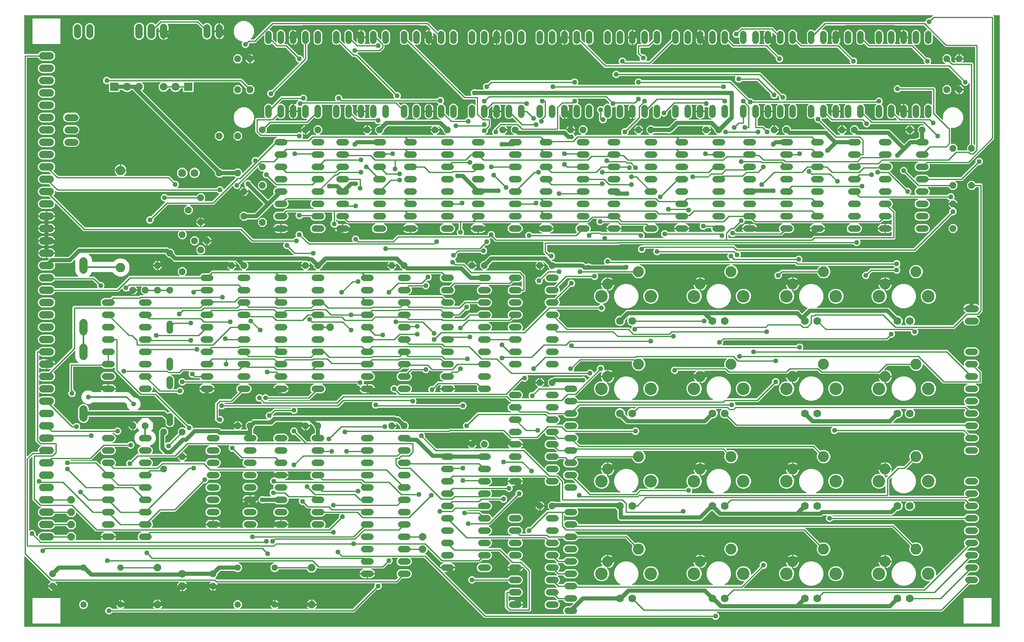
<source format=gtl>
G04 EAGLE Gerber RS-274X export*
G75*
%MOMM*%
%FSLAX34Y34*%
%LPD*%
%INTop Copper*%
%IPPOS*%
%AMOC8*
5,1,8,0,0,1.08239X$1,22.5*%
G01*
%ADD10C,1.524000*%
%ADD11C,2.250000*%
%ADD12C,2.571600*%
%ADD13C,1.600200*%
%ADD14C,1.320800*%
%ADD15P,1.429621X8X112.500000*%
%ADD16C,1.320800*%
%ADD17P,1.649562X8X22.500000*%
%ADD18C,1.950000*%
%ADD19P,1.429621X8X292.500000*%
%ADD20C,1.676400*%
%ADD21P,1.429621X8X202.500000*%
%ADD22R,1.714500X1.714500*%
%ADD23C,1.676400*%
%ADD24C,1.422400*%
%ADD25P,1.429621X8X22.500000*%
%ADD26P,1.732040X8X292.500000*%
%ADD27P,1.732040X8X202.500000*%
%ADD28C,0.812800*%
%ADD29C,1.016000*%
%ADD30C,0.254000*%
%ADD31C,0.304800*%

G36*
X2000778Y5084D02*
X2000778Y5084D01*
X2000797Y5082D01*
X2000899Y5104D01*
X2001001Y5120D01*
X2001018Y5130D01*
X2001038Y5134D01*
X2001127Y5187D01*
X2001218Y5236D01*
X2001232Y5250D01*
X2001249Y5260D01*
X2001316Y5339D01*
X2001388Y5414D01*
X2001396Y5432D01*
X2001409Y5447D01*
X2001448Y5543D01*
X2001491Y5637D01*
X2001493Y5657D01*
X2001501Y5675D01*
X2001519Y5842D01*
X2001519Y1264158D01*
X2001516Y1264178D01*
X2001518Y1264197D01*
X2001496Y1264299D01*
X2001480Y1264401D01*
X2001470Y1264418D01*
X2001466Y1264438D01*
X2001413Y1264527D01*
X2001364Y1264618D01*
X2001350Y1264632D01*
X2001340Y1264649D01*
X2001261Y1264716D01*
X2001186Y1264788D01*
X2001168Y1264796D01*
X2001153Y1264809D01*
X2001057Y1264848D01*
X2000963Y1264891D01*
X2000943Y1264893D01*
X2000925Y1264901D01*
X2000758Y1264919D01*
X1988745Y1264919D01*
X1988675Y1264908D01*
X1988603Y1264906D01*
X1988554Y1264888D01*
X1988502Y1264880D01*
X1988439Y1264846D01*
X1988372Y1264821D01*
X1988331Y1264789D01*
X1988285Y1264764D01*
X1988236Y1264712D01*
X1988180Y1264668D01*
X1988152Y1264624D01*
X1988116Y1264586D01*
X1988086Y1264521D01*
X1988047Y1264461D01*
X1988034Y1264410D01*
X1988012Y1264363D01*
X1988004Y1264292D01*
X1987987Y1264222D01*
X1987991Y1264170D01*
X1987985Y1264119D01*
X1988000Y1264048D01*
X1988006Y1263977D01*
X1988026Y1263929D01*
X1988037Y1263878D01*
X1988074Y1263817D01*
X1988102Y1263751D01*
X1988147Y1263695D01*
X1988163Y1263667D01*
X1988181Y1263652D01*
X1988207Y1263620D01*
X1989773Y1262053D01*
X1989773Y1009659D01*
X1938328Y958214D01*
X1856775Y958214D01*
X1856729Y958207D01*
X1856683Y958209D01*
X1856609Y958187D01*
X1856532Y958175D01*
X1856491Y958153D01*
X1856447Y958140D01*
X1856383Y958096D01*
X1856314Y958059D01*
X1856283Y958026D01*
X1856245Y958000D01*
X1856199Y957937D01*
X1856145Y957881D01*
X1856126Y957839D01*
X1856098Y957803D01*
X1856074Y957729D01*
X1856041Y957658D01*
X1856036Y957612D01*
X1856022Y957569D01*
X1856023Y957491D01*
X1856014Y957414D01*
X1856024Y957369D01*
X1856025Y957323D01*
X1856063Y957191D01*
X1856067Y957173D01*
X1856069Y957169D01*
X1856071Y957162D01*
X1857249Y954319D01*
X1857249Y950681D01*
X1855857Y947320D01*
X1853284Y944747D01*
X1849923Y943355D01*
X1833077Y943355D01*
X1829716Y944747D01*
X1827143Y947320D01*
X1825751Y950681D01*
X1825751Y954319D01*
X1827143Y957680D01*
X1829716Y960253D01*
X1832757Y961512D01*
X1832840Y961564D01*
X1832926Y961609D01*
X1832944Y961628D01*
X1832966Y961642D01*
X1833028Y961717D01*
X1833095Y961787D01*
X1833106Y961811D01*
X1833123Y961831D01*
X1833158Y961922D01*
X1833199Y962011D01*
X1833202Y962037D01*
X1833211Y962061D01*
X1833215Y962158D01*
X1833226Y962255D01*
X1833220Y962280D01*
X1833222Y962307D01*
X1833194Y962400D01*
X1833174Y962495D01*
X1833160Y962518D01*
X1833153Y962543D01*
X1833098Y962623D01*
X1833048Y962706D01*
X1833028Y962723D01*
X1833013Y962745D01*
X1832935Y962803D01*
X1832861Y962866D01*
X1832836Y962876D01*
X1832815Y962892D01*
X1832723Y962922D01*
X1832633Y962958D01*
X1832600Y962962D01*
X1832582Y962968D01*
X1832549Y962968D01*
X1832466Y962977D01*
X1774334Y962977D01*
X1774238Y962961D01*
X1774141Y962952D01*
X1774117Y962941D01*
X1774091Y962937D01*
X1774005Y962892D01*
X1773916Y962852D01*
X1773897Y962834D01*
X1773874Y962822D01*
X1773807Y962751D01*
X1773735Y962685D01*
X1773723Y962663D01*
X1773705Y962644D01*
X1773664Y962555D01*
X1773617Y962470D01*
X1773612Y962444D01*
X1773601Y962421D01*
X1773590Y962324D01*
X1773573Y962228D01*
X1773577Y962202D01*
X1773574Y962176D01*
X1773595Y962081D01*
X1773609Y961985D01*
X1773621Y961961D01*
X1773626Y961936D01*
X1773676Y961852D01*
X1773720Y961765D01*
X1773739Y961747D01*
X1773752Y961725D01*
X1773826Y961661D01*
X1773896Y961593D01*
X1773924Y961577D01*
X1773939Y961565D01*
X1773970Y961552D01*
X1774043Y961512D01*
X1777084Y960253D01*
X1779657Y957680D01*
X1781049Y954319D01*
X1781049Y950681D01*
X1779657Y947320D01*
X1777084Y944747D01*
X1775729Y944186D01*
X1775690Y944162D01*
X1775647Y944146D01*
X1775586Y944098D01*
X1775520Y944057D01*
X1775491Y944021D01*
X1775455Y943993D01*
X1775413Y943927D01*
X1775363Y943867D01*
X1775347Y943824D01*
X1775322Y943786D01*
X1775303Y943710D01*
X1775275Y943638D01*
X1775273Y943592D01*
X1775262Y943547D01*
X1775268Y943470D01*
X1775265Y943392D01*
X1775277Y943348D01*
X1775281Y943302D01*
X1775311Y943230D01*
X1775333Y943156D01*
X1775359Y943118D01*
X1775377Y943076D01*
X1775463Y942969D01*
X1775473Y942953D01*
X1775477Y942950D01*
X1775482Y942945D01*
X1808956Y909471D01*
X1809051Y909403D01*
X1809145Y909333D01*
X1809151Y909331D01*
X1809156Y909327D01*
X1809267Y909293D01*
X1809378Y909257D01*
X1809385Y909257D01*
X1809391Y909255D01*
X1809508Y909258D01*
X1809624Y909259D01*
X1809632Y909261D01*
X1809637Y909261D01*
X1809654Y909268D01*
X1809786Y909306D01*
X1809822Y909321D01*
X1812853Y909321D01*
X1815654Y908161D01*
X1817798Y906017D01*
X1818958Y903216D01*
X1818958Y900184D01*
X1817798Y897383D01*
X1816113Y895698D01*
X1816071Y895640D01*
X1816021Y895588D01*
X1815999Y895540D01*
X1815969Y895498D01*
X1815948Y895430D01*
X1815918Y895364D01*
X1815912Y895313D01*
X1815897Y895263D01*
X1815899Y895191D01*
X1815891Y895120D01*
X1815902Y895069D01*
X1815903Y895017D01*
X1815928Y894950D01*
X1815943Y894880D01*
X1815970Y894835D01*
X1815987Y894786D01*
X1816032Y894730D01*
X1816069Y894669D01*
X1816109Y894635D01*
X1816141Y894594D01*
X1816201Y894555D01*
X1816256Y894509D01*
X1816304Y894489D01*
X1816348Y894461D01*
X1816418Y894444D01*
X1816484Y894417D01*
X1816555Y894409D01*
X1816587Y894401D01*
X1816610Y894403D01*
X1816651Y894398D01*
X1827427Y894398D01*
X1827498Y894410D01*
X1827570Y894412D01*
X1827619Y894430D01*
X1827670Y894438D01*
X1827733Y894472D01*
X1827801Y894496D01*
X1827841Y894529D01*
X1827887Y894553D01*
X1827937Y894605D01*
X1827993Y894650D01*
X1828021Y894694D01*
X1828057Y894731D01*
X1828087Y894796D01*
X1828126Y894857D01*
X1828139Y894907D01*
X1828160Y894954D01*
X1828168Y895026D01*
X1828186Y895095D01*
X1828182Y895147D01*
X1828188Y895199D01*
X1828172Y895269D01*
X1828167Y895340D01*
X1828146Y895388D01*
X1828135Y895439D01*
X1828099Y895501D01*
X1828070Y895567D01*
X1828026Y895623D01*
X1828009Y895650D01*
X1827991Y895666D01*
X1827966Y895698D01*
X1827143Y896520D01*
X1825751Y899881D01*
X1825751Y903519D01*
X1827143Y906880D01*
X1829716Y909453D01*
X1831071Y910014D01*
X1831110Y910038D01*
X1831153Y910054D01*
X1831214Y910102D01*
X1831280Y910143D01*
X1831309Y910179D01*
X1831345Y910207D01*
X1831387Y910273D01*
X1831437Y910333D01*
X1831453Y910376D01*
X1831478Y910414D01*
X1831497Y910490D01*
X1831525Y910563D01*
X1831527Y910608D01*
X1831538Y910653D01*
X1831532Y910730D01*
X1831535Y910808D01*
X1831523Y910852D01*
X1831519Y910898D01*
X1831489Y910970D01*
X1831467Y911044D01*
X1831441Y911082D01*
X1831423Y911124D01*
X1831337Y911231D01*
X1831327Y911247D01*
X1831323Y911250D01*
X1831318Y911255D01*
X1829529Y913044D01*
X1805782Y936792D01*
X1805687Y936859D01*
X1805593Y936930D01*
X1805587Y936932D01*
X1805582Y936935D01*
X1805470Y936970D01*
X1805359Y937006D01*
X1805353Y937006D01*
X1805347Y937008D01*
X1805229Y937005D01*
X1805113Y937003D01*
X1805106Y937001D01*
X1805101Y937001D01*
X1805083Y936995D01*
X1804952Y936957D01*
X1804916Y936942D01*
X1801884Y936942D01*
X1799083Y938102D01*
X1796939Y940246D01*
X1795779Y943047D01*
X1795779Y946078D01*
X1796939Y948879D01*
X1799083Y951023D01*
X1801884Y952183D01*
X1804916Y952183D01*
X1807717Y951023D01*
X1809861Y948879D01*
X1811021Y946078D01*
X1811021Y943047D01*
X1811006Y943011D01*
X1810979Y942897D01*
X1810951Y942783D01*
X1810951Y942777D01*
X1810950Y942771D01*
X1810961Y942654D01*
X1810970Y942538D01*
X1810972Y942533D01*
X1810973Y942526D01*
X1811021Y942418D01*
X1811066Y942312D01*
X1811071Y942306D01*
X1811073Y942302D01*
X1811085Y942288D01*
X1811171Y942181D01*
X1824559Y928792D01*
X1824597Y928765D01*
X1824628Y928732D01*
X1824696Y928694D01*
X1824759Y928649D01*
X1824803Y928635D01*
X1824843Y928613D01*
X1824920Y928599D01*
X1824994Y928576D01*
X1825040Y928577D01*
X1825085Y928569D01*
X1825162Y928581D01*
X1825240Y928583D01*
X1825283Y928598D01*
X1825329Y928605D01*
X1825398Y928640D01*
X1825471Y928667D01*
X1825507Y928696D01*
X1825548Y928717D01*
X1825602Y928772D01*
X1825663Y928821D01*
X1825688Y928859D01*
X1825720Y928892D01*
X1825786Y929012D01*
X1825796Y929028D01*
X1825797Y929033D01*
X1825801Y929039D01*
X1827143Y932280D01*
X1829716Y934853D01*
X1833077Y936245D01*
X1849923Y936245D01*
X1853284Y934853D01*
X1855857Y932280D01*
X1856229Y931381D01*
X1856291Y931281D01*
X1856351Y931181D01*
X1856355Y931177D01*
X1856359Y931172D01*
X1856449Y931097D01*
X1856537Y931021D01*
X1856543Y931019D01*
X1856548Y931015D01*
X1856657Y930973D01*
X1856766Y930929D01*
X1856773Y930928D01*
X1856778Y930927D01*
X1856796Y930926D01*
X1856932Y930911D01*
X1920569Y930911D01*
X1920659Y930925D01*
X1920750Y930933D01*
X1920779Y930945D01*
X1920811Y930950D01*
X1920892Y930993D01*
X1920976Y931029D01*
X1921008Y931055D01*
X1921029Y931066D01*
X1921051Y931089D01*
X1921107Y931134D01*
X1951204Y961231D01*
X1951272Y961326D01*
X1951342Y961420D01*
X1951344Y961426D01*
X1951348Y961431D01*
X1951382Y961542D01*
X1951418Y961653D01*
X1951418Y961660D01*
X1951420Y961666D01*
X1951417Y961783D01*
X1951416Y961899D01*
X1951414Y961907D01*
X1951414Y961912D01*
X1951407Y961929D01*
X1951369Y962061D01*
X1951354Y962097D01*
X1951354Y965128D01*
X1952514Y967929D01*
X1954658Y970073D01*
X1957459Y971233D01*
X1960491Y971233D01*
X1963292Y970073D01*
X1965436Y967929D01*
X1966596Y965128D01*
X1966596Y962097D01*
X1965436Y959296D01*
X1963292Y957152D01*
X1960491Y955992D01*
X1957459Y955992D01*
X1957423Y956007D01*
X1957310Y956033D01*
X1957196Y956062D01*
X1957190Y956061D01*
X1957184Y956063D01*
X1957067Y956052D01*
X1956951Y956043D01*
X1956945Y956040D01*
X1956939Y956040D01*
X1956831Y955992D01*
X1956724Y955947D01*
X1956719Y955942D01*
X1956714Y955940D01*
X1956700Y955927D01*
X1956593Y955842D01*
X1924041Y923289D01*
X1910881Y923289D01*
X1910810Y923278D01*
X1910739Y923276D01*
X1910690Y923258D01*
X1910638Y923250D01*
X1910575Y923216D01*
X1910508Y923191D01*
X1910467Y923159D01*
X1910421Y923134D01*
X1910372Y923082D01*
X1910316Y923038D01*
X1910287Y922994D01*
X1910252Y922956D01*
X1910221Y922891D01*
X1910183Y922831D01*
X1910170Y922780D01*
X1910148Y922733D01*
X1910140Y922662D01*
X1910123Y922592D01*
X1910127Y922540D01*
X1910121Y922489D01*
X1910136Y922418D01*
X1910142Y922347D01*
X1910162Y922299D01*
X1910173Y922248D01*
X1910210Y922187D01*
X1910238Y922121D01*
X1910283Y922065D01*
X1910299Y922037D01*
X1910317Y922022D01*
X1910343Y921990D01*
X1914145Y918188D01*
X1914145Y910612D01*
X1908788Y905255D01*
X1901212Y905255D01*
X1896101Y910366D01*
X1896027Y910419D01*
X1895958Y910479D01*
X1895928Y910491D01*
X1895901Y910510D01*
X1895814Y910537D01*
X1895730Y910571D01*
X1895689Y910575D01*
X1895666Y910582D01*
X1895634Y910581D01*
X1895563Y910589D01*
X1853985Y910589D01*
X1853914Y910578D01*
X1853843Y910576D01*
X1853794Y910558D01*
X1853742Y910550D01*
X1853679Y910516D01*
X1853612Y910491D01*
X1853571Y910459D01*
X1853525Y910434D01*
X1853476Y910382D01*
X1853420Y910338D01*
X1853391Y910294D01*
X1853356Y910256D01*
X1853325Y910191D01*
X1853287Y910131D01*
X1853274Y910080D01*
X1853252Y910033D01*
X1853244Y909962D01*
X1853227Y909892D01*
X1853231Y909840D01*
X1853225Y909789D01*
X1853240Y909718D01*
X1853246Y909647D01*
X1853266Y909599D01*
X1853277Y909548D01*
X1853314Y909487D01*
X1853342Y909421D01*
X1853387Y909365D01*
X1853403Y909337D01*
X1853421Y909322D01*
X1853447Y909290D01*
X1855857Y906880D01*
X1857249Y903519D01*
X1857249Y899881D01*
X1855857Y896520D01*
X1855034Y895698D01*
X1854993Y895640D01*
X1854943Y895588D01*
X1854921Y895540D01*
X1854891Y895498D01*
X1854870Y895430D01*
X1854840Y895364D01*
X1854834Y895313D01*
X1854818Y895263D01*
X1854820Y895191D01*
X1854812Y895120D01*
X1854823Y895069D01*
X1854825Y895017D01*
X1854849Y894950D01*
X1854865Y894880D01*
X1854891Y894835D01*
X1854909Y894786D01*
X1854954Y894730D01*
X1854991Y894669D01*
X1855030Y894635D01*
X1855063Y894594D01*
X1855123Y894555D01*
X1855178Y894509D01*
X1855226Y894489D01*
X1855270Y894461D01*
X1855339Y894444D01*
X1855406Y894417D01*
X1855477Y894409D01*
X1855508Y894401D01*
X1855532Y894403D01*
X1855573Y894398D01*
X1893059Y894398D01*
X1893173Y894417D01*
X1893290Y894434D01*
X1893295Y894437D01*
X1893301Y894438D01*
X1893404Y894492D01*
X1893509Y894546D01*
X1893513Y894550D01*
X1893519Y894553D01*
X1893599Y894637D01*
X1893681Y894721D01*
X1893685Y894728D01*
X1893688Y894731D01*
X1893696Y894748D01*
X1893762Y894868D01*
X1893777Y894904D01*
X1895921Y897048D01*
X1898722Y898208D01*
X1901753Y898208D01*
X1904554Y897048D01*
X1906698Y894904D01*
X1907858Y892103D01*
X1907858Y889072D01*
X1906792Y886497D01*
X1906781Y886453D01*
X1906762Y886411D01*
X1906753Y886334D01*
X1906736Y886258D01*
X1906740Y886212D01*
X1906735Y886167D01*
X1906751Y886090D01*
X1906759Y886013D01*
X1906777Y885971D01*
X1906787Y885926D01*
X1906827Y885859D01*
X1906859Y885788D01*
X1906890Y885754D01*
X1906913Y885715D01*
X1906972Y885664D01*
X1907025Y885607D01*
X1907065Y885585D01*
X1907100Y885555D01*
X1907173Y885526D01*
X1907241Y885489D01*
X1907286Y885480D01*
X1907328Y885463D01*
X1907464Y885448D01*
X1907483Y885445D01*
X1907488Y885446D01*
X1907495Y885445D01*
X1908788Y885445D01*
X1914145Y880088D01*
X1914145Y877823D01*
X1905762Y877823D01*
X1905742Y877820D01*
X1905723Y877822D01*
X1905621Y877800D01*
X1905519Y877783D01*
X1905502Y877774D01*
X1905482Y877770D01*
X1905393Y877717D01*
X1905302Y877668D01*
X1905288Y877654D01*
X1905271Y877644D01*
X1905204Y877565D01*
X1905133Y877490D01*
X1905124Y877472D01*
X1905111Y877457D01*
X1905073Y877361D01*
X1905029Y877267D01*
X1905027Y877247D01*
X1905019Y877229D01*
X1905001Y877062D01*
X1905001Y875538D01*
X1905004Y875518D01*
X1905002Y875499D01*
X1905024Y875397D01*
X1905041Y875295D01*
X1905050Y875278D01*
X1905054Y875258D01*
X1905107Y875169D01*
X1905156Y875078D01*
X1905170Y875064D01*
X1905180Y875047D01*
X1905259Y874980D01*
X1905334Y874909D01*
X1905352Y874900D01*
X1905367Y874887D01*
X1905463Y874848D01*
X1905557Y874805D01*
X1905577Y874803D01*
X1905595Y874795D01*
X1905762Y874777D01*
X1914145Y874777D01*
X1914145Y872512D01*
X1909456Y867823D01*
X1909444Y867807D01*
X1909429Y867795D01*
X1909372Y867707D01*
X1909312Y867623D01*
X1909306Y867604D01*
X1909296Y867588D01*
X1909270Y867487D01*
X1909240Y867388D01*
X1909240Y867368D01*
X1909235Y867349D01*
X1909244Y867246D01*
X1909246Y867142D01*
X1909253Y867124D01*
X1909255Y867104D01*
X1909295Y867009D01*
X1909331Y866911D01*
X1909343Y866896D01*
X1909351Y866878D01*
X1909456Y866747D01*
X1911461Y864742D01*
X1912621Y861941D01*
X1912621Y858909D01*
X1911461Y856108D01*
X1909317Y853964D01*
X1906516Y852804D01*
X1903484Y852804D01*
X1903448Y852819D01*
X1903335Y852846D01*
X1903221Y852874D01*
X1903215Y852874D01*
X1903209Y852875D01*
X1903092Y852864D01*
X1902976Y852855D01*
X1902970Y852853D01*
X1902964Y852852D01*
X1902856Y852804D01*
X1902749Y852759D01*
X1902744Y852754D01*
X1902739Y852752D01*
X1902725Y852739D01*
X1902618Y852654D01*
X1827203Y777239D01*
X1467401Y777239D01*
X1467330Y777228D01*
X1467258Y777226D01*
X1467209Y777208D01*
X1467158Y777200D01*
X1467095Y777166D01*
X1467027Y777141D01*
X1466987Y777109D01*
X1466941Y777084D01*
X1466891Y777033D01*
X1466835Y776988D01*
X1466807Y776944D01*
X1466771Y776906D01*
X1466741Y776841D01*
X1466702Y776781D01*
X1466690Y776730D01*
X1466668Y776683D01*
X1466660Y776612D01*
X1466642Y776542D01*
X1466646Y776490D01*
X1466641Y776439D01*
X1466656Y776368D01*
X1466661Y776297D01*
X1466682Y776249D01*
X1466693Y776198D01*
X1466730Y776137D01*
X1466758Y776071D01*
X1466803Y776015D01*
X1466819Y775987D01*
X1466837Y775972D01*
X1466863Y775940D01*
X1466961Y775842D01*
X1468121Y773041D01*
X1468121Y770009D01*
X1466961Y767208D01*
X1466863Y767110D01*
X1466821Y767052D01*
X1466771Y767000D01*
X1466749Y766953D01*
X1466719Y766911D01*
X1466698Y766842D01*
X1466668Y766777D01*
X1466662Y766725D01*
X1466647Y766676D01*
X1466649Y766604D01*
X1466641Y766533D01*
X1466652Y766482D01*
X1466653Y766430D01*
X1466678Y766362D01*
X1466693Y766292D01*
X1466720Y766247D01*
X1466737Y766199D01*
X1466782Y766143D01*
X1466819Y766081D01*
X1466859Y766047D01*
X1466891Y766007D01*
X1466951Y765968D01*
X1467006Y765921D01*
X1467054Y765902D01*
X1467098Y765874D01*
X1467168Y765856D01*
X1467234Y765829D01*
X1467305Y765821D01*
X1467337Y765813D01*
X1467360Y765815D01*
X1467401Y765811D01*
X1580321Y765811D01*
X1580436Y765829D01*
X1580552Y765847D01*
X1580558Y765849D01*
X1580564Y765850D01*
X1580667Y765905D01*
X1580771Y765958D01*
X1580776Y765963D01*
X1580781Y765966D01*
X1580861Y766050D01*
X1580944Y766134D01*
X1580947Y766140D01*
X1580951Y766144D01*
X1580959Y766161D01*
X1581025Y766281D01*
X1581039Y766317D01*
X1583183Y768461D01*
X1585984Y769621D01*
X1589016Y769621D01*
X1591817Y768461D01*
X1593961Y766317D01*
X1595121Y763516D01*
X1595121Y760484D01*
X1593961Y757683D01*
X1593863Y757585D01*
X1593821Y757527D01*
X1593771Y757475D01*
X1593749Y757428D01*
X1593719Y757386D01*
X1593698Y757317D01*
X1593668Y757252D01*
X1593662Y757200D01*
X1593647Y757151D01*
X1593649Y757079D01*
X1593641Y757008D01*
X1593652Y756957D01*
X1593653Y756905D01*
X1593678Y756837D01*
X1593693Y756767D01*
X1593720Y756722D01*
X1593737Y756674D01*
X1593782Y756618D01*
X1593819Y756556D01*
X1593859Y756522D01*
X1593891Y756482D01*
X1593951Y756443D01*
X1594006Y756396D01*
X1594054Y756377D01*
X1594098Y756349D01*
X1594168Y756331D01*
X1594234Y756304D01*
X1594305Y756296D01*
X1594337Y756288D01*
X1594360Y756290D01*
X1594401Y756286D01*
X1781934Y756286D01*
X1782048Y756304D01*
X1782165Y756322D01*
X1782170Y756324D01*
X1782176Y756325D01*
X1782279Y756380D01*
X1782384Y756433D01*
X1782388Y756438D01*
X1782394Y756441D01*
X1782474Y756525D01*
X1782556Y756609D01*
X1782560Y756615D01*
X1782563Y756619D01*
X1782571Y756636D01*
X1782637Y756756D01*
X1782652Y756792D01*
X1784796Y758936D01*
X1787597Y760096D01*
X1790628Y760096D01*
X1793429Y758936D01*
X1795573Y756792D01*
X1796733Y753991D01*
X1796733Y750959D01*
X1795573Y748158D01*
X1794078Y746663D01*
X1794066Y746647D01*
X1794051Y746635D01*
X1793995Y746547D01*
X1793935Y746464D01*
X1793929Y746445D01*
X1793918Y746428D01*
X1793893Y746327D01*
X1793862Y746228D01*
X1793863Y746209D01*
X1793858Y746189D01*
X1793866Y746086D01*
X1793869Y745983D01*
X1793875Y745964D01*
X1793877Y745944D01*
X1793917Y745849D01*
X1793953Y745752D01*
X1793966Y745736D01*
X1793973Y745718D01*
X1794078Y745587D01*
X1795573Y744092D01*
X1796733Y741291D01*
X1796733Y738259D01*
X1795573Y735458D01*
X1793429Y733314D01*
X1790628Y732154D01*
X1787597Y732154D01*
X1784796Y733314D01*
X1782652Y735458D01*
X1782637Y735494D01*
X1782576Y735593D01*
X1782515Y735694D01*
X1782511Y735698D01*
X1782507Y735703D01*
X1782418Y735777D01*
X1782329Y735854D01*
X1782323Y735856D01*
X1782318Y735860D01*
X1782210Y735901D01*
X1782100Y735946D01*
X1782093Y735947D01*
X1782088Y735948D01*
X1782070Y735949D01*
X1781934Y735964D01*
X1738619Y735964D01*
X1738529Y735950D01*
X1738438Y735942D01*
X1738408Y735930D01*
X1738376Y735925D01*
X1738295Y735882D01*
X1738211Y735846D01*
X1738179Y735820D01*
X1738159Y735809D01*
X1738136Y735786D01*
X1738081Y735741D01*
X1733383Y731044D01*
X1733315Y730949D01*
X1733245Y730855D01*
X1733243Y730849D01*
X1733240Y730844D01*
X1733205Y730733D01*
X1733169Y730622D01*
X1733169Y730615D01*
X1733167Y730609D01*
X1733170Y730492D01*
X1733172Y730376D01*
X1733174Y730368D01*
X1733174Y730363D01*
X1733180Y730346D01*
X1733218Y730214D01*
X1733233Y730178D01*
X1733233Y727147D01*
X1732073Y724346D01*
X1729929Y722202D01*
X1727128Y721042D01*
X1724097Y721042D01*
X1721296Y722202D01*
X1719152Y724346D01*
X1717992Y727147D01*
X1717992Y730178D01*
X1719152Y732979D01*
X1721296Y735123D01*
X1724097Y736283D01*
X1727128Y736283D01*
X1727164Y736268D01*
X1727277Y736242D01*
X1727392Y736213D01*
X1727398Y736214D01*
X1727404Y736212D01*
X1727520Y736223D01*
X1727637Y736232D01*
X1727643Y736235D01*
X1727649Y736235D01*
X1727757Y736283D01*
X1727863Y736328D01*
X1727869Y736333D01*
X1727874Y736335D01*
X1727888Y736348D01*
X1727994Y736433D01*
X1735147Y743586D01*
X1781934Y743586D01*
X1782048Y743604D01*
X1782165Y743622D01*
X1782170Y743624D01*
X1782176Y743625D01*
X1782279Y743680D01*
X1782384Y743733D01*
X1782388Y743738D01*
X1782394Y743741D01*
X1782474Y743825D01*
X1782556Y743909D01*
X1782560Y743915D01*
X1782563Y743919D01*
X1782571Y743936D01*
X1782637Y744056D01*
X1782652Y744092D01*
X1784147Y745587D01*
X1784159Y745603D01*
X1784174Y745615D01*
X1784230Y745703D01*
X1784290Y745786D01*
X1784296Y745805D01*
X1784307Y745822D01*
X1784332Y745923D01*
X1784363Y746022D01*
X1784362Y746041D01*
X1784367Y746061D01*
X1784359Y746164D01*
X1784356Y746267D01*
X1784350Y746286D01*
X1784348Y746306D01*
X1784308Y746401D01*
X1784272Y746498D01*
X1784259Y746514D01*
X1784252Y746532D01*
X1784147Y746663D01*
X1782652Y748158D01*
X1782637Y748194D01*
X1782576Y748293D01*
X1782515Y748394D01*
X1782511Y748398D01*
X1782507Y748403D01*
X1782418Y748477D01*
X1782329Y748554D01*
X1782323Y748556D01*
X1782318Y748560D01*
X1782210Y748601D01*
X1782100Y748646D01*
X1782093Y748647D01*
X1782088Y748648D01*
X1782070Y748649D01*
X1781934Y748664D01*
X1647577Y748664D01*
X1647506Y748653D01*
X1647434Y748651D01*
X1647385Y748633D01*
X1647334Y748625D01*
X1647270Y748591D01*
X1647203Y748566D01*
X1647162Y748534D01*
X1647116Y748509D01*
X1647067Y748457D01*
X1647011Y748413D01*
X1646983Y748369D01*
X1646947Y748331D01*
X1646917Y748266D01*
X1646878Y748206D01*
X1646865Y748155D01*
X1646843Y748108D01*
X1646836Y748037D01*
X1646818Y747967D01*
X1646822Y747915D01*
X1646816Y747864D01*
X1646832Y747793D01*
X1646837Y747722D01*
X1646858Y747674D01*
X1646869Y747623D01*
X1646905Y747562D01*
X1646933Y747496D01*
X1646978Y747440D01*
X1646995Y747412D01*
X1647013Y747397D01*
X1647038Y747365D01*
X1649991Y744412D01*
X1652091Y739343D01*
X1652091Y733857D01*
X1649991Y728788D01*
X1646112Y724909D01*
X1641043Y722809D01*
X1635557Y722809D01*
X1630488Y724909D01*
X1626609Y728788D01*
X1625146Y732319D01*
X1625085Y732419D01*
X1625025Y732519D01*
X1625020Y732523D01*
X1625017Y732528D01*
X1624926Y732603D01*
X1624838Y732679D01*
X1624832Y732681D01*
X1624827Y732685D01*
X1624719Y732727D01*
X1624610Y732771D01*
X1624602Y732772D01*
X1624597Y732773D01*
X1624579Y732774D01*
X1624443Y732789D01*
X1554469Y732789D01*
X1554379Y732775D01*
X1554288Y732767D01*
X1554258Y732755D01*
X1554226Y732750D01*
X1554146Y732707D01*
X1554061Y732671D01*
X1554029Y732645D01*
X1554009Y732634D01*
X1553987Y732611D01*
X1553931Y732566D01*
X1552408Y731044D01*
X1552340Y730950D01*
X1552270Y730855D01*
X1552268Y730849D01*
X1552265Y730844D01*
X1552230Y730733D01*
X1552194Y730621D01*
X1552194Y730615D01*
X1552192Y730609D01*
X1552195Y730492D01*
X1552197Y730375D01*
X1552199Y730368D01*
X1552199Y730363D01*
X1552205Y730346D01*
X1552243Y730214D01*
X1552258Y730178D01*
X1552258Y727147D01*
X1551098Y724346D01*
X1548954Y722202D01*
X1546153Y721042D01*
X1543122Y721042D01*
X1540321Y722202D01*
X1538177Y724346D01*
X1537017Y727147D01*
X1537017Y730178D01*
X1538177Y732979D01*
X1540321Y735123D01*
X1543122Y736283D01*
X1546153Y736283D01*
X1546189Y736268D01*
X1546303Y736242D01*
X1546417Y736213D01*
X1546423Y736213D01*
X1546429Y736212D01*
X1546546Y736223D01*
X1546662Y736232D01*
X1546667Y736235D01*
X1546674Y736235D01*
X1546782Y736283D01*
X1546888Y736328D01*
X1546894Y736333D01*
X1546898Y736335D01*
X1546912Y736348D01*
X1547019Y736433D01*
X1548541Y737956D01*
X1550997Y740411D01*
X1624443Y740411D01*
X1624558Y740430D01*
X1624674Y740447D01*
X1624679Y740449D01*
X1624686Y740450D01*
X1624788Y740505D01*
X1624893Y740558D01*
X1624897Y740563D01*
X1624903Y740566D01*
X1624983Y740650D01*
X1625065Y740734D01*
X1625069Y740740D01*
X1625072Y740744D01*
X1625080Y740761D01*
X1625146Y740881D01*
X1626609Y744412D01*
X1629562Y747365D01*
X1629604Y747423D01*
X1629653Y747475D01*
X1629675Y747522D01*
X1629705Y747564D01*
X1629726Y747633D01*
X1629757Y747698D01*
X1629762Y747750D01*
X1629778Y747800D01*
X1629776Y747871D01*
X1629784Y747942D01*
X1629773Y747993D01*
X1629771Y748045D01*
X1629747Y748113D01*
X1629731Y748183D01*
X1629705Y748228D01*
X1629687Y748276D01*
X1629642Y748332D01*
X1629605Y748394D01*
X1629566Y748428D01*
X1629533Y748468D01*
X1629473Y748507D01*
X1629418Y748554D01*
X1629370Y748573D01*
X1629326Y748601D01*
X1629257Y748619D01*
X1629190Y748646D01*
X1629119Y748654D01*
X1629088Y748662D01*
X1629064Y748660D01*
X1629023Y748664D01*
X1582747Y748664D01*
X1579794Y751616D01*
X1579721Y751669D01*
X1579651Y751729D01*
X1579621Y751741D01*
X1579595Y751760D01*
X1579508Y751787D01*
X1579423Y751821D01*
X1579382Y751825D01*
X1579360Y751832D01*
X1579327Y751831D01*
X1579256Y751839D01*
X1450873Y751839D01*
X1450777Y751824D01*
X1450680Y751814D01*
X1450656Y751804D01*
X1450630Y751800D01*
X1450544Y751754D01*
X1450455Y751714D01*
X1450436Y751697D01*
X1450413Y751684D01*
X1450346Y751614D01*
X1450274Y751548D01*
X1450262Y751525D01*
X1450244Y751506D01*
X1450203Y751418D01*
X1450156Y751332D01*
X1450151Y751307D01*
X1450140Y751283D01*
X1450129Y751186D01*
X1450112Y751090D01*
X1450116Y751064D01*
X1450113Y751039D01*
X1450134Y750943D01*
X1450148Y750847D01*
X1450160Y750824D01*
X1450165Y750798D01*
X1450215Y750715D01*
X1450259Y750628D01*
X1450278Y750609D01*
X1450291Y750587D01*
X1450365Y750524D01*
X1450435Y750456D01*
X1450463Y750440D01*
X1450478Y750427D01*
X1450509Y750415D01*
X1450582Y750375D01*
X1455612Y748291D01*
X1459491Y744412D01*
X1461591Y739343D01*
X1461591Y733857D01*
X1459491Y728788D01*
X1455612Y724909D01*
X1450543Y722809D01*
X1445057Y722809D01*
X1439988Y724909D01*
X1436109Y728788D01*
X1434009Y733857D01*
X1434009Y739343D01*
X1436109Y744412D01*
X1439988Y748291D01*
X1445018Y750375D01*
X1445101Y750426D01*
X1445187Y750472D01*
X1445205Y750491D01*
X1445227Y750504D01*
X1445289Y750579D01*
X1445356Y750650D01*
X1445367Y750674D01*
X1445384Y750694D01*
X1445419Y750785D01*
X1445460Y750873D01*
X1445463Y750899D01*
X1445472Y750923D01*
X1445476Y751021D01*
X1445487Y751117D01*
X1445482Y751143D01*
X1445483Y751169D01*
X1445456Y751263D01*
X1445435Y751358D01*
X1445421Y751380D01*
X1445414Y751405D01*
X1445359Y751485D01*
X1445309Y751569D01*
X1445289Y751586D01*
X1445274Y751607D01*
X1445196Y751666D01*
X1445122Y751729D01*
X1445097Y751739D01*
X1445077Y751754D01*
X1444984Y751784D01*
X1444894Y751821D01*
X1444861Y751824D01*
X1444843Y751830D01*
X1444810Y751830D01*
X1444727Y751839D01*
X1260373Y751839D01*
X1260277Y751824D01*
X1260180Y751814D01*
X1260156Y751804D01*
X1260130Y751800D01*
X1260044Y751754D01*
X1259955Y751714D01*
X1259936Y751697D01*
X1259913Y751684D01*
X1259846Y751614D01*
X1259774Y751548D01*
X1259762Y751525D01*
X1259744Y751506D01*
X1259703Y751418D01*
X1259656Y751332D01*
X1259651Y751307D01*
X1259640Y751283D01*
X1259629Y751186D01*
X1259612Y751090D01*
X1259616Y751064D01*
X1259613Y751039D01*
X1259634Y750943D01*
X1259648Y750847D01*
X1259660Y750824D01*
X1259665Y750798D01*
X1259715Y750715D01*
X1259759Y750628D01*
X1259778Y750609D01*
X1259791Y750587D01*
X1259865Y750524D01*
X1259935Y750456D01*
X1259963Y750440D01*
X1259978Y750427D01*
X1260009Y750415D01*
X1260082Y750375D01*
X1265112Y748291D01*
X1268991Y744412D01*
X1271091Y739343D01*
X1271091Y733857D01*
X1268991Y728788D01*
X1265112Y724909D01*
X1260043Y722809D01*
X1254557Y722809D01*
X1249488Y724909D01*
X1245609Y728788D01*
X1244146Y732319D01*
X1244085Y732419D01*
X1244025Y732519D01*
X1244020Y732523D01*
X1244017Y732528D01*
X1243926Y732603D01*
X1243838Y732679D01*
X1243832Y732681D01*
X1243827Y732685D01*
X1243719Y732727D01*
X1243610Y732771D01*
X1243602Y732772D01*
X1243597Y732773D01*
X1243579Y732774D01*
X1243443Y732789D01*
X1173713Y732789D01*
X1173643Y732778D01*
X1173571Y732776D01*
X1173522Y732758D01*
X1173471Y732750D01*
X1173407Y732716D01*
X1173340Y732691D01*
X1173299Y732659D01*
X1173253Y732634D01*
X1173204Y732583D01*
X1173148Y732538D01*
X1173120Y732494D01*
X1173084Y732456D01*
X1173054Y732391D01*
X1173015Y732331D01*
X1173002Y732280D01*
X1172980Y732233D01*
X1172972Y732162D01*
X1172955Y732092D01*
X1172959Y732040D01*
X1172953Y731989D01*
X1172968Y731918D01*
X1172974Y731847D01*
X1172994Y731799D01*
X1173005Y731748D01*
X1173042Y731687D01*
X1173070Y731621D01*
X1173115Y731565D01*
X1173132Y731537D01*
X1173149Y731522D01*
X1173175Y731490D01*
X1173273Y731392D01*
X1174433Y728591D01*
X1174433Y725559D01*
X1173273Y722758D01*
X1171129Y720614D01*
X1168328Y719454D01*
X1165297Y719454D01*
X1162496Y720614D01*
X1160352Y722758D01*
X1160337Y722794D01*
X1160276Y722893D01*
X1160215Y722994D01*
X1160211Y722998D01*
X1160207Y723003D01*
X1160118Y723077D01*
X1160029Y723154D01*
X1160023Y723156D01*
X1160018Y723160D01*
X1159910Y723201D01*
X1159800Y723246D01*
X1159793Y723247D01*
X1159788Y723248D01*
X1159770Y723249D01*
X1159634Y723264D01*
X1109969Y723264D01*
X1109879Y723250D01*
X1109788Y723242D01*
X1109758Y723230D01*
X1109726Y723225D01*
X1109645Y723182D01*
X1109561Y723146D01*
X1109529Y723120D01*
X1109509Y723109D01*
X1109486Y723086D01*
X1109431Y723041D01*
X1092501Y706112D01*
X1092490Y706096D01*
X1092474Y706083D01*
X1092418Y705996D01*
X1092358Y705912D01*
X1092352Y705893D01*
X1092341Y705876D01*
X1092316Y705776D01*
X1092285Y705677D01*
X1092286Y705657D01*
X1092281Y705638D01*
X1092289Y705535D01*
X1092292Y705431D01*
X1092299Y705413D01*
X1092300Y705393D01*
X1092341Y705297D01*
X1092376Y705200D01*
X1092389Y705185D01*
X1092396Y705166D01*
X1092501Y705035D01*
X1093857Y703680D01*
X1095249Y700319D01*
X1095249Y696681D01*
X1094986Y696046D01*
X1094963Y695951D01*
X1094935Y695858D01*
X1094936Y695832D01*
X1094930Y695807D01*
X1094939Y695710D01*
X1094941Y695612D01*
X1094950Y695588D01*
X1094953Y695562D01*
X1094992Y695473D01*
X1095026Y695381D01*
X1095042Y695361D01*
X1095053Y695337D01*
X1095119Y695265D01*
X1095179Y695189D01*
X1095201Y695175D01*
X1095219Y695156D01*
X1095304Y695109D01*
X1095386Y695056D01*
X1095412Y695050D01*
X1095435Y695037D01*
X1095531Y695020D01*
X1095625Y694996D01*
X1095651Y694998D01*
X1095677Y694994D01*
X1095773Y695008D01*
X1095870Y695015D01*
X1095894Y695026D01*
X1095920Y695029D01*
X1096007Y695074D01*
X1096096Y695112D01*
X1096122Y695132D01*
X1096139Y695141D01*
X1096162Y695165D01*
X1096227Y695217D01*
X1111417Y710406D01*
X1111485Y710501D01*
X1111555Y710595D01*
X1111557Y710601D01*
X1111560Y710606D01*
X1111595Y710717D01*
X1111631Y710828D01*
X1111631Y710835D01*
X1111633Y710841D01*
X1111630Y710958D01*
X1111628Y711074D01*
X1111626Y711082D01*
X1111626Y711087D01*
X1111620Y711104D01*
X1111582Y711236D01*
X1111567Y711272D01*
X1111567Y714303D01*
X1112727Y717104D01*
X1114871Y719248D01*
X1117672Y720408D01*
X1120703Y720408D01*
X1123504Y719248D01*
X1125648Y717104D01*
X1126808Y714303D01*
X1126808Y711272D01*
X1125648Y708471D01*
X1123504Y706327D01*
X1120703Y705167D01*
X1117672Y705167D01*
X1117636Y705182D01*
X1117523Y705208D01*
X1117408Y705237D01*
X1117402Y705236D01*
X1117396Y705238D01*
X1117280Y705227D01*
X1117163Y705218D01*
X1117157Y705215D01*
X1117151Y705215D01*
X1117043Y705167D01*
X1116937Y705122D01*
X1116931Y705117D01*
X1116926Y705115D01*
X1116912Y705102D01*
X1116806Y705017D01*
X1092501Y680712D01*
X1092490Y680696D01*
X1092474Y680683D01*
X1092418Y680596D01*
X1092358Y680512D01*
X1092352Y680493D01*
X1092341Y680476D01*
X1092316Y680376D01*
X1092285Y680277D01*
X1092286Y680257D01*
X1092281Y680238D01*
X1092289Y680135D01*
X1092292Y680031D01*
X1092299Y680013D01*
X1092300Y679993D01*
X1092340Y679898D01*
X1092376Y679800D01*
X1092389Y679785D01*
X1092396Y679766D01*
X1092501Y679635D01*
X1093857Y678280D01*
X1095249Y674919D01*
X1095249Y671281D01*
X1093857Y667920D01*
X1093034Y667098D01*
X1092993Y667040D01*
X1092943Y666988D01*
X1092921Y666940D01*
X1092891Y666898D01*
X1092870Y666830D01*
X1092840Y666764D01*
X1092834Y666713D01*
X1092818Y666663D01*
X1092820Y666591D01*
X1092812Y666520D01*
X1092823Y666469D01*
X1092825Y666417D01*
X1092849Y666350D01*
X1092865Y666280D01*
X1092891Y666235D01*
X1092909Y666186D01*
X1092954Y666130D01*
X1092991Y666069D01*
X1093030Y666035D01*
X1093063Y665994D01*
X1093123Y665955D01*
X1093178Y665909D01*
X1093226Y665889D01*
X1093270Y665861D01*
X1093339Y665844D01*
X1093406Y665817D01*
X1093477Y665809D01*
X1093508Y665801D01*
X1093532Y665803D01*
X1093573Y665798D01*
X1173921Y665798D01*
X1174036Y665817D01*
X1174152Y665834D01*
X1174158Y665837D01*
X1174164Y665838D01*
X1174267Y665892D01*
X1174371Y665946D01*
X1174376Y665950D01*
X1174381Y665953D01*
X1174461Y666037D01*
X1174544Y666121D01*
X1174547Y666128D01*
X1174551Y666131D01*
X1174559Y666148D01*
X1174625Y666268D01*
X1174639Y666304D01*
X1176783Y668448D01*
X1178070Y668981D01*
X1178131Y669019D01*
X1178196Y669048D01*
X1178235Y669083D01*
X1178279Y669111D01*
X1178325Y669166D01*
X1178378Y669214D01*
X1178403Y669260D01*
X1178436Y669300D01*
X1178461Y669367D01*
X1178496Y669430D01*
X1178505Y669481D01*
X1178524Y669530D01*
X1178527Y669601D01*
X1178540Y669672D01*
X1178532Y669723D01*
X1178534Y669775D01*
X1178514Y669844D01*
X1178504Y669915D01*
X1178480Y669962D01*
X1178466Y670012D01*
X1178425Y670071D01*
X1178393Y670135D01*
X1178355Y670171D01*
X1178326Y670214D01*
X1178268Y670257D01*
X1178217Y670307D01*
X1178154Y670341D01*
X1178128Y670361D01*
X1178106Y670368D01*
X1178070Y670388D01*
X1172377Y672746D01*
X1168046Y677077D01*
X1165701Y682737D01*
X1165701Y688863D01*
X1168046Y694523D01*
X1172377Y698854D01*
X1178037Y701199D01*
X1182526Y701199D01*
X1182538Y701201D01*
X1182550Y701199D01*
X1182659Y701220D01*
X1182769Y701238D01*
X1182779Y701244D01*
X1182791Y701246D01*
X1182888Y701302D01*
X1182986Y701354D01*
X1182994Y701362D01*
X1183005Y701368D01*
X1183079Y701451D01*
X1183156Y701532D01*
X1183161Y701543D01*
X1183169Y701552D01*
X1183212Y701654D01*
X1183259Y701755D01*
X1183260Y701767D01*
X1183265Y701778D01*
X1183274Y701889D01*
X1183286Y701999D01*
X1183284Y702011D01*
X1183285Y702023D01*
X1183258Y702131D01*
X1183234Y702240D01*
X1183228Y702250D01*
X1183225Y702262D01*
X1183142Y702407D01*
X1182005Y703972D01*
X1181020Y705906D01*
X1180349Y707971D01*
X1180079Y709677D01*
X1192277Y709677D01*
X1192277Y696716D01*
X1192292Y696626D01*
X1192299Y696535D01*
X1192311Y696505D01*
X1192317Y696473D01*
X1192359Y696392D01*
X1192395Y696308D01*
X1192421Y696276D01*
X1192432Y696256D01*
X1192455Y696233D01*
X1192500Y696177D01*
X1194154Y694523D01*
X1196499Y688863D01*
X1196499Y682737D01*
X1194154Y677077D01*
X1189823Y672746D01*
X1184130Y670388D01*
X1184069Y670350D01*
X1184004Y670321D01*
X1183965Y670285D01*
X1183921Y670258D01*
X1183875Y670203D01*
X1183822Y670154D01*
X1183797Y670109D01*
X1183764Y670069D01*
X1183739Y670002D01*
X1183704Y669939D01*
X1183695Y669887D01*
X1183676Y669839D01*
X1183673Y669767D01*
X1183660Y669697D01*
X1183668Y669645D01*
X1183666Y669593D01*
X1183686Y669524D01*
X1183696Y669453D01*
X1183720Y669407D01*
X1183734Y669357D01*
X1183775Y669298D01*
X1183807Y669234D01*
X1183845Y669198D01*
X1183874Y669155D01*
X1183932Y669112D01*
X1183983Y669062D01*
X1184046Y669027D01*
X1184072Y669008D01*
X1184094Y669001D01*
X1184130Y668981D01*
X1185417Y668448D01*
X1187561Y666304D01*
X1188721Y663503D01*
X1188721Y660472D01*
X1187561Y657671D01*
X1185417Y655527D01*
X1182616Y654367D01*
X1179584Y654367D01*
X1176783Y655527D01*
X1174639Y657671D01*
X1174625Y657707D01*
X1174563Y657806D01*
X1174503Y657906D01*
X1174498Y657911D01*
X1174495Y657916D01*
X1174405Y657990D01*
X1174316Y658066D01*
X1174310Y658069D01*
X1174305Y658073D01*
X1174198Y658114D01*
X1174088Y658158D01*
X1174080Y658159D01*
X1174076Y658161D01*
X1174058Y658162D01*
X1173921Y658177D01*
X1088534Y658177D01*
X1088438Y658161D01*
X1088341Y658152D01*
X1088317Y658141D01*
X1088291Y658137D01*
X1088205Y658092D01*
X1088116Y658052D01*
X1088097Y658034D01*
X1088074Y658022D01*
X1088007Y657951D01*
X1087935Y657885D01*
X1087923Y657863D01*
X1087905Y657844D01*
X1087864Y657755D01*
X1087817Y657670D01*
X1087812Y657644D01*
X1087801Y657621D01*
X1087790Y657524D01*
X1087773Y657428D01*
X1087777Y657402D01*
X1087774Y657376D01*
X1087795Y657281D01*
X1087809Y657185D01*
X1087821Y657161D01*
X1087826Y657136D01*
X1087876Y657052D01*
X1087920Y656965D01*
X1087939Y656947D01*
X1087952Y656925D01*
X1088026Y656861D01*
X1088096Y656793D01*
X1088124Y656777D01*
X1088139Y656765D01*
X1088170Y656752D01*
X1088243Y656712D01*
X1091284Y655453D01*
X1093857Y652880D01*
X1095249Y649519D01*
X1095249Y645881D01*
X1093857Y642520D01*
X1092501Y641165D01*
X1092490Y641148D01*
X1092474Y641136D01*
X1092418Y641049D01*
X1092358Y640965D01*
X1092352Y640946D01*
X1092341Y640929D01*
X1092316Y640829D01*
X1092285Y640730D01*
X1092286Y640710D01*
X1092281Y640691D01*
X1092289Y640588D01*
X1092292Y640484D01*
X1092299Y640465D01*
X1092300Y640445D01*
X1092340Y640350D01*
X1092376Y640253D01*
X1092389Y640237D01*
X1092396Y640219D01*
X1092501Y640088D01*
X1111018Y621571D01*
X1111092Y621518D01*
X1111161Y621459D01*
X1111192Y621446D01*
X1111218Y621428D01*
X1111305Y621401D01*
X1111390Y621367D01*
X1111431Y621362D01*
X1111453Y621355D01*
X1111485Y621356D01*
X1111556Y621348D01*
X1238241Y621348D01*
X1240583Y619006D01*
X1240620Y618979D01*
X1240651Y618946D01*
X1240720Y618908D01*
X1240783Y618863D01*
X1240826Y618849D01*
X1240867Y618827D01*
X1240943Y618813D01*
X1241018Y618790D01*
X1241064Y618792D01*
X1241109Y618783D01*
X1241186Y618795D01*
X1241264Y618797D01*
X1241307Y618812D01*
X1241352Y618819D01*
X1241422Y618854D01*
X1241495Y618881D01*
X1241531Y618910D01*
X1241571Y618931D01*
X1241626Y618986D01*
X1241687Y619035D01*
X1241712Y619073D01*
X1241744Y619106D01*
X1241810Y619226D01*
X1241820Y619242D01*
X1241821Y619247D01*
X1241825Y619253D01*
X1242902Y621854D01*
X1244206Y623159D01*
X1244248Y623217D01*
X1244298Y623269D01*
X1244320Y623316D01*
X1244350Y623358D01*
X1244371Y623427D01*
X1244401Y623492D01*
X1244407Y623544D01*
X1244422Y623594D01*
X1244420Y623665D01*
X1244428Y623736D01*
X1244417Y623787D01*
X1244416Y623839D01*
X1244391Y623907D01*
X1244376Y623977D01*
X1244349Y624022D01*
X1244332Y624070D01*
X1244287Y624126D01*
X1244250Y624188D01*
X1244210Y624222D01*
X1244178Y624262D01*
X1244118Y624301D01*
X1244063Y624348D01*
X1244015Y624367D01*
X1243971Y624395D01*
X1243901Y624413D01*
X1243835Y624440D01*
X1243764Y624448D01*
X1243732Y624456D01*
X1243709Y624454D01*
X1243668Y624458D01*
X1242503Y624458D01*
X1238629Y626063D01*
X1235663Y629029D01*
X1234058Y632903D01*
X1234058Y637097D01*
X1235013Y639401D01*
X1235035Y639496D01*
X1235064Y639589D01*
X1235063Y639615D01*
X1235069Y639640D01*
X1235060Y639737D01*
X1235057Y639835D01*
X1235048Y639859D01*
X1235046Y639885D01*
X1235006Y639974D01*
X1234973Y640066D01*
X1234956Y640086D01*
X1234946Y640110D01*
X1234880Y640182D01*
X1234819Y640258D01*
X1234797Y640272D01*
X1234779Y640291D01*
X1234694Y640338D01*
X1234612Y640391D01*
X1234587Y640397D01*
X1234564Y640410D01*
X1234468Y640427D01*
X1234374Y640451D01*
X1234348Y640449D01*
X1234322Y640453D01*
X1234225Y640439D01*
X1234128Y640432D01*
X1234104Y640421D01*
X1234078Y640418D01*
X1233991Y640373D01*
X1233902Y640335D01*
X1233877Y640315D01*
X1233859Y640306D01*
X1233836Y640282D01*
X1233771Y640231D01*
X1229965Y636424D01*
X1229912Y636350D01*
X1229852Y636281D01*
X1229840Y636251D01*
X1229821Y636224D01*
X1229794Y636138D01*
X1229760Y636053D01*
X1229756Y636012D01*
X1229749Y635989D01*
X1229750Y635957D01*
X1229742Y635886D01*
X1229742Y632903D01*
X1228137Y629029D01*
X1225171Y626063D01*
X1221297Y624458D01*
X1217103Y624458D01*
X1213229Y626063D01*
X1210263Y629029D01*
X1208658Y632903D01*
X1208658Y637097D01*
X1210263Y640971D01*
X1213229Y643937D01*
X1217103Y645542D01*
X1220086Y645542D01*
X1220176Y645556D01*
X1220267Y645564D01*
X1220297Y645576D01*
X1220329Y645581D01*
X1220409Y645624D01*
X1220493Y645660D01*
X1220525Y645686D01*
X1220546Y645697D01*
X1220568Y645720D01*
X1220624Y645765D01*
X1229369Y654509D01*
X1231334Y656474D01*
X1233761Y657480D01*
X1395139Y657480D01*
X1395915Y657158D01*
X1396004Y657137D01*
X1396091Y657109D01*
X1396123Y657109D01*
X1396154Y657102D01*
X1396245Y657111D01*
X1396336Y657111D01*
X1396376Y657123D01*
X1396399Y657125D01*
X1396429Y657138D01*
X1396498Y657158D01*
X1397274Y657480D01*
X1585639Y657480D01*
X1588066Y656474D01*
X1590031Y654509D01*
X1594105Y650435D01*
X1594122Y650423D01*
X1594134Y650408D01*
X1594221Y650352D01*
X1594305Y650292D01*
X1594324Y650286D01*
X1594341Y650275D01*
X1594441Y650250D01*
X1594540Y650219D01*
X1594560Y650220D01*
X1594580Y650215D01*
X1594682Y650223D01*
X1594786Y650226D01*
X1594805Y650232D01*
X1594825Y650234D01*
X1594920Y650274D01*
X1595017Y650310D01*
X1595033Y650322D01*
X1595051Y650330D01*
X1595182Y650435D01*
X1605405Y660658D01*
X1605461Y660736D01*
X1605522Y660809D01*
X1605533Y660835D01*
X1605549Y660858D01*
X1605577Y660949D01*
X1605612Y661038D01*
X1605613Y661066D01*
X1605621Y661093D01*
X1605619Y661189D01*
X1605623Y661284D01*
X1605616Y661311D01*
X1605615Y661339D01*
X1605582Y661429D01*
X1605556Y661520D01*
X1605540Y661544D01*
X1605531Y661570D01*
X1605471Y661645D01*
X1605417Y661723D01*
X1605394Y661740D01*
X1605377Y661762D01*
X1605297Y661814D01*
X1605220Y661871D01*
X1605187Y661884D01*
X1605170Y661895D01*
X1605138Y661903D01*
X1605064Y661932D01*
X1603218Y662427D01*
X1597499Y665729D01*
X1592829Y670399D01*
X1589527Y676118D01*
X1587817Y682498D01*
X1587817Y689102D01*
X1589527Y695482D01*
X1592829Y701201D01*
X1597499Y705871D01*
X1603218Y709173D01*
X1609598Y710883D01*
X1616202Y710883D01*
X1622582Y709173D01*
X1628301Y705871D01*
X1632971Y701201D01*
X1636273Y695482D01*
X1637983Y689102D01*
X1637983Y682498D01*
X1636273Y676118D01*
X1632971Y670399D01*
X1628301Y665729D01*
X1624723Y663663D01*
X1624685Y663632D01*
X1624643Y663610D01*
X1624591Y663555D01*
X1624532Y663507D01*
X1624507Y663466D01*
X1624474Y663432D01*
X1624442Y663363D01*
X1624401Y663299D01*
X1624390Y663252D01*
X1624370Y663208D01*
X1624362Y663133D01*
X1624344Y663059D01*
X1624348Y663012D01*
X1624343Y662964D01*
X1624359Y662890D01*
X1624366Y662814D01*
X1624385Y662771D01*
X1624395Y662724D01*
X1624434Y662659D01*
X1624465Y662589D01*
X1624497Y662554D01*
X1624521Y662513D01*
X1624579Y662463D01*
X1624630Y662407D01*
X1624672Y662384D01*
X1624708Y662353D01*
X1624779Y662324D01*
X1624845Y662287D01*
X1624892Y662279D01*
X1624936Y662261D01*
X1625065Y662246D01*
X1625087Y662242D01*
X1625093Y662243D01*
X1625103Y662242D01*
X1771376Y662242D01*
X1773804Y661237D01*
X1789276Y645765D01*
X1789350Y645712D01*
X1789419Y645652D01*
X1789449Y645640D01*
X1789476Y645621D01*
X1789563Y645594D01*
X1789647Y645560D01*
X1789688Y645556D01*
X1789711Y645549D01*
X1789743Y645550D01*
X1789814Y645542D01*
X1792797Y645542D01*
X1796671Y643937D01*
X1799637Y640971D01*
X1801242Y637097D01*
X1801242Y632903D01*
X1799637Y629029D01*
X1798019Y627410D01*
X1797977Y627352D01*
X1797927Y627300D01*
X1797905Y627253D01*
X1797875Y627211D01*
X1797854Y627142D01*
X1797824Y627077D01*
X1797818Y627025D01*
X1797803Y626975D01*
X1797804Y626904D01*
X1797797Y626833D01*
X1797808Y626782D01*
X1797809Y626730D01*
X1797834Y626662D01*
X1797849Y626592D01*
X1797876Y626547D01*
X1797893Y626499D01*
X1797938Y626443D01*
X1797975Y626381D01*
X1798015Y626347D01*
X1798047Y626307D01*
X1798107Y626268D01*
X1798162Y626221D01*
X1798210Y626202D01*
X1798254Y626174D01*
X1798324Y626156D01*
X1798390Y626129D01*
X1798461Y626121D01*
X1798493Y626113D01*
X1798516Y626115D01*
X1798557Y626111D01*
X1808243Y626111D01*
X1808314Y626122D01*
X1808386Y626124D01*
X1808435Y626142D01*
X1808486Y626150D01*
X1808549Y626184D01*
X1808617Y626209D01*
X1808657Y626241D01*
X1808703Y626266D01*
X1808753Y626318D01*
X1808809Y626362D01*
X1808837Y626406D01*
X1808873Y626444D01*
X1808903Y626509D01*
X1808942Y626569D01*
X1808954Y626620D01*
X1808976Y626667D01*
X1808984Y626738D01*
X1809002Y626808D01*
X1808998Y626860D01*
X1809003Y626911D01*
X1808988Y626982D01*
X1808983Y627053D01*
X1808962Y627101D01*
X1808951Y627152D01*
X1808914Y627213D01*
X1808886Y627279D01*
X1808841Y627335D01*
X1808825Y627363D01*
X1808807Y627378D01*
X1808781Y627410D01*
X1807163Y629029D01*
X1805558Y632903D01*
X1805558Y637097D01*
X1807163Y640971D01*
X1810129Y643937D01*
X1814003Y645542D01*
X1818197Y645542D01*
X1822071Y643937D01*
X1825037Y640971D01*
X1826642Y637097D01*
X1826642Y632903D01*
X1825037Y629029D01*
X1823419Y627410D01*
X1823377Y627352D01*
X1823327Y627300D01*
X1823305Y627253D01*
X1823275Y627211D01*
X1823254Y627142D01*
X1823224Y627077D01*
X1823218Y627025D01*
X1823203Y626975D01*
X1823204Y626904D01*
X1823197Y626833D01*
X1823208Y626782D01*
X1823209Y626730D01*
X1823234Y626662D01*
X1823249Y626592D01*
X1823276Y626547D01*
X1823293Y626499D01*
X1823338Y626443D01*
X1823375Y626381D01*
X1823415Y626347D01*
X1823447Y626307D01*
X1823507Y626268D01*
X1823562Y626221D01*
X1823610Y626202D01*
X1823654Y626174D01*
X1823724Y626156D01*
X1823790Y626129D01*
X1823861Y626121D01*
X1823893Y626113D01*
X1823916Y626115D01*
X1823957Y626111D01*
X1904694Y626111D01*
X1904784Y626125D01*
X1904875Y626133D01*
X1904904Y626145D01*
X1904936Y626150D01*
X1905017Y626193D01*
X1905101Y626229D01*
X1905133Y626255D01*
X1905154Y626266D01*
X1905176Y626289D01*
X1905232Y626334D01*
X1930364Y651466D01*
X1930411Y651531D01*
X1930464Y651590D01*
X1930482Y651630D01*
X1930508Y651666D01*
X1930531Y651742D01*
X1930563Y651815D01*
X1930567Y651859D01*
X1930580Y651901D01*
X1930578Y651980D01*
X1930585Y652060D01*
X1930575Y652103D01*
X1930574Y652147D01*
X1930547Y652222D01*
X1930528Y652299D01*
X1930505Y652336D01*
X1930490Y652378D01*
X1930440Y652440D01*
X1930398Y652507D01*
X1930354Y652547D01*
X1930336Y652570D01*
X1930312Y652585D01*
X1930274Y652620D01*
X1929700Y653037D01*
X1928625Y654112D01*
X1927732Y655341D01*
X1927042Y656695D01*
X1926573Y658140D01*
X1926456Y658877D01*
X1942338Y658877D01*
X1942358Y658880D01*
X1942377Y658878D01*
X1942479Y658900D01*
X1942581Y658917D01*
X1942598Y658926D01*
X1942618Y658930D01*
X1942707Y658983D01*
X1942798Y659032D01*
X1942812Y659046D01*
X1942829Y659056D01*
X1942896Y659135D01*
X1942967Y659210D01*
X1942976Y659228D01*
X1942989Y659243D01*
X1943027Y659339D01*
X1943071Y659433D01*
X1943073Y659453D01*
X1943081Y659471D01*
X1943099Y659638D01*
X1943099Y660401D01*
X1943862Y660401D01*
X1943882Y660404D01*
X1943901Y660402D01*
X1944003Y660424D01*
X1944105Y660441D01*
X1944122Y660450D01*
X1944142Y660454D01*
X1944231Y660507D01*
X1944322Y660556D01*
X1944336Y660570D01*
X1944353Y660580D01*
X1944420Y660659D01*
X1944491Y660734D01*
X1944500Y660752D01*
X1944513Y660767D01*
X1944552Y660863D01*
X1944595Y660957D01*
X1944597Y660977D01*
X1944605Y660995D01*
X1944623Y661162D01*
X1944623Y670053D01*
X1950972Y670053D01*
X1952472Y669815D01*
X1953917Y669346D01*
X1955271Y668656D01*
X1956500Y667763D01*
X1957040Y667223D01*
X1957098Y667181D01*
X1957150Y667132D01*
X1957197Y667110D01*
X1957239Y667080D01*
X1957308Y667059D01*
X1957373Y667028D01*
X1957425Y667023D01*
X1957475Y667007D01*
X1957546Y667009D01*
X1957617Y667001D01*
X1957668Y667012D01*
X1957720Y667014D01*
X1957788Y667038D01*
X1957858Y667054D01*
X1957903Y667080D01*
X1957951Y667098D01*
X1958007Y667143D01*
X1958069Y667180D01*
X1958103Y667219D01*
X1958143Y667252D01*
X1958182Y667312D01*
X1958229Y667367D01*
X1958248Y667415D01*
X1958276Y667459D01*
X1958294Y667528D01*
X1958321Y667595D01*
X1958329Y667666D01*
X1958337Y667697D01*
X1958335Y667721D01*
X1958339Y667762D01*
X1958339Y909828D01*
X1958336Y909848D01*
X1958338Y909867D01*
X1958316Y909969D01*
X1958300Y910071D01*
X1958290Y910088D01*
X1958286Y910108D01*
X1958233Y910197D01*
X1958184Y910288D01*
X1958170Y910302D01*
X1958160Y910319D01*
X1958081Y910386D01*
X1958006Y910458D01*
X1957988Y910466D01*
X1957973Y910479D01*
X1957877Y910518D01*
X1957783Y910561D01*
X1957763Y910563D01*
X1957745Y910571D01*
X1957578Y910589D01*
X1952537Y910589D01*
X1952447Y910575D01*
X1952356Y910567D01*
X1952326Y910555D01*
X1952294Y910550D01*
X1952214Y910507D01*
X1952130Y910471D01*
X1952098Y910445D01*
X1952077Y910434D01*
X1952055Y910411D01*
X1951999Y910366D01*
X1946888Y905255D01*
X1939312Y905255D01*
X1933955Y910612D01*
X1933955Y918188D01*
X1939312Y923545D01*
X1946888Y923545D01*
X1951999Y918434D01*
X1952073Y918381D01*
X1952142Y918321D01*
X1952172Y918309D01*
X1952199Y918290D01*
X1952286Y918263D01*
X1952370Y918229D01*
X1952411Y918225D01*
X1952434Y918218D01*
X1952466Y918219D01*
X1952537Y918211D01*
X1963728Y918211D01*
X1965961Y915978D01*
X1965961Y654059D01*
X1957378Y645477D01*
X1953970Y645477D01*
X1953874Y645461D01*
X1953777Y645452D01*
X1953753Y645441D01*
X1953727Y645437D01*
X1953641Y645392D01*
X1953552Y645352D01*
X1953533Y645334D01*
X1953510Y645322D01*
X1953442Y645251D01*
X1953371Y645185D01*
X1953358Y645163D01*
X1953340Y645144D01*
X1953299Y645055D01*
X1953252Y644970D01*
X1953248Y644944D01*
X1953237Y644921D01*
X1953226Y644824D01*
X1953209Y644728D01*
X1953212Y644702D01*
X1953209Y644676D01*
X1953230Y644581D01*
X1953244Y644485D01*
X1953256Y644461D01*
X1953262Y644436D01*
X1953312Y644352D01*
X1953356Y644265D01*
X1953375Y644247D01*
X1953388Y644225D01*
X1953462Y644161D01*
X1953531Y644093D01*
X1953560Y644077D01*
X1953575Y644065D01*
X1953605Y644052D01*
X1953678Y644012D01*
X1955680Y643183D01*
X1958395Y640468D01*
X1959865Y636920D01*
X1959865Y633080D01*
X1958395Y629532D01*
X1955680Y626817D01*
X1952132Y625347D01*
X1934068Y625347D01*
X1930520Y626817D01*
X1927805Y629532D01*
X1926335Y633080D01*
X1926335Y634821D01*
X1926324Y634891D01*
X1926322Y634963D01*
X1926304Y635012D01*
X1926296Y635064D01*
X1926262Y635127D01*
X1926237Y635194D01*
X1926205Y635235D01*
X1926180Y635281D01*
X1926128Y635330D01*
X1926084Y635386D01*
X1926040Y635414D01*
X1926002Y635450D01*
X1925937Y635480D01*
X1925877Y635519D01*
X1925826Y635532D01*
X1925779Y635554D01*
X1925708Y635562D01*
X1925638Y635579D01*
X1925586Y635575D01*
X1925535Y635581D01*
X1925464Y635566D01*
X1925393Y635560D01*
X1925345Y635540D01*
X1925294Y635529D01*
X1925233Y635492D01*
X1925167Y635464D01*
X1925111Y635419D01*
X1925083Y635403D01*
X1925068Y635385D01*
X1925036Y635359D01*
X1908166Y618489D01*
X1832526Y618489D01*
X1832455Y618478D01*
X1832383Y618476D01*
X1832334Y618458D01*
X1832283Y618450D01*
X1832220Y618416D01*
X1832152Y618391D01*
X1832112Y618359D01*
X1832066Y618334D01*
X1832016Y618283D01*
X1831960Y618238D01*
X1831932Y618194D01*
X1831896Y618156D01*
X1831866Y618091D01*
X1831827Y618031D01*
X1831815Y617980D01*
X1831793Y617933D01*
X1831785Y617862D01*
X1831767Y617792D01*
X1831771Y617740D01*
X1831766Y617689D01*
X1831781Y617618D01*
X1831786Y617547D01*
X1831807Y617499D01*
X1831818Y617448D01*
X1831855Y617387D01*
X1831883Y617321D01*
X1831928Y617265D01*
X1831944Y617237D01*
X1831962Y617222D01*
X1831988Y617190D01*
X1832086Y617092D01*
X1833246Y614291D01*
X1833246Y611259D01*
X1832086Y608458D01*
X1829942Y606314D01*
X1827141Y605154D01*
X1824109Y605154D01*
X1821308Y606314D01*
X1819164Y608458D01*
X1818004Y611259D01*
X1818004Y612966D01*
X1818001Y612985D01*
X1818003Y613005D01*
X1817981Y613106D01*
X1817965Y613208D01*
X1817955Y613226D01*
X1817951Y613245D01*
X1817898Y613334D01*
X1817849Y613426D01*
X1817835Y613439D01*
X1817825Y613456D01*
X1817746Y613524D01*
X1817671Y613595D01*
X1817653Y613603D01*
X1817638Y613616D01*
X1817542Y613655D01*
X1817448Y613699D01*
X1817428Y613701D01*
X1817410Y613708D01*
X1817243Y613727D01*
X1784901Y613727D01*
X1784830Y613715D01*
X1784758Y613713D01*
X1784709Y613695D01*
X1784658Y613687D01*
X1784595Y613654D01*
X1784527Y613629D01*
X1784487Y613596D01*
X1784441Y613572D01*
X1784391Y613520D01*
X1784335Y613475D01*
X1784307Y613431D01*
X1784271Y613394D01*
X1784241Y613328D01*
X1784202Y613268D01*
X1784190Y613218D01*
X1784168Y613171D01*
X1784160Y613099D01*
X1784142Y613030D01*
X1784146Y612978D01*
X1784141Y612926D01*
X1784156Y612856D01*
X1784161Y612784D01*
X1784182Y612737D01*
X1784193Y612686D01*
X1784230Y612624D01*
X1784258Y612558D01*
X1784303Y612502D01*
X1784319Y612475D01*
X1784337Y612459D01*
X1784363Y612427D01*
X1784461Y612329D01*
X1785621Y609528D01*
X1785621Y606497D01*
X1784461Y603696D01*
X1782317Y601552D01*
X1779516Y600392D01*
X1776484Y600392D01*
X1776448Y600407D01*
X1776335Y600433D01*
X1776221Y600462D01*
X1776215Y600462D01*
X1776209Y600463D01*
X1776092Y600452D01*
X1775976Y600443D01*
X1775970Y600440D01*
X1775964Y600440D01*
X1775856Y600392D01*
X1775749Y600347D01*
X1775744Y600342D01*
X1775739Y600340D01*
X1775725Y600327D01*
X1775618Y600242D01*
X1770053Y594677D01*
X1433819Y594677D01*
X1433729Y594662D01*
X1433638Y594655D01*
X1433608Y594642D01*
X1433576Y594637D01*
X1433496Y594594D01*
X1433411Y594559D01*
X1433379Y594533D01*
X1433359Y594522D01*
X1433337Y594499D01*
X1433281Y594454D01*
X1431758Y592932D01*
X1431690Y592837D01*
X1431620Y592743D01*
X1431618Y592737D01*
X1431615Y592732D01*
X1431580Y592620D01*
X1431544Y592509D01*
X1431544Y592503D01*
X1431542Y592497D01*
X1431545Y592379D01*
X1431547Y592263D01*
X1431549Y592256D01*
X1431549Y592251D01*
X1431555Y592233D01*
X1431593Y592102D01*
X1431608Y592066D01*
X1431608Y589034D01*
X1430448Y586233D01*
X1430350Y586135D01*
X1430308Y586077D01*
X1430259Y586025D01*
X1430237Y585978D01*
X1430207Y585936D01*
X1430185Y585867D01*
X1430155Y585802D01*
X1430150Y585750D01*
X1430134Y585701D01*
X1430136Y585629D01*
X1430128Y585558D01*
X1430139Y585507D01*
X1430141Y585455D01*
X1430165Y585387D01*
X1430180Y585317D01*
X1430207Y585272D01*
X1430225Y585224D01*
X1430270Y585168D01*
X1430307Y585106D01*
X1430346Y585072D01*
X1430379Y585032D01*
X1430439Y584993D01*
X1430493Y584946D01*
X1430542Y584927D01*
X1430586Y584899D01*
X1430655Y584881D01*
X1430722Y584854D01*
X1430793Y584846D01*
X1430824Y584838D01*
X1430847Y584840D01*
X1430888Y584836D01*
X1581909Y584836D01*
X1582023Y584854D01*
X1582140Y584872D01*
X1582145Y584874D01*
X1582151Y584875D01*
X1582254Y584930D01*
X1582359Y584983D01*
X1582363Y584988D01*
X1582369Y584991D01*
X1582449Y585075D01*
X1582531Y585159D01*
X1582535Y585165D01*
X1582538Y585169D01*
X1582546Y585186D01*
X1582612Y585306D01*
X1582627Y585342D01*
X1584771Y587486D01*
X1587572Y588646D01*
X1590603Y588646D01*
X1593404Y587486D01*
X1595548Y585342D01*
X1596708Y582541D01*
X1596708Y579509D01*
X1595548Y576708D01*
X1595450Y576610D01*
X1595408Y576552D01*
X1595359Y576500D01*
X1595337Y576453D01*
X1595307Y576411D01*
X1595285Y576342D01*
X1595255Y576277D01*
X1595250Y576225D01*
X1595234Y576176D01*
X1595236Y576104D01*
X1595228Y576033D01*
X1595239Y575982D01*
X1595241Y575930D01*
X1595265Y575862D01*
X1595280Y575792D01*
X1595307Y575747D01*
X1595325Y575699D01*
X1595370Y575643D01*
X1595407Y575581D01*
X1595446Y575547D01*
X1595479Y575507D01*
X1595539Y575468D01*
X1595593Y575421D01*
X1595642Y575402D01*
X1595686Y575374D01*
X1595755Y575356D01*
X1595822Y575329D01*
X1595893Y575321D01*
X1595924Y575313D01*
X1595947Y575315D01*
X1595988Y575311D01*
X1893878Y575311D01*
X1896334Y572856D01*
X1926373Y542817D01*
X1926452Y542760D01*
X1926527Y542698D01*
X1926551Y542688D01*
X1926572Y542673D01*
X1926665Y542644D01*
X1926756Y542609D01*
X1926782Y542608D01*
X1926807Y542601D01*
X1926905Y542603D01*
X1927002Y542599D01*
X1927027Y542606D01*
X1927053Y542607D01*
X1927145Y542640D01*
X1927238Y542668D01*
X1927260Y542682D01*
X1927284Y542691D01*
X1927361Y542752D01*
X1927440Y542808D01*
X1927456Y542829D01*
X1927476Y542845D01*
X1927529Y542927D01*
X1927587Y543005D01*
X1927595Y543030D01*
X1927609Y543052D01*
X1927633Y543147D01*
X1927663Y543239D01*
X1927663Y543265D01*
X1927669Y543291D01*
X1927662Y543387D01*
X1927661Y543485D01*
X1927652Y543516D01*
X1927650Y543536D01*
X1927637Y543566D01*
X1927614Y543646D01*
X1927351Y544281D01*
X1927351Y547919D01*
X1928743Y551280D01*
X1931316Y553853D01*
X1934677Y555245D01*
X1951523Y555245D01*
X1954884Y553853D01*
X1957457Y551280D01*
X1958849Y547919D01*
X1958849Y544281D01*
X1957457Y540920D01*
X1956101Y539565D01*
X1956090Y539548D01*
X1956074Y539536D01*
X1956018Y539449D01*
X1955958Y539365D01*
X1955952Y539346D01*
X1955941Y539329D01*
X1955916Y539229D01*
X1955885Y539130D01*
X1955886Y539110D01*
X1955881Y539091D01*
X1955889Y538988D01*
X1955892Y538884D01*
X1955899Y538865D01*
X1955900Y538845D01*
X1955940Y538750D01*
X1955976Y538653D01*
X1955989Y538637D01*
X1955996Y538619D01*
X1956101Y538488D01*
X1961918Y532671D01*
X1964373Y530216D01*
X1964373Y508009D01*
X1962141Y505777D01*
X1952134Y505777D01*
X1952038Y505761D01*
X1951941Y505752D01*
X1951917Y505741D01*
X1951891Y505737D01*
X1951805Y505692D01*
X1951716Y505652D01*
X1951697Y505634D01*
X1951674Y505622D01*
X1951607Y505551D01*
X1951535Y505485D01*
X1951523Y505463D01*
X1951505Y505444D01*
X1951464Y505355D01*
X1951417Y505270D01*
X1951412Y505244D01*
X1951401Y505221D01*
X1951390Y505124D01*
X1951373Y505028D01*
X1951377Y505002D01*
X1951374Y504976D01*
X1951395Y504881D01*
X1951409Y504785D01*
X1951421Y504761D01*
X1951426Y504736D01*
X1951476Y504652D01*
X1951520Y504565D01*
X1951539Y504547D01*
X1951552Y504525D01*
X1951626Y504461D01*
X1951696Y504393D01*
X1951724Y504377D01*
X1951739Y504365D01*
X1951770Y504352D01*
X1951843Y504312D01*
X1954884Y503053D01*
X1957457Y500480D01*
X1958849Y497119D01*
X1958849Y493481D01*
X1957457Y490120D01*
X1954884Y487547D01*
X1951523Y486155D01*
X1934677Y486155D01*
X1931316Y487547D01*
X1928743Y490120D01*
X1927351Y493481D01*
X1927351Y497119D01*
X1928743Y500480D01*
X1931316Y503053D01*
X1934357Y504312D01*
X1934440Y504364D01*
X1934526Y504409D01*
X1934544Y504428D01*
X1934566Y504442D01*
X1934628Y504517D01*
X1934695Y504587D01*
X1934706Y504611D01*
X1934723Y504631D01*
X1934758Y504722D01*
X1934799Y504811D01*
X1934802Y504837D01*
X1934811Y504861D01*
X1934815Y504958D01*
X1934826Y505055D01*
X1934821Y505080D01*
X1934822Y505107D01*
X1934794Y505200D01*
X1934774Y505295D01*
X1934760Y505318D01*
X1934753Y505343D01*
X1934698Y505423D01*
X1934648Y505506D01*
X1934628Y505523D01*
X1934613Y505545D01*
X1934535Y505603D01*
X1934461Y505666D01*
X1934436Y505676D01*
X1934415Y505692D01*
X1934323Y505722D01*
X1934233Y505758D01*
X1934200Y505762D01*
X1934182Y505768D01*
X1934149Y505768D01*
X1934066Y505777D01*
X1884372Y505777D01*
X1843890Y546258D01*
X1843832Y546300D01*
X1843780Y546349D01*
X1843733Y546371D01*
X1843691Y546402D01*
X1843622Y546423D01*
X1843557Y546453D01*
X1843505Y546459D01*
X1843455Y546474D01*
X1843384Y546472D01*
X1843313Y546480D01*
X1843262Y546469D01*
X1843210Y546468D01*
X1843142Y546443D01*
X1843072Y546428D01*
X1843027Y546401D01*
X1842979Y546383D01*
X1842923Y546338D01*
X1842861Y546302D01*
X1842827Y546262D01*
X1842787Y546229D01*
X1842748Y546169D01*
X1842701Y546115D01*
X1842682Y546066D01*
X1842654Y546023D01*
X1842636Y545953D01*
X1842609Y545886D01*
X1842601Y545815D01*
X1842593Y545784D01*
X1842595Y545761D01*
X1842591Y545720D01*
X1842591Y543357D01*
X1840491Y538288D01*
X1836612Y534409D01*
X1831543Y532309D01*
X1826057Y532309D01*
X1820988Y534409D01*
X1817109Y538288D01*
X1815646Y541819D01*
X1815585Y541919D01*
X1815525Y542019D01*
X1815520Y542023D01*
X1815517Y542028D01*
X1815426Y542103D01*
X1815338Y542179D01*
X1815332Y542181D01*
X1815327Y542185D01*
X1815219Y542227D01*
X1815110Y542271D01*
X1815102Y542272D01*
X1815097Y542273D01*
X1815079Y542274D01*
X1814943Y542289D01*
X1770369Y542289D01*
X1770279Y542275D01*
X1770188Y542267D01*
X1770158Y542255D01*
X1770126Y542250D01*
X1770045Y542207D01*
X1769961Y542171D01*
X1769929Y542145D01*
X1769909Y542134D01*
X1769886Y542111D01*
X1769831Y542066D01*
X1763543Y535779D01*
X1763538Y535772D01*
X1763532Y535767D01*
X1763466Y535672D01*
X1763399Y535579D01*
X1763397Y535571D01*
X1763392Y535564D01*
X1763361Y535453D01*
X1763327Y535344D01*
X1763327Y535336D01*
X1763325Y535328D01*
X1763330Y535213D01*
X1763333Y535098D01*
X1763336Y535090D01*
X1763336Y535082D01*
X1763378Y534976D01*
X1763418Y534867D01*
X1763423Y534860D01*
X1763426Y534853D01*
X1763499Y534765D01*
X1763571Y534675D01*
X1763578Y534670D01*
X1763583Y534664D01*
X1763681Y534604D01*
X1763777Y534543D01*
X1763777Y522223D01*
X1751579Y522223D01*
X1751849Y523929D01*
X1752332Y525418D01*
X1752335Y525434D01*
X1752342Y525448D01*
X1752353Y525554D01*
X1752370Y525661D01*
X1752367Y525677D01*
X1752369Y525692D01*
X1752346Y525797D01*
X1752327Y525903D01*
X1752320Y525917D01*
X1752316Y525933D01*
X1752261Y526025D01*
X1752210Y526119D01*
X1752198Y526130D01*
X1752190Y526144D01*
X1752109Y526214D01*
X1752030Y526287D01*
X1752016Y526293D01*
X1752003Y526304D01*
X1751903Y526344D01*
X1751806Y526388D01*
X1751790Y526390D01*
X1751775Y526396D01*
X1751608Y526414D01*
X1631959Y526414D01*
X1625832Y532541D01*
X1625758Y532594D01*
X1625689Y532654D01*
X1625658Y532666D01*
X1625632Y532685D01*
X1625545Y532712D01*
X1625460Y532746D01*
X1625419Y532750D01*
X1625397Y532757D01*
X1625365Y532756D01*
X1625294Y532764D01*
X1584000Y532764D01*
X1583992Y532763D01*
X1583984Y532764D01*
X1583870Y532743D01*
X1583757Y532725D01*
X1583750Y532721D01*
X1583742Y532719D01*
X1583641Y532663D01*
X1583540Y532609D01*
X1583534Y532604D01*
X1583527Y532600D01*
X1583449Y532514D01*
X1583371Y532431D01*
X1583367Y532424D01*
X1583362Y532418D01*
X1583315Y532312D01*
X1583267Y532208D01*
X1583266Y532200D01*
X1583263Y532193D01*
X1583252Y532077D01*
X1583240Y531964D01*
X1583241Y531956D01*
X1583241Y531948D01*
X1583268Y531836D01*
X1583292Y531723D01*
X1583296Y531716D01*
X1583298Y531709D01*
X1583359Y531611D01*
X1583418Y531512D01*
X1583424Y531507D01*
X1583429Y531500D01*
X1583553Y531387D01*
X1583784Y531219D01*
X1585319Y529684D01*
X1586595Y527928D01*
X1587580Y525994D01*
X1588251Y523929D01*
X1588521Y522223D01*
X1575562Y522223D01*
X1575542Y522220D01*
X1575523Y522222D01*
X1575421Y522200D01*
X1575319Y522183D01*
X1575302Y522174D01*
X1575282Y522170D01*
X1575193Y522117D01*
X1575102Y522068D01*
X1575088Y522054D01*
X1575071Y522044D01*
X1575004Y521965D01*
X1574933Y521890D01*
X1574924Y521872D01*
X1574911Y521857D01*
X1574873Y521761D01*
X1574829Y521667D01*
X1574827Y521647D01*
X1574819Y521629D01*
X1574801Y521462D01*
X1574801Y520699D01*
X1574799Y520699D01*
X1574799Y521462D01*
X1574796Y521482D01*
X1574798Y521501D01*
X1574776Y521603D01*
X1574759Y521705D01*
X1574750Y521722D01*
X1574746Y521742D01*
X1574693Y521831D01*
X1574644Y521922D01*
X1574630Y521936D01*
X1574620Y521953D01*
X1574541Y522020D01*
X1574466Y522091D01*
X1574448Y522100D01*
X1574433Y522113D01*
X1574337Y522152D01*
X1574243Y522195D01*
X1574223Y522197D01*
X1574205Y522205D01*
X1574038Y522223D01*
X1561079Y522223D01*
X1561349Y523929D01*
X1561832Y525418D01*
X1561835Y525434D01*
X1561842Y525448D01*
X1561853Y525554D01*
X1561870Y525661D01*
X1561867Y525677D01*
X1561869Y525692D01*
X1561846Y525797D01*
X1561827Y525903D01*
X1561820Y525917D01*
X1561816Y525933D01*
X1561761Y526025D01*
X1561710Y526119D01*
X1561698Y526130D01*
X1561690Y526144D01*
X1561609Y526214D01*
X1561530Y526287D01*
X1561516Y526293D01*
X1561503Y526304D01*
X1561403Y526344D01*
X1561306Y526388D01*
X1561290Y526390D01*
X1561275Y526396D01*
X1561108Y526414D01*
X1441459Y526414D01*
X1435332Y532541D01*
X1435258Y532594D01*
X1435189Y532654D01*
X1435158Y532666D01*
X1435132Y532685D01*
X1435045Y532712D01*
X1434960Y532746D01*
X1434919Y532750D01*
X1434897Y532757D01*
X1434865Y532756D01*
X1434794Y532764D01*
X1393500Y532764D01*
X1393492Y532763D01*
X1393484Y532764D01*
X1393370Y532743D01*
X1393257Y532725D01*
X1393250Y532721D01*
X1393242Y532719D01*
X1393141Y532663D01*
X1393040Y532609D01*
X1393034Y532604D01*
X1393027Y532600D01*
X1392949Y532514D01*
X1392871Y532431D01*
X1392867Y532424D01*
X1392862Y532418D01*
X1392815Y532312D01*
X1392767Y532208D01*
X1392766Y532200D01*
X1392763Y532193D01*
X1392752Y532077D01*
X1392740Y531964D01*
X1392741Y531956D01*
X1392741Y531948D01*
X1392768Y531836D01*
X1392792Y531723D01*
X1392796Y531716D01*
X1392798Y531709D01*
X1392859Y531611D01*
X1392918Y531512D01*
X1392924Y531507D01*
X1392929Y531500D01*
X1393053Y531387D01*
X1393284Y531219D01*
X1394819Y529684D01*
X1396095Y527928D01*
X1397080Y525994D01*
X1397751Y523929D01*
X1398021Y522223D01*
X1385062Y522223D01*
X1385042Y522220D01*
X1385023Y522222D01*
X1384921Y522200D01*
X1384819Y522183D01*
X1384802Y522174D01*
X1384782Y522170D01*
X1384693Y522117D01*
X1384602Y522068D01*
X1384588Y522054D01*
X1384571Y522044D01*
X1384504Y521965D01*
X1384433Y521890D01*
X1384424Y521872D01*
X1384411Y521857D01*
X1384373Y521761D01*
X1384329Y521667D01*
X1384327Y521647D01*
X1384319Y521629D01*
X1384301Y521462D01*
X1384301Y520699D01*
X1384299Y520699D01*
X1384299Y521462D01*
X1384296Y521482D01*
X1384298Y521501D01*
X1384276Y521603D01*
X1384259Y521705D01*
X1384250Y521722D01*
X1384246Y521742D01*
X1384193Y521831D01*
X1384144Y521922D01*
X1384130Y521936D01*
X1384120Y521953D01*
X1384041Y522020D01*
X1383966Y522091D01*
X1383948Y522100D01*
X1383933Y522113D01*
X1383837Y522152D01*
X1383743Y522195D01*
X1383723Y522197D01*
X1383705Y522205D01*
X1383538Y522223D01*
X1370579Y522223D01*
X1370849Y523929D01*
X1371520Y525994D01*
X1372505Y527928D01*
X1373781Y529684D01*
X1375316Y531219D01*
X1375547Y531387D01*
X1375553Y531393D01*
X1375560Y531397D01*
X1375639Y531480D01*
X1375720Y531562D01*
X1375724Y531569D01*
X1375729Y531575D01*
X1375778Y531680D01*
X1375829Y531783D01*
X1375830Y531791D01*
X1375833Y531798D01*
X1375846Y531913D01*
X1375861Y532027D01*
X1375859Y532035D01*
X1375860Y532042D01*
X1375836Y532155D01*
X1375814Y532268D01*
X1375810Y532275D01*
X1375808Y532283D01*
X1375749Y532382D01*
X1375692Y532482D01*
X1375686Y532487D01*
X1375682Y532494D01*
X1375594Y532569D01*
X1375508Y532645D01*
X1375501Y532649D01*
X1375495Y532654D01*
X1375387Y532697D01*
X1375282Y532742D01*
X1375274Y532743D01*
X1375267Y532746D01*
X1375100Y532764D01*
X1340294Y532764D01*
X1340275Y532761D01*
X1340255Y532763D01*
X1340154Y532741D01*
X1340052Y532725D01*
X1340034Y532715D01*
X1340015Y532711D01*
X1339926Y532658D01*
X1339834Y532609D01*
X1339821Y532595D01*
X1339804Y532585D01*
X1339736Y532506D01*
X1339665Y532431D01*
X1339657Y532413D01*
X1339644Y532398D01*
X1339605Y532302D01*
X1339561Y532208D01*
X1339559Y532188D01*
X1339552Y532170D01*
X1339533Y532003D01*
X1339533Y531884D01*
X1338373Y529083D01*
X1336229Y526939D01*
X1333428Y525779D01*
X1330397Y525779D01*
X1327596Y526939D01*
X1325452Y529083D01*
X1324292Y531884D01*
X1324292Y534916D01*
X1325452Y537717D01*
X1327596Y539861D01*
X1330397Y541021D01*
X1333428Y541021D01*
X1334821Y540444D01*
X1334885Y540429D01*
X1334946Y540404D01*
X1335029Y540395D01*
X1335061Y540388D01*
X1335080Y540389D01*
X1335113Y540386D01*
X1434101Y540386D01*
X1434146Y540393D01*
X1434192Y540391D01*
X1434267Y540413D01*
X1434343Y540425D01*
X1434384Y540447D01*
X1434428Y540460D01*
X1434492Y540504D01*
X1434561Y540541D01*
X1434592Y540574D01*
X1434630Y540600D01*
X1434677Y540662D01*
X1434730Y540719D01*
X1434750Y540761D01*
X1434777Y540797D01*
X1434801Y540871D01*
X1434834Y540942D01*
X1434839Y540988D01*
X1434853Y541031D01*
X1434852Y541109D01*
X1434861Y541186D01*
X1434851Y541231D01*
X1434851Y541277D01*
X1434813Y541409D01*
X1434809Y541427D01*
X1434806Y541431D01*
X1434804Y541438D01*
X1434009Y543357D01*
X1434009Y548843D01*
X1436109Y553912D01*
X1439062Y556865D01*
X1439104Y556923D01*
X1439153Y556975D01*
X1439175Y557022D01*
X1439205Y557064D01*
X1439226Y557133D01*
X1439257Y557198D01*
X1439262Y557250D01*
X1439278Y557300D01*
X1439276Y557371D01*
X1439284Y557442D01*
X1439273Y557493D01*
X1439271Y557545D01*
X1439247Y557613D01*
X1439231Y557683D01*
X1439205Y557728D01*
X1439187Y557776D01*
X1439142Y557832D01*
X1439105Y557894D01*
X1439066Y557928D01*
X1439033Y557968D01*
X1438973Y558007D01*
X1438918Y558054D01*
X1438870Y558073D01*
X1438826Y558101D01*
X1438757Y558119D01*
X1438690Y558146D01*
X1438619Y558154D01*
X1438588Y558162D01*
X1438564Y558160D01*
X1438523Y558164D01*
X1266577Y558164D01*
X1266506Y558153D01*
X1266434Y558151D01*
X1266385Y558133D01*
X1266334Y558125D01*
X1266270Y558091D01*
X1266203Y558066D01*
X1266162Y558034D01*
X1266116Y558009D01*
X1266067Y557957D01*
X1266011Y557913D01*
X1265983Y557869D01*
X1265947Y557831D01*
X1265917Y557766D01*
X1265878Y557706D01*
X1265865Y557655D01*
X1265843Y557608D01*
X1265836Y557537D01*
X1265818Y557467D01*
X1265822Y557415D01*
X1265816Y557364D01*
X1265832Y557293D01*
X1265837Y557222D01*
X1265858Y557174D01*
X1265869Y557123D01*
X1265905Y557062D01*
X1265933Y556996D01*
X1265978Y556940D01*
X1265995Y556912D01*
X1266013Y556897D01*
X1266038Y556865D01*
X1268991Y553912D01*
X1271091Y548843D01*
X1271091Y543357D01*
X1268991Y538288D01*
X1265112Y534409D01*
X1260043Y532309D01*
X1254557Y532309D01*
X1249488Y534409D01*
X1245609Y538288D01*
X1243509Y543357D01*
X1243509Y548843D01*
X1244304Y550762D01*
X1244314Y550806D01*
X1244334Y550848D01*
X1244342Y550925D01*
X1244360Y551001D01*
X1244356Y551047D01*
X1244361Y551092D01*
X1244344Y551169D01*
X1244337Y551246D01*
X1244318Y551288D01*
X1244309Y551333D01*
X1244269Y551400D01*
X1244237Y551471D01*
X1244206Y551505D01*
X1244182Y551544D01*
X1244123Y551595D01*
X1244071Y551652D01*
X1244030Y551674D01*
X1243996Y551704D01*
X1243923Y551733D01*
X1243855Y551770D01*
X1243810Y551779D01*
X1243767Y551796D01*
X1243631Y551811D01*
X1243613Y551814D01*
X1243608Y551813D01*
X1243601Y551814D01*
X1138544Y551814D01*
X1138454Y551800D01*
X1138363Y551792D01*
X1138333Y551780D01*
X1138301Y551775D01*
X1138220Y551732D01*
X1138136Y551696D01*
X1138104Y551670D01*
X1138084Y551659D01*
X1138061Y551636D01*
X1138006Y551591D01*
X1125371Y538957D01*
X1125303Y538862D01*
X1125233Y538768D01*
X1125231Y538762D01*
X1125227Y538757D01*
X1125193Y538645D01*
X1125157Y538534D01*
X1125157Y538528D01*
X1125155Y538522D01*
X1125158Y538405D01*
X1125159Y538288D01*
X1125161Y538281D01*
X1125161Y538276D01*
X1125168Y538258D01*
X1125206Y538127D01*
X1125221Y538091D01*
X1125221Y535059D01*
X1124061Y532258D01*
X1123963Y532160D01*
X1123921Y532102D01*
X1123871Y532050D01*
X1123849Y532003D01*
X1123819Y531961D01*
X1123798Y531892D01*
X1123768Y531827D01*
X1123762Y531775D01*
X1123747Y531726D01*
X1123749Y531654D01*
X1123741Y531583D01*
X1123752Y531532D01*
X1123753Y531480D01*
X1123778Y531412D01*
X1123793Y531342D01*
X1123820Y531297D01*
X1123837Y531249D01*
X1123882Y531193D01*
X1123919Y531131D01*
X1123959Y531097D01*
X1123991Y531057D01*
X1124051Y531018D01*
X1124106Y530971D01*
X1124154Y530952D01*
X1124198Y530924D01*
X1124268Y530906D01*
X1124334Y530879D01*
X1124405Y530871D01*
X1124437Y530863D01*
X1124460Y530865D01*
X1124501Y530861D01*
X1150109Y530861D01*
X1150223Y530879D01*
X1150340Y530897D01*
X1150345Y530899D01*
X1150351Y530900D01*
X1150454Y530955D01*
X1150559Y531008D01*
X1150563Y531013D01*
X1150569Y531016D01*
X1150649Y531100D01*
X1150731Y531184D01*
X1150735Y531190D01*
X1150738Y531194D01*
X1150746Y531211D01*
X1150812Y531331D01*
X1150827Y531367D01*
X1152971Y533511D01*
X1155772Y534671D01*
X1158803Y534671D01*
X1161604Y533511D01*
X1163748Y531367D01*
X1164825Y528766D01*
X1164850Y528727D01*
X1164865Y528684D01*
X1164914Y528623D01*
X1164955Y528557D01*
X1164990Y528527D01*
X1165019Y528492D01*
X1165085Y528449D01*
X1165145Y528400D01*
X1165187Y528383D01*
X1165226Y528359D01*
X1165302Y528340D01*
X1165374Y528312D01*
X1165420Y528310D01*
X1165465Y528298D01*
X1165542Y528305D01*
X1165620Y528301D01*
X1165664Y528314D01*
X1165710Y528318D01*
X1165781Y528348D01*
X1165856Y528370D01*
X1165894Y528396D01*
X1165936Y528414D01*
X1166043Y528499D01*
X1166058Y528510D01*
X1166061Y528514D01*
X1166067Y528519D01*
X1171742Y534193D01*
X1171810Y534288D01*
X1171880Y534382D01*
X1171882Y534388D01*
X1171885Y534393D01*
X1171920Y534505D01*
X1171956Y534616D01*
X1171956Y534622D01*
X1171958Y534628D01*
X1171955Y534745D01*
X1171953Y534862D01*
X1171951Y534869D01*
X1171951Y534874D01*
X1171945Y534892D01*
X1171907Y535023D01*
X1171892Y535059D01*
X1171892Y538091D01*
X1173052Y540892D01*
X1175196Y543036D01*
X1177997Y544196D01*
X1181028Y544196D01*
X1183829Y543036D01*
X1185973Y540892D01*
X1187133Y538091D01*
X1187133Y535059D01*
X1186727Y534078D01*
X1186704Y533979D01*
X1186675Y533882D01*
X1186676Y533860D01*
X1186671Y533838D01*
X1186680Y533737D01*
X1186684Y533636D01*
X1186692Y533616D01*
X1186694Y533593D01*
X1186735Y533501D01*
X1186771Y533406D01*
X1186785Y533389D01*
X1186794Y533369D01*
X1186862Y533294D01*
X1186926Y533216D01*
X1186945Y533204D01*
X1186960Y533188D01*
X1187049Y533139D01*
X1187135Y533085D01*
X1187156Y533080D01*
X1187176Y533069D01*
X1187275Y533051D01*
X1187374Y533027D01*
X1187396Y533029D01*
X1187418Y533025D01*
X1187518Y533040D01*
X1187619Y533049D01*
X1187644Y533059D01*
X1187661Y533061D01*
X1187690Y533076D01*
X1187776Y533108D01*
X1188506Y533480D01*
X1190571Y534151D01*
X1192277Y534421D01*
X1192277Y522223D01*
X1180079Y522223D01*
X1180349Y523929D01*
X1181020Y525994D01*
X1181992Y527903D01*
X1182023Y527999D01*
X1182060Y528094D01*
X1182060Y528116D01*
X1182067Y528137D01*
X1182066Y528239D01*
X1182070Y528340D01*
X1182064Y528361D01*
X1182063Y528383D01*
X1182030Y528479D01*
X1182001Y528576D01*
X1181989Y528594D01*
X1181981Y528615D01*
X1181919Y528695D01*
X1181861Y528778D01*
X1181843Y528791D01*
X1181830Y528809D01*
X1181745Y528864D01*
X1181664Y528925D01*
X1181643Y528932D01*
X1181624Y528944D01*
X1181526Y528970D01*
X1181430Y529001D01*
X1181408Y529001D01*
X1181386Y529007D01*
X1181285Y529000D01*
X1181184Y528999D01*
X1181158Y528991D01*
X1181141Y528990D01*
X1181111Y528977D01*
X1181031Y528954D01*
X1177997Y528954D01*
X1177961Y528969D01*
X1177848Y528996D01*
X1177733Y529024D01*
X1177727Y529024D01*
X1177721Y529025D01*
X1177605Y529014D01*
X1177488Y529005D01*
X1177482Y529003D01*
X1177476Y529002D01*
X1177368Y528954D01*
X1177262Y528909D01*
X1177256Y528904D01*
X1177251Y528902D01*
X1177237Y528889D01*
X1177131Y528804D01*
X1128703Y480377D01*
X1126634Y480377D01*
X1126538Y480361D01*
X1126441Y480352D01*
X1126417Y480341D01*
X1126391Y480337D01*
X1126305Y480292D01*
X1126216Y480252D01*
X1126197Y480234D01*
X1126174Y480222D01*
X1126107Y480151D01*
X1126035Y480085D01*
X1126023Y480063D01*
X1126005Y480044D01*
X1125964Y479955D01*
X1125917Y479870D01*
X1125912Y479844D01*
X1125901Y479821D01*
X1125890Y479724D01*
X1125873Y479628D01*
X1125877Y479602D01*
X1125874Y479576D01*
X1125895Y479481D01*
X1125909Y479385D01*
X1125921Y479361D01*
X1125926Y479336D01*
X1125976Y479252D01*
X1126020Y479165D01*
X1126039Y479147D01*
X1126052Y479125D01*
X1126126Y479061D01*
X1126196Y478993D01*
X1126225Y478977D01*
X1126239Y478965D01*
X1126270Y478952D01*
X1126343Y478912D01*
X1129384Y477653D01*
X1131957Y475080D01*
X1132987Y472593D01*
X1133049Y472493D01*
X1133108Y472394D01*
X1133113Y472390D01*
X1133116Y472384D01*
X1133207Y472309D01*
X1133295Y472234D01*
X1133301Y472231D01*
X1133306Y472227D01*
X1133414Y472186D01*
X1133523Y472142D01*
X1133531Y472141D01*
X1133535Y472139D01*
X1133554Y472138D01*
X1133690Y472123D01*
X1219037Y472123D01*
X1219084Y472131D01*
X1219132Y472129D01*
X1219205Y472151D01*
X1219280Y472163D01*
X1219322Y472185D01*
X1219368Y472199D01*
X1219430Y472243D01*
X1219497Y472278D01*
X1219530Y472313D01*
X1219569Y472340D01*
X1219614Y472401D01*
X1219666Y472456D01*
X1219687Y472500D01*
X1219715Y472539D01*
X1219738Y472611D01*
X1219770Y472679D01*
X1219775Y472727D01*
X1219790Y472773D01*
X1219789Y472849D01*
X1219797Y472924D01*
X1219787Y472971D01*
X1219786Y473019D01*
X1219761Y473090D01*
X1219745Y473164D01*
X1219720Y473205D01*
X1219704Y473251D01*
X1219657Y473310D01*
X1219619Y473375D01*
X1219582Y473407D01*
X1219553Y473444D01*
X1219449Y473521D01*
X1219432Y473535D01*
X1219426Y473538D01*
X1219417Y473544D01*
X1216499Y475229D01*
X1211829Y479899D01*
X1208527Y485618D01*
X1206817Y491998D01*
X1206817Y498602D01*
X1208527Y504982D01*
X1211829Y510701D01*
X1216499Y515371D01*
X1222218Y518673D01*
X1228598Y520383D01*
X1235202Y520383D01*
X1241582Y518673D01*
X1247301Y515371D01*
X1251971Y510701D01*
X1255273Y504982D01*
X1256983Y498602D01*
X1256983Y491998D01*
X1255273Y485618D01*
X1251971Y479899D01*
X1247301Y475229D01*
X1244383Y473544D01*
X1244345Y473513D01*
X1244303Y473491D01*
X1244251Y473436D01*
X1244192Y473388D01*
X1244167Y473347D01*
X1244134Y473313D01*
X1244102Y473244D01*
X1244061Y473180D01*
X1244050Y473133D01*
X1244030Y473089D01*
X1244022Y473014D01*
X1244004Y472940D01*
X1244008Y472893D01*
X1244003Y472845D01*
X1244019Y472771D01*
X1244026Y472695D01*
X1244045Y472652D01*
X1244055Y472605D01*
X1244094Y472540D01*
X1244124Y472470D01*
X1244157Y472435D01*
X1244181Y472394D01*
X1244239Y472344D01*
X1244290Y472288D01*
X1244332Y472265D01*
X1244368Y472234D01*
X1244439Y472205D01*
X1244505Y472168D01*
X1244552Y472160D01*
X1244596Y472142D01*
X1244725Y472127D01*
X1244747Y472123D01*
X1244753Y472124D01*
X1244763Y472123D01*
X1409537Y472123D01*
X1409584Y472131D01*
X1409632Y472129D01*
X1409705Y472151D01*
X1409780Y472163D01*
X1409822Y472185D01*
X1409868Y472199D01*
X1409930Y472243D01*
X1409997Y472278D01*
X1410030Y472313D01*
X1410069Y472340D01*
X1410114Y472401D01*
X1410166Y472456D01*
X1410187Y472500D01*
X1410215Y472539D01*
X1410238Y472611D01*
X1410270Y472679D01*
X1410275Y472727D01*
X1410290Y472773D01*
X1410289Y472849D01*
X1410297Y472924D01*
X1410287Y472971D01*
X1410286Y473019D01*
X1410261Y473090D01*
X1410245Y473164D01*
X1410220Y473205D01*
X1410204Y473251D01*
X1410158Y473310D01*
X1410119Y473375D01*
X1410082Y473407D01*
X1410053Y473444D01*
X1409949Y473521D01*
X1409932Y473535D01*
X1409926Y473538D01*
X1409918Y473544D01*
X1406999Y475229D01*
X1402329Y479899D01*
X1399027Y485618D01*
X1397317Y491998D01*
X1397317Y498602D01*
X1399027Y504982D01*
X1402329Y510701D01*
X1406999Y515371D01*
X1412718Y518673D01*
X1419098Y520383D01*
X1425702Y520383D01*
X1432082Y518673D01*
X1437801Y515371D01*
X1442471Y510701D01*
X1445773Y504982D01*
X1447483Y498602D01*
X1447483Y491998D01*
X1445773Y485618D01*
X1442471Y479899D01*
X1439170Y476598D01*
X1439128Y476540D01*
X1439079Y476488D01*
X1439057Y476440D01*
X1439027Y476398D01*
X1439005Y476330D01*
X1438975Y476264D01*
X1438970Y476213D01*
X1438954Y476163D01*
X1438956Y476091D01*
X1438948Y476020D01*
X1438959Y475969D01*
X1438961Y475917D01*
X1438985Y475850D01*
X1439000Y475780D01*
X1439027Y475735D01*
X1439045Y475686D01*
X1439090Y475630D01*
X1439127Y475569D01*
X1439166Y475535D01*
X1439199Y475494D01*
X1439259Y475455D01*
X1439313Y475409D01*
X1439362Y475389D01*
X1439406Y475361D01*
X1439475Y475344D01*
X1439542Y475317D01*
X1439613Y475309D01*
X1439644Y475301D01*
X1439667Y475303D01*
X1439708Y475298D01*
X1499881Y475298D01*
X1499971Y475313D01*
X1500062Y475320D01*
X1500092Y475333D01*
X1500124Y475338D01*
X1500205Y475381D01*
X1500289Y475416D01*
X1500321Y475442D01*
X1500341Y475453D01*
X1500364Y475476D01*
X1500419Y475521D01*
X1532104Y507206D01*
X1532172Y507301D01*
X1532242Y507395D01*
X1532244Y507401D01*
X1532248Y507406D01*
X1532282Y507517D01*
X1532318Y507628D01*
X1532318Y507635D01*
X1532320Y507641D01*
X1532317Y507758D01*
X1532316Y507874D01*
X1532314Y507882D01*
X1532314Y507887D01*
X1532307Y507904D01*
X1532269Y508036D01*
X1532254Y508072D01*
X1532254Y511103D01*
X1533414Y513904D01*
X1535558Y516048D01*
X1538359Y517208D01*
X1541391Y517208D01*
X1544192Y516048D01*
X1546336Y513904D01*
X1547496Y511103D01*
X1547496Y508072D01*
X1546336Y505271D01*
X1544192Y503127D01*
X1541391Y501967D01*
X1538359Y501967D01*
X1538323Y501982D01*
X1538210Y502008D01*
X1538096Y502037D01*
X1538090Y502036D01*
X1538084Y502038D01*
X1537967Y502027D01*
X1537851Y502018D01*
X1537845Y502015D01*
X1537839Y502015D01*
X1537731Y501967D01*
X1537624Y501922D01*
X1537619Y501917D01*
X1537614Y501915D01*
X1537600Y501902D01*
X1537493Y501817D01*
X1503353Y467677D01*
X1456288Y467677D01*
X1456218Y467665D01*
X1456146Y467663D01*
X1456097Y467645D01*
X1456046Y467637D01*
X1455982Y467604D01*
X1455915Y467579D01*
X1455874Y467546D01*
X1455828Y467522D01*
X1455779Y467470D01*
X1455723Y467425D01*
X1455695Y467381D01*
X1455659Y467344D01*
X1455629Y467278D01*
X1455590Y467218D01*
X1455577Y467168D01*
X1455555Y467121D01*
X1455547Y467049D01*
X1455530Y466980D01*
X1455534Y466928D01*
X1455528Y466876D01*
X1455543Y466806D01*
X1455549Y466734D01*
X1455569Y466687D01*
X1455580Y466636D01*
X1455617Y466574D01*
X1455645Y466508D01*
X1455690Y466452D01*
X1455707Y466425D01*
X1455724Y466409D01*
X1455750Y466377D01*
X1455848Y466279D01*
X1457008Y463478D01*
X1457008Y461772D01*
X1457011Y461752D01*
X1457009Y461733D01*
X1457031Y461631D01*
X1457048Y461529D01*
X1457057Y461512D01*
X1457062Y461492D01*
X1457115Y461403D01*
X1457163Y461312D01*
X1457177Y461298D01*
X1457188Y461281D01*
X1457266Y461214D01*
X1457341Y461142D01*
X1457359Y461134D01*
X1457375Y461121D01*
X1457471Y461082D01*
X1457564Y461039D01*
X1457584Y461037D01*
X1457603Y461029D01*
X1457769Y461011D01*
X1930615Y461011D01*
X1930686Y461022D01*
X1930757Y461024D01*
X1930806Y461042D01*
X1930858Y461050D01*
X1930921Y461084D01*
X1930988Y461109D01*
X1931029Y461141D01*
X1931075Y461166D01*
X1931124Y461218D01*
X1931180Y461262D01*
X1931209Y461306D01*
X1931244Y461344D01*
X1931275Y461409D01*
X1931313Y461469D01*
X1931326Y461520D01*
X1931348Y461567D01*
X1931356Y461638D01*
X1931373Y461708D01*
X1931369Y461760D01*
X1931375Y461811D01*
X1931360Y461882D01*
X1931354Y461953D01*
X1931334Y462001D01*
X1931323Y462052D01*
X1931286Y462113D01*
X1931258Y462179D01*
X1931213Y462235D01*
X1931197Y462263D01*
X1931179Y462278D01*
X1931153Y462310D01*
X1928743Y464720D01*
X1927351Y468081D01*
X1927351Y471719D01*
X1928743Y475080D01*
X1931316Y477653D01*
X1934677Y479045D01*
X1951523Y479045D01*
X1954884Y477653D01*
X1957457Y475080D01*
X1958849Y471719D01*
X1958849Y468081D01*
X1957457Y464720D01*
X1954884Y462147D01*
X1951523Y460755D01*
X1934677Y460755D01*
X1934042Y461018D01*
X1933977Y461033D01*
X1933934Y461051D01*
X1933902Y461055D01*
X1933854Y461069D01*
X1933828Y461068D01*
X1933803Y461074D01*
X1933706Y461065D01*
X1933608Y461063D01*
X1933584Y461054D01*
X1933558Y461051D01*
X1933469Y461012D01*
X1933377Y460978D01*
X1933357Y460962D01*
X1933333Y460951D01*
X1933261Y460885D01*
X1933185Y460825D01*
X1933171Y460803D01*
X1933152Y460785D01*
X1933105Y460700D01*
X1933052Y460618D01*
X1933046Y460592D01*
X1933033Y460569D01*
X1933016Y460473D01*
X1932992Y460379D01*
X1932994Y460353D01*
X1932990Y460327D01*
X1932998Y460272D01*
X1932997Y460269D01*
X1933000Y460256D01*
X1933004Y460231D01*
X1933011Y460134D01*
X1933022Y460110D01*
X1933025Y460084D01*
X1933047Y460043D01*
X1933050Y460028D01*
X1933073Y459989D01*
X1933108Y459908D01*
X1933128Y459882D01*
X1933137Y459865D01*
X1933161Y459842D01*
X1933163Y459838D01*
X1933176Y459817D01*
X1933189Y459806D01*
X1933213Y459777D01*
X1934434Y458556D01*
X1939122Y453868D01*
X1939195Y453815D01*
X1939265Y453755D01*
X1939295Y453743D01*
X1939321Y453724D01*
X1939408Y453697D01*
X1939493Y453663D01*
X1939534Y453659D01*
X1939556Y453652D01*
X1939589Y453653D01*
X1939660Y453645D01*
X1951523Y453645D01*
X1954884Y452253D01*
X1957457Y449680D01*
X1958849Y446319D01*
X1958849Y442681D01*
X1957457Y439320D01*
X1954884Y436747D01*
X1951523Y435355D01*
X1934677Y435355D01*
X1931316Y436747D01*
X1928743Y439320D01*
X1927351Y442681D01*
X1927351Y446319D01*
X1928743Y449680D01*
X1930099Y451035D01*
X1930110Y451052D01*
X1930126Y451064D01*
X1930182Y451151D01*
X1930242Y451235D01*
X1930248Y451254D01*
X1930259Y451271D01*
X1930284Y451371D01*
X1930315Y451470D01*
X1930314Y451490D01*
X1930319Y451509D01*
X1930311Y451612D01*
X1930308Y451716D01*
X1930301Y451735D01*
X1930300Y451755D01*
X1930260Y451850D01*
X1930224Y451947D01*
X1930211Y451963D01*
X1930204Y451981D01*
X1930099Y452112D01*
X1929044Y453166D01*
X1928970Y453219D01*
X1928901Y453279D01*
X1928871Y453291D01*
X1928845Y453310D01*
X1928758Y453337D01*
X1928673Y453371D01*
X1928632Y453375D01*
X1928610Y453382D01*
X1928577Y453381D01*
X1928506Y453389D01*
X1823957Y453389D01*
X1823886Y453378D01*
X1823814Y453376D01*
X1823765Y453358D01*
X1823714Y453350D01*
X1823651Y453316D01*
X1823583Y453291D01*
X1823543Y453259D01*
X1823497Y453234D01*
X1823447Y453182D01*
X1823391Y453138D01*
X1823363Y453094D01*
X1823327Y453056D01*
X1823297Y452991D01*
X1823258Y452931D01*
X1823246Y452880D01*
X1823224Y452833D01*
X1823216Y452762D01*
X1823198Y452692D01*
X1823202Y452640D01*
X1823197Y452589D01*
X1823212Y452518D01*
X1823217Y452447D01*
X1823238Y452399D01*
X1823249Y452348D01*
X1823286Y452287D01*
X1823314Y452221D01*
X1823359Y452165D01*
X1823375Y452137D01*
X1823393Y452122D01*
X1823419Y452090D01*
X1825037Y450471D01*
X1826642Y446597D01*
X1826642Y442403D01*
X1825037Y438529D01*
X1822071Y435563D01*
X1818197Y433958D01*
X1814003Y433958D01*
X1810129Y435563D01*
X1807163Y438529D01*
X1805558Y442403D01*
X1805558Y446597D01*
X1807163Y450471D01*
X1808781Y452090D01*
X1808823Y452148D01*
X1808873Y452200D01*
X1808895Y452247D01*
X1808925Y452289D01*
X1808946Y452358D01*
X1808976Y452423D01*
X1808982Y452475D01*
X1808997Y452525D01*
X1808996Y452596D01*
X1809003Y452667D01*
X1808992Y452718D01*
X1808991Y452770D01*
X1808966Y452838D01*
X1808951Y452908D01*
X1808924Y452953D01*
X1808907Y453001D01*
X1808862Y453057D01*
X1808825Y453119D01*
X1808785Y453153D01*
X1808753Y453193D01*
X1808693Y453232D01*
X1808638Y453279D01*
X1808590Y453298D01*
X1808546Y453326D01*
X1808476Y453344D01*
X1808410Y453371D01*
X1808339Y453379D01*
X1808307Y453387D01*
X1808284Y453385D01*
X1808243Y453389D01*
X1798557Y453389D01*
X1798486Y453378D01*
X1798414Y453376D01*
X1798365Y453358D01*
X1798314Y453350D01*
X1798251Y453316D01*
X1798183Y453291D01*
X1798143Y453259D01*
X1798097Y453234D01*
X1798047Y453182D01*
X1797991Y453138D01*
X1797963Y453094D01*
X1797927Y453056D01*
X1797897Y452991D01*
X1797858Y452931D01*
X1797846Y452880D01*
X1797824Y452833D01*
X1797816Y452762D01*
X1797798Y452692D01*
X1797802Y452640D01*
X1797797Y452589D01*
X1797812Y452518D01*
X1797817Y452447D01*
X1797838Y452399D01*
X1797849Y452348D01*
X1797886Y452287D01*
X1797914Y452221D01*
X1797959Y452165D01*
X1797975Y452137D01*
X1797993Y452122D01*
X1798019Y452090D01*
X1799637Y450471D01*
X1801242Y446597D01*
X1801242Y442403D01*
X1799637Y438529D01*
X1796671Y435563D01*
X1792797Y433958D01*
X1789814Y433958D01*
X1789724Y433944D01*
X1789633Y433936D01*
X1789603Y433924D01*
X1789571Y433919D01*
X1789491Y433876D01*
X1789407Y433840D01*
X1789375Y433814D01*
X1789354Y433803D01*
X1789332Y433780D01*
X1789276Y433735D01*
X1781338Y425798D01*
X1781296Y425740D01*
X1781247Y425688D01*
X1781225Y425640D01*
X1781195Y425598D01*
X1781174Y425530D01*
X1781143Y425464D01*
X1781138Y425413D01*
X1781122Y425363D01*
X1781124Y425291D01*
X1781116Y425220D01*
X1781127Y425169D01*
X1781129Y425117D01*
X1781153Y425050D01*
X1781169Y424980D01*
X1781195Y424935D01*
X1781213Y424886D01*
X1781258Y424830D01*
X1781295Y424769D01*
X1781334Y424735D01*
X1781367Y424694D01*
X1781427Y424655D01*
X1781482Y424609D01*
X1781530Y424589D01*
X1781574Y424561D01*
X1781643Y424544D01*
X1781710Y424517D01*
X1781781Y424509D01*
X1781812Y424501D01*
X1781836Y424503D01*
X1781877Y424498D01*
X1928646Y424498D01*
X1928736Y424513D01*
X1928827Y424520D01*
X1928857Y424533D01*
X1928889Y424538D01*
X1928970Y424581D01*
X1929054Y424616D01*
X1929086Y424642D01*
X1929106Y424653D01*
X1929129Y424676D01*
X1929185Y424721D01*
X1931316Y426853D01*
X1934677Y428245D01*
X1951523Y428245D01*
X1954884Y426853D01*
X1957457Y424280D01*
X1958849Y420919D01*
X1958849Y417281D01*
X1957457Y413920D01*
X1954884Y411347D01*
X1951523Y409955D01*
X1934677Y409955D01*
X1934042Y410218D01*
X1933947Y410241D01*
X1933854Y410269D01*
X1933828Y410268D01*
X1933803Y410274D01*
X1933706Y410265D01*
X1933608Y410263D01*
X1933584Y410254D01*
X1933558Y410251D01*
X1933469Y410212D01*
X1933377Y410178D01*
X1933357Y410162D01*
X1933333Y410151D01*
X1933261Y410086D01*
X1933185Y410025D01*
X1933171Y410003D01*
X1933152Y409985D01*
X1933105Y409900D01*
X1933052Y409818D01*
X1933046Y409792D01*
X1933033Y409769D01*
X1933016Y409673D01*
X1932992Y409579D01*
X1932994Y409553D01*
X1932990Y409527D01*
X1933004Y409431D01*
X1933011Y409334D01*
X1933022Y409310D01*
X1933025Y409284D01*
X1933070Y409197D01*
X1933108Y409108D01*
X1933128Y409082D01*
X1933137Y409065D01*
X1933161Y409042D01*
X1933213Y408977D01*
X1939121Y403068D01*
X1939195Y403015D01*
X1939265Y402955D01*
X1939295Y402943D01*
X1939321Y402924D01*
X1939408Y402897D01*
X1939493Y402863D01*
X1939534Y402859D01*
X1939556Y402852D01*
X1939588Y402853D01*
X1939660Y402845D01*
X1951523Y402845D01*
X1954884Y401453D01*
X1957457Y398880D01*
X1958849Y395519D01*
X1958849Y391881D01*
X1957457Y388520D01*
X1954884Y385947D01*
X1951523Y384555D01*
X1934677Y384555D01*
X1931316Y385947D01*
X1928743Y388520D01*
X1927351Y391881D01*
X1927351Y395519D01*
X1928743Y398880D01*
X1930099Y400235D01*
X1930110Y400252D01*
X1930126Y400264D01*
X1930182Y400351D01*
X1930242Y400435D01*
X1930248Y400454D01*
X1930259Y400471D01*
X1930284Y400571D01*
X1930315Y400670D01*
X1930314Y400690D01*
X1930319Y400709D01*
X1930311Y400812D01*
X1930308Y400916D01*
X1930301Y400935D01*
X1930300Y400955D01*
X1930260Y401050D01*
X1930224Y401147D01*
X1930211Y401163D01*
X1930204Y401181D01*
X1930099Y401312D01*
X1925869Y405541D01*
X1925795Y405594D01*
X1925726Y405654D01*
X1925696Y405666D01*
X1925670Y405685D01*
X1925583Y405712D01*
X1925498Y405746D01*
X1925457Y405750D01*
X1925435Y405757D01*
X1925402Y405756D01*
X1925331Y405764D01*
X1667704Y405764D01*
X1667589Y405746D01*
X1667473Y405728D01*
X1667467Y405726D01*
X1667461Y405725D01*
X1667358Y405670D01*
X1667254Y405617D01*
X1667249Y405612D01*
X1667244Y405609D01*
X1667163Y405525D01*
X1667081Y405441D01*
X1667078Y405435D01*
X1667074Y405431D01*
X1667066Y405414D01*
X1667000Y405294D01*
X1666986Y405258D01*
X1664842Y403114D01*
X1662041Y401954D01*
X1659009Y401954D01*
X1656208Y403114D01*
X1654064Y405258D01*
X1652904Y408059D01*
X1652904Y411091D01*
X1654064Y413892D01*
X1655750Y415577D01*
X1655792Y415635D01*
X1655841Y415687D01*
X1655863Y415735D01*
X1655893Y415777D01*
X1655915Y415845D01*
X1655945Y415911D01*
X1655950Y415962D01*
X1655966Y416012D01*
X1655964Y416084D01*
X1655972Y416155D01*
X1655961Y416206D01*
X1655959Y416258D01*
X1655935Y416325D01*
X1655920Y416395D01*
X1655893Y416440D01*
X1655875Y416489D01*
X1655830Y416545D01*
X1655793Y416606D01*
X1655754Y416640D01*
X1655721Y416681D01*
X1655661Y416720D01*
X1655607Y416766D01*
X1655558Y416786D01*
X1655514Y416814D01*
X1655445Y416831D01*
X1655378Y416858D01*
X1655307Y416866D01*
X1655276Y416874D01*
X1655253Y416872D01*
X1655212Y416877D01*
X1457334Y416877D01*
X1439717Y434494D01*
X1439623Y434561D01*
X1439529Y434632D01*
X1439523Y434633D01*
X1439517Y434637D01*
X1439407Y434671D01*
X1439295Y434708D01*
X1439288Y434708D01*
X1439282Y434709D01*
X1439166Y434706D01*
X1439049Y434705D01*
X1439042Y434703D01*
X1439037Y434703D01*
X1439019Y434697D01*
X1438888Y434659D01*
X1437197Y433958D01*
X1433003Y433958D01*
X1429129Y435563D01*
X1426163Y438529D01*
X1424558Y442403D01*
X1424558Y446597D01*
X1426163Y450471D01*
X1427781Y452090D01*
X1427823Y452148D01*
X1427873Y452200D01*
X1427895Y452247D01*
X1427925Y452289D01*
X1427946Y452358D01*
X1427976Y452423D01*
X1427982Y452475D01*
X1427997Y452525D01*
X1427996Y452596D01*
X1428003Y452667D01*
X1427992Y452718D01*
X1427991Y452770D01*
X1427966Y452838D01*
X1427951Y452908D01*
X1427924Y452953D01*
X1427907Y453001D01*
X1427862Y453057D01*
X1427825Y453119D01*
X1427785Y453153D01*
X1427753Y453193D01*
X1427693Y453232D01*
X1427638Y453279D01*
X1427590Y453298D01*
X1427546Y453326D01*
X1427476Y453344D01*
X1427410Y453371D01*
X1427339Y453379D01*
X1427307Y453387D01*
X1427284Y453385D01*
X1427243Y453389D01*
X1417557Y453389D01*
X1417486Y453378D01*
X1417414Y453376D01*
X1417365Y453358D01*
X1417314Y453350D01*
X1417251Y453316D01*
X1417183Y453291D01*
X1417143Y453259D01*
X1417097Y453234D01*
X1417047Y453182D01*
X1416991Y453138D01*
X1416963Y453094D01*
X1416927Y453056D01*
X1416897Y452991D01*
X1416858Y452931D01*
X1416846Y452880D01*
X1416824Y452833D01*
X1416816Y452762D01*
X1416798Y452692D01*
X1416802Y452640D01*
X1416797Y452589D01*
X1416812Y452518D01*
X1416817Y452447D01*
X1416838Y452399D01*
X1416849Y452348D01*
X1416886Y452287D01*
X1416914Y452221D01*
X1416959Y452165D01*
X1416975Y452137D01*
X1416993Y452122D01*
X1417019Y452090D01*
X1418637Y450471D01*
X1420242Y446597D01*
X1420242Y442403D01*
X1418637Y438529D01*
X1415671Y435563D01*
X1411797Y433958D01*
X1408814Y433958D01*
X1408724Y433944D01*
X1408633Y433936D01*
X1408603Y433924D01*
X1408571Y433919D01*
X1408491Y433876D01*
X1408407Y433840D01*
X1408375Y433814D01*
X1408354Y433803D01*
X1408332Y433780D01*
X1408276Y433735D01*
X1397566Y423026D01*
X1395139Y422020D01*
X1233761Y422020D01*
X1231334Y423026D01*
X1229369Y424991D01*
X1220624Y433735D01*
X1220550Y433788D01*
X1220481Y433848D01*
X1220451Y433860D01*
X1220424Y433879D01*
X1220337Y433906D01*
X1220253Y433940D01*
X1220212Y433944D01*
X1220189Y433951D01*
X1220157Y433950D01*
X1220086Y433958D01*
X1217103Y433958D01*
X1213229Y435563D01*
X1210263Y438529D01*
X1208658Y442403D01*
X1208658Y446597D01*
X1210263Y450471D01*
X1213229Y453437D01*
X1217103Y455042D01*
X1221297Y455042D01*
X1225171Y453437D01*
X1228137Y450471D01*
X1229742Y446597D01*
X1229742Y443614D01*
X1229756Y443524D01*
X1229764Y443433D01*
X1229776Y443403D01*
X1229781Y443371D01*
X1229824Y443290D01*
X1229860Y443207D01*
X1229886Y443175D01*
X1229897Y443154D01*
X1229920Y443132D01*
X1229965Y443076D01*
X1233771Y439269D01*
X1233850Y439213D01*
X1233925Y439151D01*
X1233950Y439141D01*
X1233971Y439126D01*
X1234064Y439097D01*
X1234155Y439062D01*
X1234181Y439061D01*
X1234206Y439054D01*
X1234303Y439056D01*
X1234401Y439052D01*
X1234426Y439059D01*
X1234452Y439060D01*
X1234543Y439093D01*
X1234637Y439120D01*
X1234658Y439135D01*
X1234683Y439144D01*
X1234759Y439205D01*
X1234839Y439261D01*
X1234854Y439282D01*
X1234875Y439298D01*
X1234927Y439380D01*
X1234986Y439458D01*
X1234994Y439483D01*
X1235008Y439505D01*
X1235032Y439599D01*
X1235062Y439692D01*
X1235062Y439718D01*
X1235068Y439743D01*
X1235060Y439840D01*
X1235059Y439938D01*
X1235050Y439969D01*
X1235049Y439989D01*
X1235036Y440019D01*
X1235013Y440099D01*
X1234058Y442403D01*
X1234058Y446597D01*
X1235663Y450471D01*
X1238629Y453437D01*
X1242503Y455042D01*
X1246697Y455042D01*
X1248388Y454341D01*
X1248501Y454315D01*
X1248615Y454286D01*
X1248621Y454287D01*
X1248627Y454285D01*
X1248744Y454296D01*
X1248860Y454305D01*
X1248866Y454308D01*
X1248872Y454308D01*
X1248980Y454356D01*
X1249086Y454402D01*
X1249092Y454406D01*
X1249097Y454408D01*
X1249110Y454421D01*
X1249217Y454506D01*
X1251563Y456852D01*
X1251605Y456910D01*
X1251654Y456962D01*
X1251676Y457010D01*
X1251707Y457052D01*
X1251728Y457120D01*
X1251758Y457186D01*
X1251764Y457237D01*
X1251779Y457287D01*
X1251777Y457359D01*
X1251785Y457430D01*
X1251774Y457481D01*
X1251773Y457533D01*
X1251748Y457600D01*
X1251733Y457670D01*
X1251706Y457715D01*
X1251688Y457764D01*
X1251643Y457820D01*
X1251607Y457881D01*
X1251567Y457915D01*
X1251534Y457956D01*
X1251474Y457995D01*
X1251420Y458041D01*
X1251371Y458061D01*
X1251328Y458089D01*
X1251258Y458106D01*
X1251191Y458133D01*
X1251120Y458141D01*
X1251089Y458149D01*
X1251066Y458147D01*
X1251025Y458152D01*
X1136956Y458152D01*
X1136866Y458137D01*
X1136775Y458130D01*
X1136746Y458117D01*
X1136714Y458112D01*
X1136633Y458069D01*
X1136549Y458034D01*
X1136517Y458008D01*
X1136496Y457997D01*
X1136474Y457974D01*
X1136418Y457929D01*
X1130601Y452112D01*
X1130590Y452096D01*
X1130574Y452083D01*
X1130518Y451996D01*
X1130458Y451912D01*
X1130452Y451893D01*
X1130441Y451876D01*
X1130416Y451776D01*
X1130385Y451677D01*
X1130386Y451657D01*
X1130381Y451638D01*
X1130389Y451535D01*
X1130392Y451431D01*
X1130399Y451413D01*
X1130400Y451393D01*
X1130440Y451298D01*
X1130476Y451200D01*
X1130489Y451185D01*
X1130496Y451166D01*
X1130601Y451035D01*
X1131957Y449680D01*
X1133349Y446319D01*
X1133349Y442681D01*
X1131957Y439320D01*
X1129384Y436747D01*
X1126023Y435355D01*
X1109177Y435355D01*
X1105816Y436747D01*
X1103243Y439320D01*
X1102871Y440219D01*
X1102809Y440319D01*
X1102749Y440419D01*
X1102745Y440423D01*
X1102741Y440428D01*
X1102651Y440503D01*
X1102563Y440579D01*
X1102557Y440581D01*
X1102552Y440585D01*
X1102443Y440627D01*
X1102334Y440671D01*
X1102327Y440672D01*
X1102322Y440673D01*
X1102304Y440674D01*
X1102168Y440689D01*
X1091985Y440689D01*
X1091914Y440678D01*
X1091843Y440676D01*
X1091794Y440658D01*
X1091742Y440650D01*
X1091679Y440616D01*
X1091612Y440591D01*
X1091571Y440559D01*
X1091525Y440534D01*
X1091476Y440482D01*
X1091420Y440438D01*
X1091391Y440394D01*
X1091356Y440356D01*
X1091325Y440291D01*
X1091287Y440231D01*
X1091274Y440180D01*
X1091252Y440133D01*
X1091244Y440062D01*
X1091227Y439992D01*
X1091231Y439940D01*
X1091225Y439889D01*
X1091240Y439818D01*
X1091246Y439747D01*
X1091266Y439699D01*
X1091277Y439648D01*
X1091314Y439587D01*
X1091342Y439521D01*
X1091387Y439465D01*
X1091403Y439437D01*
X1091421Y439422D01*
X1091447Y439390D01*
X1093857Y436980D01*
X1095249Y433619D01*
X1095249Y429981D01*
X1093857Y426620D01*
X1091284Y424047D01*
X1088243Y422788D01*
X1088160Y422736D01*
X1088074Y422691D01*
X1088056Y422672D01*
X1088034Y422658D01*
X1087972Y422583D01*
X1087905Y422513D01*
X1087894Y422489D01*
X1087877Y422469D01*
X1087842Y422378D01*
X1087801Y422289D01*
X1087798Y422263D01*
X1087789Y422239D01*
X1087785Y422142D01*
X1087774Y422045D01*
X1087780Y422020D01*
X1087778Y421993D01*
X1087806Y421900D01*
X1087826Y421805D01*
X1087840Y421782D01*
X1087847Y421757D01*
X1087902Y421677D01*
X1087952Y421594D01*
X1087972Y421577D01*
X1087987Y421555D01*
X1088065Y421497D01*
X1088139Y421434D01*
X1088164Y421424D01*
X1088185Y421408D01*
X1088277Y421378D01*
X1088367Y421342D01*
X1088400Y421338D01*
X1088418Y421332D01*
X1088451Y421332D01*
X1088534Y421323D01*
X1100128Y421323D01*
X1100659Y420792D01*
X1100697Y420765D01*
X1100728Y420732D01*
X1100796Y420694D01*
X1100859Y420649D01*
X1100903Y420635D01*
X1100943Y420613D01*
X1101020Y420599D01*
X1101094Y420576D01*
X1101140Y420577D01*
X1101185Y420569D01*
X1101262Y420581D01*
X1101340Y420583D01*
X1101383Y420598D01*
X1101429Y420605D01*
X1101498Y420640D01*
X1101571Y420667D01*
X1101607Y420696D01*
X1101648Y420717D01*
X1101702Y420772D01*
X1101763Y420821D01*
X1101788Y420859D01*
X1101820Y420892D01*
X1101886Y421012D01*
X1101896Y421028D01*
X1101897Y421033D01*
X1101901Y421039D01*
X1103243Y424280D01*
X1105816Y426853D01*
X1109177Y428245D01*
X1126023Y428245D01*
X1129384Y426853D01*
X1131957Y424280D01*
X1133349Y420919D01*
X1133349Y417281D01*
X1131957Y413920D01*
X1131134Y413098D01*
X1131093Y413040D01*
X1131043Y412988D01*
X1131021Y412940D01*
X1130991Y412898D01*
X1130970Y412830D01*
X1130940Y412764D01*
X1130934Y412713D01*
X1130918Y412663D01*
X1130920Y412591D01*
X1130912Y412520D01*
X1130923Y412469D01*
X1130925Y412417D01*
X1130949Y412350D01*
X1130965Y412280D01*
X1130991Y412235D01*
X1131009Y412186D01*
X1131054Y412130D01*
X1131091Y412069D01*
X1131130Y412035D01*
X1131163Y411994D01*
X1131223Y411955D01*
X1131278Y411909D01*
X1131326Y411889D01*
X1131370Y411861D01*
X1131439Y411844D01*
X1131506Y411817D01*
X1131577Y411809D01*
X1131608Y411801D01*
X1131632Y411803D01*
X1131673Y411798D01*
X1243771Y411798D01*
X1243886Y411817D01*
X1244002Y411834D01*
X1244008Y411837D01*
X1244014Y411838D01*
X1244117Y411892D01*
X1244221Y411946D01*
X1244226Y411950D01*
X1244231Y411953D01*
X1244311Y412037D01*
X1244394Y412121D01*
X1244397Y412128D01*
X1244401Y412131D01*
X1244409Y412148D01*
X1244475Y412268D01*
X1244489Y412304D01*
X1246633Y414448D01*
X1249434Y415608D01*
X1252466Y415608D01*
X1255267Y414448D01*
X1257411Y412304D01*
X1258571Y409503D01*
X1258571Y406472D01*
X1257411Y403671D01*
X1255267Y401527D01*
X1252466Y400367D01*
X1249434Y400367D01*
X1246633Y401527D01*
X1244489Y403671D01*
X1244475Y403707D01*
X1244413Y403806D01*
X1244353Y403906D01*
X1244348Y403911D01*
X1244345Y403916D01*
X1244255Y403990D01*
X1244166Y404066D01*
X1244160Y404069D01*
X1244155Y404073D01*
X1244048Y404114D01*
X1243938Y404158D01*
X1243930Y404159D01*
X1243926Y404161D01*
X1243908Y404162D01*
X1243771Y404177D01*
X1126634Y404177D01*
X1126538Y404161D01*
X1126441Y404152D01*
X1126417Y404141D01*
X1126391Y404137D01*
X1126305Y404092D01*
X1126216Y404052D01*
X1126197Y404034D01*
X1126174Y404022D01*
X1126107Y403951D01*
X1126035Y403885D01*
X1126023Y403863D01*
X1126005Y403844D01*
X1125964Y403755D01*
X1125917Y403670D01*
X1125912Y403644D01*
X1125901Y403621D01*
X1125890Y403524D01*
X1125873Y403428D01*
X1125877Y403402D01*
X1125874Y403376D01*
X1125895Y403281D01*
X1125909Y403185D01*
X1125921Y403161D01*
X1125926Y403136D01*
X1125976Y403052D01*
X1126020Y402965D01*
X1126039Y402947D01*
X1126052Y402925D01*
X1126126Y402861D01*
X1126196Y402793D01*
X1126224Y402777D01*
X1126239Y402765D01*
X1126270Y402752D01*
X1126343Y402712D01*
X1129384Y401453D01*
X1131957Y398880D01*
X1133349Y395519D01*
X1133349Y391881D01*
X1131957Y388520D01*
X1130601Y387165D01*
X1130590Y387148D01*
X1130574Y387136D01*
X1130518Y387049D01*
X1130458Y386965D01*
X1130452Y386946D01*
X1130441Y386929D01*
X1130416Y386829D01*
X1130385Y386730D01*
X1130386Y386710D01*
X1130381Y386691D01*
X1130389Y386588D01*
X1130392Y386484D01*
X1130399Y386465D01*
X1130400Y386445D01*
X1130440Y386350D01*
X1130476Y386253D01*
X1130489Y386237D01*
X1130496Y386219D01*
X1130601Y386088D01*
X1136418Y380271D01*
X1136492Y380218D01*
X1136561Y380159D01*
X1136592Y380146D01*
X1136618Y380128D01*
X1136705Y380101D01*
X1136790Y380067D01*
X1136831Y380062D01*
X1136853Y380055D01*
X1136885Y380056D01*
X1136956Y380048D01*
X1619241Y380048D01*
X1631196Y368093D01*
X1631290Y368026D01*
X1631385Y367955D01*
X1631391Y367953D01*
X1631396Y367950D01*
X1631507Y367915D01*
X1631619Y367879D01*
X1631625Y367879D01*
X1631631Y367877D01*
X1631748Y367880D01*
X1631865Y367881D01*
X1631872Y367883D01*
X1631877Y367884D01*
X1631894Y367890D01*
X1632026Y367928D01*
X1635557Y369391D01*
X1641043Y369391D01*
X1646112Y367291D01*
X1649991Y363412D01*
X1652091Y358343D01*
X1652091Y352857D01*
X1649991Y347788D01*
X1646112Y343909D01*
X1641043Y341809D01*
X1635557Y341809D01*
X1630488Y343909D01*
X1626609Y347788D01*
X1624509Y352857D01*
X1624509Y358343D01*
X1625972Y361874D01*
X1625999Y361988D01*
X1626027Y362101D01*
X1626027Y362108D01*
X1626028Y362114D01*
X1626017Y362230D01*
X1626008Y362347D01*
X1626006Y362352D01*
X1626005Y362359D01*
X1625957Y362466D01*
X1625912Y362573D01*
X1625907Y362579D01*
X1625905Y362583D01*
X1625892Y362597D01*
X1625807Y362704D01*
X1616307Y372204D01*
X1616233Y372257D01*
X1616164Y372316D01*
X1616133Y372329D01*
X1616107Y372347D01*
X1616020Y372374D01*
X1615935Y372408D01*
X1615894Y372413D01*
X1615872Y372420D01*
X1615840Y372419D01*
X1615769Y372427D01*
X1438200Y372427D01*
X1438130Y372415D01*
X1438058Y372413D01*
X1438009Y372395D01*
X1437957Y372387D01*
X1437894Y372354D01*
X1437827Y372329D01*
X1437786Y372296D01*
X1437740Y372272D01*
X1437691Y372220D01*
X1437635Y372175D01*
X1437607Y372131D01*
X1437571Y372094D01*
X1437541Y372029D01*
X1437502Y371968D01*
X1437489Y371918D01*
X1437467Y371871D01*
X1437459Y371799D01*
X1437442Y371730D01*
X1437446Y371678D01*
X1437440Y371626D01*
X1437455Y371556D01*
X1437461Y371485D01*
X1437481Y371437D01*
X1437492Y371386D01*
X1437529Y371324D01*
X1437557Y371258D01*
X1437602Y371202D01*
X1437618Y371175D01*
X1437636Y371159D01*
X1437662Y371127D01*
X1440696Y368093D01*
X1440791Y368025D01*
X1440885Y367955D01*
X1440891Y367953D01*
X1440896Y367950D01*
X1441007Y367915D01*
X1441119Y367879D01*
X1441125Y367879D01*
X1441131Y367877D01*
X1441248Y367880D01*
X1441365Y367881D01*
X1441372Y367883D01*
X1441377Y367884D01*
X1441394Y367890D01*
X1441526Y367928D01*
X1445057Y369391D01*
X1450543Y369391D01*
X1455612Y367291D01*
X1459491Y363412D01*
X1461591Y358343D01*
X1461591Y352857D01*
X1459491Y347788D01*
X1455612Y343909D01*
X1450543Y341809D01*
X1445057Y341809D01*
X1439988Y343909D01*
X1436109Y347788D01*
X1434009Y352857D01*
X1434009Y358343D01*
X1435472Y361874D01*
X1435499Y361988D01*
X1435527Y362101D01*
X1435527Y362108D01*
X1435528Y362114D01*
X1435517Y362230D01*
X1435508Y362347D01*
X1435506Y362352D01*
X1435505Y362359D01*
X1435457Y362466D01*
X1435412Y362573D01*
X1435407Y362579D01*
X1435405Y362583D01*
X1435392Y362597D01*
X1435307Y362704D01*
X1430569Y367441D01*
X1430495Y367494D01*
X1430426Y367554D01*
X1430396Y367566D01*
X1430370Y367585D01*
X1430283Y367612D01*
X1430198Y367646D01*
X1430157Y367650D01*
X1430135Y367657D01*
X1430102Y367656D01*
X1430031Y367664D01*
X1266577Y367664D01*
X1266506Y367653D01*
X1266434Y367651D01*
X1266385Y367633D01*
X1266334Y367625D01*
X1266270Y367591D01*
X1266203Y367566D01*
X1266162Y367534D01*
X1266116Y367509D01*
X1266067Y367457D01*
X1266011Y367413D01*
X1265983Y367369D01*
X1265947Y367331D01*
X1265917Y367266D01*
X1265878Y367206D01*
X1265865Y367155D01*
X1265843Y367108D01*
X1265836Y367037D01*
X1265818Y366967D01*
X1265822Y366915D01*
X1265816Y366864D01*
X1265832Y366793D01*
X1265837Y366722D01*
X1265858Y366674D01*
X1265869Y366623D01*
X1265905Y366562D01*
X1265933Y366496D01*
X1265978Y366440D01*
X1265995Y366412D01*
X1266013Y366397D01*
X1266038Y366365D01*
X1268991Y363412D01*
X1271091Y358343D01*
X1271091Y352857D01*
X1268991Y347788D01*
X1265112Y343909D01*
X1260043Y341809D01*
X1254557Y341809D01*
X1249488Y343909D01*
X1245609Y347788D01*
X1244146Y351319D01*
X1244085Y351419D01*
X1244025Y351519D01*
X1244020Y351523D01*
X1244017Y351528D01*
X1243926Y351603D01*
X1243838Y351679D01*
X1243832Y351681D01*
X1243827Y351685D01*
X1243719Y351727D01*
X1243610Y351771D01*
X1243602Y351772D01*
X1243597Y351773D01*
X1243579Y351774D01*
X1243443Y351789D01*
X1130606Y351789D01*
X1130516Y351775D01*
X1130425Y351767D01*
X1130395Y351755D01*
X1130364Y351750D01*
X1130283Y351707D01*
X1130199Y351671D01*
X1130167Y351645D01*
X1130146Y351634D01*
X1130124Y351611D01*
X1130068Y351566D01*
X1129807Y351306D01*
X1129796Y351290D01*
X1129780Y351277D01*
X1129724Y351190D01*
X1129664Y351106D01*
X1129658Y351087D01*
X1129647Y351070D01*
X1129622Y350970D01*
X1129592Y350871D01*
X1129592Y350851D01*
X1129587Y350832D01*
X1129595Y350729D01*
X1129598Y350625D01*
X1129605Y350606D01*
X1129606Y350586D01*
X1129647Y350491D01*
X1129682Y350394D01*
X1129695Y350378D01*
X1129703Y350360D01*
X1129807Y350229D01*
X1131957Y348080D01*
X1133349Y344719D01*
X1133349Y341081D01*
X1131957Y337720D01*
X1129384Y335147D01*
X1126023Y333755D01*
X1109177Y333755D01*
X1105816Y335147D01*
X1103243Y337720D01*
X1101851Y341081D01*
X1101851Y344719D01*
X1103243Y348080D01*
X1104066Y348902D01*
X1104107Y348960D01*
X1104157Y349012D01*
X1104179Y349060D01*
X1104209Y349102D01*
X1104230Y349170D01*
X1104260Y349236D01*
X1104266Y349287D01*
X1104282Y349337D01*
X1104280Y349409D01*
X1104288Y349480D01*
X1104277Y349531D01*
X1104275Y349583D01*
X1104251Y349650D01*
X1104235Y349720D01*
X1104209Y349765D01*
X1104191Y349814D01*
X1104146Y349870D01*
X1104109Y349931D01*
X1104070Y349965D01*
X1104037Y350006D01*
X1103977Y350045D01*
X1103922Y350091D01*
X1103874Y350111D01*
X1103830Y350139D01*
X1103761Y350156D01*
X1103694Y350183D01*
X1103623Y350191D01*
X1103592Y350199D01*
X1103568Y350197D01*
X1103527Y350202D01*
X1093954Y350202D01*
X1093864Y350187D01*
X1093773Y350180D01*
X1093743Y350167D01*
X1093711Y350162D01*
X1093630Y350119D01*
X1093546Y350084D01*
X1093514Y350058D01*
X1093494Y350047D01*
X1093471Y350024D01*
X1093415Y349979D01*
X1091284Y347847D01*
X1087923Y346455D01*
X1071077Y346455D01*
X1067716Y347847D01*
X1065143Y350420D01*
X1063751Y353781D01*
X1063751Y357419D01*
X1065143Y360780D01*
X1067716Y363353D01*
X1071077Y364745D01*
X1087923Y364745D01*
X1088558Y364482D01*
X1088653Y364460D01*
X1088746Y364431D01*
X1088772Y364432D01*
X1088797Y364426D01*
X1088894Y364435D01*
X1088992Y364437D01*
X1089016Y364446D01*
X1089042Y364449D01*
X1089131Y364488D01*
X1089223Y364522D01*
X1089243Y364538D01*
X1089267Y364549D01*
X1089339Y364615D01*
X1089415Y364675D01*
X1089429Y364697D01*
X1089448Y364715D01*
X1089495Y364800D01*
X1089548Y364882D01*
X1089554Y364908D01*
X1089567Y364931D01*
X1089584Y365026D01*
X1089608Y365121D01*
X1089606Y365147D01*
X1089610Y365173D01*
X1089596Y365269D01*
X1089589Y365366D01*
X1089578Y365390D01*
X1089575Y365416D01*
X1089530Y365503D01*
X1089492Y365592D01*
X1089472Y365618D01*
X1089463Y365635D01*
X1089439Y365658D01*
X1089387Y365723D01*
X1088166Y366944D01*
X1083479Y371632D01*
X1083405Y371685D01*
X1083335Y371745D01*
X1083305Y371757D01*
X1083279Y371776D01*
X1083192Y371803D01*
X1083107Y371837D01*
X1083066Y371841D01*
X1083044Y371848D01*
X1083012Y371847D01*
X1082940Y371855D01*
X1071077Y371855D01*
X1067716Y373247D01*
X1065143Y375820D01*
X1063751Y379181D01*
X1063751Y382819D01*
X1065143Y386180D01*
X1067716Y388753D01*
X1071077Y390145D01*
X1087923Y390145D01*
X1088558Y389882D01*
X1088653Y389860D01*
X1088746Y389831D01*
X1088772Y389832D01*
X1088797Y389826D01*
X1088894Y389835D01*
X1088992Y389837D01*
X1089016Y389846D01*
X1089042Y389849D01*
X1089131Y389888D01*
X1089223Y389922D01*
X1089243Y389938D01*
X1089267Y389949D01*
X1089339Y390015D01*
X1089415Y390075D01*
X1089429Y390097D01*
X1089448Y390115D01*
X1089495Y390200D01*
X1089548Y390282D01*
X1089554Y390308D01*
X1089567Y390331D01*
X1089584Y390426D01*
X1089608Y390521D01*
X1089606Y390547D01*
X1089610Y390573D01*
X1089596Y390669D01*
X1089589Y390766D01*
X1089578Y390790D01*
X1089575Y390816D01*
X1089530Y390903D01*
X1089492Y390992D01*
X1089472Y391018D01*
X1089463Y391035D01*
X1089439Y391058D01*
X1089387Y391123D01*
X1083478Y397032D01*
X1083405Y397085D01*
X1083335Y397145D01*
X1083305Y397157D01*
X1083279Y397176D01*
X1083192Y397203D01*
X1083107Y397237D01*
X1083066Y397241D01*
X1083044Y397248D01*
X1083011Y397247D01*
X1082940Y397255D01*
X1071077Y397255D01*
X1067716Y398647D01*
X1065143Y401220D01*
X1063801Y404461D01*
X1063777Y404500D01*
X1063761Y404543D01*
X1063713Y404604D01*
X1063671Y404670D01*
X1063636Y404699D01*
X1063607Y404735D01*
X1063542Y404777D01*
X1063482Y404827D01*
X1063439Y404843D01*
X1063401Y404868D01*
X1063325Y404887D01*
X1063252Y404915D01*
X1063207Y404917D01*
X1063162Y404928D01*
X1063084Y404922D01*
X1063007Y404925D01*
X1062962Y404912D01*
X1062917Y404909D01*
X1062845Y404878D01*
X1062770Y404857D01*
X1062733Y404831D01*
X1062690Y404813D01*
X1062584Y404727D01*
X1062568Y404717D01*
X1062565Y404712D01*
X1062559Y404708D01*
X1051784Y393932D01*
X1049328Y391477D01*
X1011837Y391477D01*
X1011789Y391469D01*
X1011740Y391471D01*
X1011668Y391449D01*
X1011594Y391437D01*
X1011551Y391414D01*
X1011504Y391400D01*
X1011443Y391357D01*
X1011377Y391322D01*
X1011343Y391286D01*
X1011303Y391258D01*
X1011259Y391198D01*
X1011208Y391144D01*
X1011187Y391099D01*
X1011158Y391060D01*
X1011135Y390988D01*
X1011104Y390921D01*
X1011099Y390872D01*
X1011084Y390825D01*
X1011085Y390750D01*
X1011077Y390676D01*
X1011087Y390628D01*
X1011088Y390579D01*
X1011113Y390509D01*
X1011129Y390436D01*
X1011154Y390394D01*
X1011171Y390347D01*
X1011217Y390289D01*
X1011255Y390225D01*
X1011293Y390193D01*
X1011323Y390154D01*
X1011385Y390113D01*
X1011442Y390065D01*
X1011488Y390046D01*
X1011529Y390020D01*
X1011648Y389982D01*
X1011670Y389973D01*
X1011680Y389972D01*
X1011689Y389969D01*
X1012571Y389793D01*
X1014236Y389104D01*
X1015734Y388103D01*
X1017007Y386830D01*
X1018008Y385332D01*
X1018697Y383667D01*
X1018925Y382523D01*
X1004062Y382523D01*
X1004042Y382520D01*
X1004023Y382522D01*
X1003921Y382500D01*
X1003819Y382483D01*
X1003802Y382474D01*
X1003782Y382470D01*
X1003693Y382417D01*
X1003602Y382368D01*
X1003588Y382354D01*
X1003571Y382344D01*
X1003504Y382265D01*
X1003433Y382190D01*
X1003424Y382172D01*
X1003411Y382157D01*
X1003373Y382061D01*
X1003329Y381967D01*
X1003327Y381947D01*
X1003319Y381929D01*
X1003301Y381762D01*
X1003301Y380238D01*
X1003304Y380218D01*
X1003302Y380199D01*
X1003324Y380097D01*
X1003341Y379995D01*
X1003350Y379978D01*
X1003354Y379958D01*
X1003407Y379869D01*
X1003456Y379778D01*
X1003470Y379764D01*
X1003480Y379747D01*
X1003559Y379680D01*
X1003634Y379609D01*
X1003652Y379600D01*
X1003667Y379587D01*
X1003763Y379548D01*
X1003857Y379505D01*
X1003877Y379503D01*
X1003895Y379495D01*
X1004062Y379477D01*
X1018925Y379477D01*
X1018697Y378333D01*
X1018008Y376668D01*
X1017007Y375170D01*
X1015733Y373897D01*
X1015147Y373505D01*
X1015130Y373489D01*
X1015110Y373478D01*
X1015041Y373406D01*
X1014967Y373337D01*
X1014956Y373317D01*
X1014940Y373300D01*
X1014898Y373209D01*
X1014850Y373121D01*
X1014846Y373098D01*
X1014837Y373077D01*
X1014826Y372977D01*
X1014809Y372878D01*
X1014812Y372855D01*
X1014810Y372833D01*
X1014831Y372734D01*
X1014846Y372635D01*
X1014857Y372615D01*
X1014862Y372592D01*
X1014913Y372506D01*
X1014960Y372417D01*
X1014976Y372401D01*
X1014988Y372381D01*
X1015064Y372316D01*
X1015137Y372246D01*
X1015157Y372236D01*
X1015175Y372221D01*
X1015268Y372184D01*
X1015359Y372141D01*
X1015382Y372138D01*
X1015403Y372129D01*
X1015570Y372111D01*
X1022341Y372111D01*
X1062559Y331892D01*
X1062597Y331865D01*
X1062628Y331832D01*
X1062696Y331794D01*
X1062759Y331749D01*
X1062803Y331735D01*
X1062843Y331713D01*
X1062920Y331699D01*
X1062994Y331676D01*
X1063040Y331677D01*
X1063085Y331669D01*
X1063162Y331681D01*
X1063240Y331683D01*
X1063283Y331698D01*
X1063329Y331705D01*
X1063398Y331740D01*
X1063471Y331767D01*
X1063507Y331796D01*
X1063548Y331817D01*
X1063602Y331872D01*
X1063663Y331921D01*
X1063688Y331959D01*
X1063720Y331992D01*
X1063786Y332112D01*
X1063796Y332128D01*
X1063797Y332133D01*
X1063801Y332139D01*
X1065143Y335380D01*
X1067716Y337953D01*
X1071077Y339345D01*
X1087923Y339345D01*
X1091284Y337953D01*
X1093857Y335380D01*
X1095249Y332019D01*
X1095249Y328381D01*
X1093857Y325020D01*
X1091284Y322447D01*
X1088243Y321188D01*
X1088160Y321136D01*
X1088074Y321091D01*
X1088056Y321072D01*
X1088034Y321058D01*
X1087972Y320983D01*
X1087905Y320913D01*
X1087894Y320889D01*
X1087877Y320869D01*
X1087842Y320778D01*
X1087801Y320689D01*
X1087798Y320663D01*
X1087789Y320639D01*
X1087785Y320542D01*
X1087774Y320445D01*
X1087780Y320420D01*
X1087778Y320393D01*
X1087806Y320300D01*
X1087826Y320205D01*
X1087840Y320182D01*
X1087847Y320157D01*
X1087902Y320077D01*
X1087952Y319994D01*
X1087972Y319977D01*
X1087987Y319955D01*
X1088065Y319897D01*
X1088139Y319834D01*
X1088164Y319824D01*
X1088185Y319808D01*
X1088277Y319778D01*
X1088367Y319742D01*
X1088400Y319738D01*
X1088418Y319732D01*
X1088451Y319732D01*
X1088534Y319723D01*
X1090603Y319723D01*
X1103948Y306378D01*
X1103948Y299823D01*
X1103960Y299752D01*
X1103962Y299680D01*
X1103980Y299631D01*
X1103988Y299580D01*
X1104021Y299517D01*
X1104046Y299449D01*
X1104079Y299408D01*
X1104103Y299363D01*
X1104155Y299313D01*
X1104200Y299257D01*
X1104244Y299229D01*
X1104281Y299193D01*
X1104346Y299163D01*
X1104407Y299124D01*
X1104457Y299111D01*
X1104504Y299090D01*
X1104576Y299082D01*
X1104645Y299064D01*
X1104697Y299068D01*
X1104749Y299062D01*
X1104819Y299078D01*
X1104890Y299083D01*
X1104938Y299104D01*
X1104989Y299115D01*
X1105051Y299151D01*
X1105117Y299180D01*
X1105173Y299224D01*
X1105200Y299241D01*
X1105216Y299259D01*
X1105248Y299284D01*
X1105816Y299853D01*
X1109177Y301245D01*
X1126023Y301245D01*
X1126658Y300982D01*
X1126753Y300959D01*
X1126846Y300931D01*
X1126872Y300932D01*
X1126897Y300926D01*
X1126994Y300935D01*
X1127092Y300937D01*
X1127116Y300946D01*
X1127142Y300949D01*
X1127231Y300988D01*
X1127323Y301022D01*
X1127343Y301038D01*
X1127367Y301049D01*
X1127439Y301114D01*
X1127515Y301175D01*
X1127529Y301197D01*
X1127548Y301215D01*
X1127595Y301300D01*
X1127648Y301382D01*
X1127654Y301408D01*
X1127667Y301431D01*
X1127684Y301527D01*
X1127708Y301621D01*
X1127706Y301647D01*
X1127710Y301673D01*
X1127696Y301769D01*
X1127689Y301866D01*
X1127678Y301890D01*
X1127675Y301916D01*
X1127630Y302003D01*
X1127592Y302092D01*
X1127572Y302118D01*
X1127563Y302135D01*
X1127539Y302158D01*
X1127487Y302223D01*
X1121579Y308132D01*
X1121505Y308185D01*
X1121435Y308245D01*
X1121405Y308257D01*
X1121379Y308276D01*
X1121292Y308303D01*
X1121207Y308337D01*
X1121166Y308341D01*
X1121144Y308348D01*
X1121112Y308347D01*
X1121040Y308355D01*
X1109177Y308355D01*
X1105816Y309747D01*
X1103243Y312320D01*
X1101851Y315681D01*
X1101851Y319319D01*
X1103243Y322680D01*
X1105816Y325253D01*
X1109177Y326645D01*
X1126023Y326645D01*
X1129384Y325253D01*
X1131957Y322680D01*
X1133349Y319319D01*
X1133349Y315681D01*
X1131957Y312320D01*
X1130601Y310965D01*
X1130590Y310948D01*
X1130574Y310936D01*
X1130518Y310849D01*
X1130458Y310765D01*
X1130452Y310746D01*
X1130441Y310729D01*
X1130416Y310629D01*
X1130385Y310530D01*
X1130386Y310510D01*
X1130381Y310491D01*
X1130389Y310388D01*
X1130392Y310284D01*
X1130399Y310265D01*
X1130400Y310245D01*
X1130440Y310150D01*
X1130476Y310053D01*
X1130489Y310037D01*
X1130496Y310019D01*
X1130601Y309888D01*
X1158643Y281846D01*
X1158717Y281793D01*
X1158786Y281734D01*
X1158817Y281721D01*
X1158843Y281703D01*
X1158930Y281676D01*
X1159015Y281642D01*
X1159055Y281637D01*
X1159078Y281630D01*
X1159110Y281631D01*
X1159181Y281623D01*
X1219037Y281623D01*
X1219084Y281631D01*
X1219132Y281629D01*
X1219205Y281651D01*
X1219280Y281663D01*
X1219322Y281685D01*
X1219368Y281699D01*
X1219430Y281743D01*
X1219497Y281778D01*
X1219530Y281813D01*
X1219569Y281840D01*
X1219614Y281901D01*
X1219666Y281956D01*
X1219687Y282000D01*
X1219715Y282039D01*
X1219738Y282111D01*
X1219770Y282179D01*
X1219775Y282227D01*
X1219790Y282273D01*
X1219789Y282349D01*
X1219797Y282424D01*
X1219787Y282471D01*
X1219786Y282519D01*
X1219761Y282590D01*
X1219745Y282664D01*
X1219720Y282705D01*
X1219704Y282751D01*
X1219658Y282810D01*
X1219619Y282875D01*
X1219582Y282907D01*
X1219553Y282944D01*
X1219449Y283021D01*
X1219432Y283035D01*
X1219426Y283038D01*
X1219418Y283044D01*
X1216499Y284729D01*
X1211829Y289399D01*
X1208527Y295118D01*
X1206817Y301498D01*
X1206817Y308102D01*
X1208527Y314482D01*
X1211829Y320201D01*
X1216499Y324871D01*
X1222218Y328173D01*
X1228598Y329883D01*
X1235202Y329883D01*
X1241582Y328173D01*
X1247301Y324871D01*
X1251971Y320201D01*
X1255273Y314482D01*
X1256983Y308102D01*
X1256983Y301498D01*
X1255273Y295118D01*
X1251971Y289399D01*
X1247301Y284729D01*
X1244382Y283044D01*
X1244345Y283013D01*
X1244303Y282991D01*
X1244251Y282936D01*
X1244192Y282888D01*
X1244167Y282847D01*
X1244134Y282813D01*
X1244102Y282744D01*
X1244061Y282680D01*
X1244050Y282633D01*
X1244030Y282589D01*
X1244022Y282514D01*
X1244004Y282440D01*
X1244008Y282393D01*
X1244003Y282345D01*
X1244019Y282271D01*
X1244026Y282195D01*
X1244045Y282152D01*
X1244055Y282105D01*
X1244094Y282040D01*
X1244124Y281970D01*
X1244157Y281935D01*
X1244181Y281894D01*
X1244239Y281844D01*
X1244290Y281788D01*
X1244332Y281765D01*
X1244368Y281734D01*
X1244439Y281705D01*
X1244505Y281668D01*
X1244552Y281660D01*
X1244596Y281642D01*
X1244725Y281627D01*
X1244747Y281623D01*
X1244753Y281624D01*
X1244763Y281623D01*
X1250644Y281623D01*
X1250734Y281638D01*
X1250825Y281645D01*
X1250854Y281658D01*
X1250886Y281663D01*
X1250967Y281706D01*
X1251051Y281741D01*
X1251083Y281767D01*
X1251104Y281778D01*
X1251126Y281801D01*
X1251182Y281846D01*
X1258897Y289561D01*
X1275425Y289561D01*
X1275521Y289576D01*
X1275618Y289586D01*
X1275642Y289596D01*
X1275668Y289600D01*
X1275754Y289646D01*
X1275843Y289686D01*
X1275862Y289703D01*
X1275885Y289716D01*
X1275952Y289786D01*
X1276024Y289852D01*
X1276037Y289875D01*
X1276055Y289894D01*
X1276096Y289982D01*
X1276143Y290068D01*
X1276147Y290093D01*
X1276158Y290117D01*
X1276169Y290214D01*
X1276186Y290310D01*
X1276182Y290336D01*
X1276185Y290361D01*
X1276165Y290457D01*
X1276150Y290553D01*
X1276139Y290576D01*
X1276133Y290602D01*
X1276083Y290685D01*
X1276039Y290772D01*
X1276020Y290791D01*
X1276007Y290813D01*
X1275933Y290876D01*
X1275863Y290944D01*
X1275835Y290960D01*
X1275820Y290973D01*
X1275789Y290985D01*
X1275716Y291025D01*
X1273977Y291746D01*
X1269646Y296077D01*
X1267301Y301737D01*
X1267301Y307863D01*
X1269646Y313523D01*
X1273977Y317854D01*
X1279637Y320199D01*
X1285763Y320199D01*
X1291423Y317854D01*
X1295754Y313523D01*
X1298099Y307863D01*
X1298099Y301737D01*
X1295754Y296077D01*
X1291423Y291746D01*
X1289684Y291025D01*
X1289601Y290974D01*
X1289515Y290928D01*
X1289497Y290910D01*
X1289475Y290896D01*
X1289412Y290820D01*
X1289345Y290750D01*
X1289334Y290726D01*
X1289318Y290706D01*
X1289283Y290615D01*
X1289242Y290527D01*
X1289239Y290501D01*
X1289230Y290477D01*
X1289225Y290379D01*
X1289215Y290283D01*
X1289220Y290257D01*
X1289219Y290231D01*
X1289246Y290137D01*
X1289267Y290042D01*
X1289280Y290020D01*
X1289288Y289995D01*
X1289343Y289915D01*
X1289393Y289831D01*
X1289413Y289814D01*
X1289428Y289793D01*
X1289506Y289734D01*
X1289580Y289671D01*
X1289604Y289661D01*
X1289625Y289646D01*
X1289718Y289616D01*
X1289808Y289579D01*
X1289841Y289576D01*
X1289859Y289570D01*
X1289892Y289570D01*
X1289975Y289561D01*
X1353309Y289561D01*
X1353423Y289579D01*
X1353540Y289597D01*
X1353545Y289599D01*
X1353551Y289600D01*
X1353654Y289655D01*
X1353759Y289708D01*
X1353763Y289713D01*
X1353769Y289716D01*
X1353849Y289800D01*
X1353931Y289884D01*
X1353935Y289890D01*
X1353938Y289894D01*
X1353946Y289911D01*
X1354012Y290031D01*
X1354027Y290067D01*
X1356171Y292211D01*
X1358972Y293371D01*
X1359414Y293371D01*
X1359485Y293382D01*
X1359557Y293384D01*
X1359606Y293402D01*
X1359657Y293410D01*
X1359720Y293444D01*
X1359788Y293469D01*
X1359828Y293501D01*
X1359875Y293526D01*
X1359924Y293578D01*
X1359980Y293622D01*
X1360008Y293666D01*
X1360044Y293704D01*
X1360074Y293769D01*
X1360113Y293829D01*
X1360126Y293880D01*
X1360148Y293927D01*
X1360155Y293998D01*
X1360173Y294068D01*
X1360169Y294120D01*
X1360175Y294171D01*
X1360159Y294242D01*
X1360154Y294313D01*
X1360133Y294361D01*
X1360122Y294412D01*
X1360086Y294473D01*
X1360057Y294539D01*
X1360013Y294595D01*
X1359996Y294623D01*
X1359978Y294638D01*
X1359953Y294670D01*
X1358546Y296077D01*
X1356201Y301737D01*
X1356201Y307863D01*
X1358546Y313523D01*
X1362877Y317854D01*
X1368537Y320199D01*
X1373026Y320199D01*
X1373038Y320201D01*
X1373050Y320199D01*
X1373159Y320220D01*
X1373269Y320238D01*
X1373279Y320244D01*
X1373291Y320246D01*
X1373388Y320302D01*
X1373486Y320354D01*
X1373494Y320362D01*
X1373505Y320368D01*
X1373579Y320451D01*
X1373656Y320532D01*
X1373661Y320543D01*
X1373669Y320552D01*
X1373712Y320654D01*
X1373759Y320755D01*
X1373760Y320767D01*
X1373765Y320778D01*
X1373774Y320889D01*
X1373786Y320999D01*
X1373784Y321011D01*
X1373785Y321023D01*
X1373758Y321131D01*
X1373734Y321240D01*
X1373728Y321250D01*
X1373725Y321262D01*
X1373642Y321407D01*
X1372505Y322972D01*
X1371520Y324906D01*
X1370849Y326971D01*
X1370579Y328677D01*
X1382777Y328677D01*
X1382777Y315716D01*
X1382792Y315626D01*
X1382799Y315535D01*
X1382811Y315505D01*
X1382817Y315473D01*
X1382859Y315392D01*
X1382895Y315308D01*
X1382921Y315276D01*
X1382932Y315256D01*
X1382955Y315233D01*
X1383000Y315177D01*
X1384654Y313523D01*
X1386999Y307863D01*
X1386999Y301737D01*
X1384654Y296077D01*
X1380323Y291746D01*
X1374663Y289401D01*
X1368451Y289401D01*
X1368410Y289411D01*
X1368339Y289404D01*
X1368267Y289407D01*
X1368217Y289393D01*
X1368166Y289388D01*
X1368100Y289359D01*
X1368031Y289339D01*
X1367988Y289309D01*
X1367941Y289288D01*
X1367888Y289239D01*
X1367829Y289198D01*
X1367798Y289157D01*
X1367760Y289122D01*
X1367725Y289058D01*
X1367682Y289001D01*
X1367666Y288952D01*
X1367641Y288906D01*
X1367628Y288835D01*
X1367606Y288767D01*
X1367606Y288715D01*
X1367597Y288664D01*
X1367608Y288593D01*
X1367608Y288521D01*
X1367628Y288453D01*
X1367633Y288421D01*
X1367644Y288400D01*
X1367655Y288360D01*
X1368108Y287266D01*
X1368108Y284234D01*
X1366948Y281433D01*
X1366850Y281335D01*
X1366808Y281277D01*
X1366759Y281225D01*
X1366737Y281178D01*
X1366707Y281136D01*
X1366685Y281067D01*
X1366655Y281002D01*
X1366650Y280950D01*
X1366634Y280901D01*
X1366636Y280829D01*
X1366628Y280758D01*
X1366639Y280707D01*
X1366641Y280655D01*
X1366665Y280587D01*
X1366680Y280517D01*
X1366707Y280472D01*
X1366725Y280424D01*
X1366770Y280368D01*
X1366807Y280306D01*
X1366846Y280272D01*
X1366879Y280232D01*
X1366939Y280193D01*
X1366993Y280146D01*
X1367042Y280127D01*
X1367086Y280099D01*
X1367155Y280081D01*
X1367222Y280054D01*
X1367293Y280046D01*
X1367324Y280038D01*
X1367347Y280040D01*
X1367388Y280036D01*
X1412286Y280036D01*
X1412334Y280043D01*
X1412382Y280042D01*
X1412455Y280063D01*
X1412529Y280075D01*
X1412572Y280098D01*
X1412618Y280112D01*
X1412680Y280155D01*
X1412747Y280191D01*
X1412780Y280225D01*
X1412819Y280253D01*
X1412864Y280314D01*
X1412916Y280369D01*
X1412936Y280412D01*
X1412965Y280451D01*
X1412988Y280523D01*
X1413020Y280592D01*
X1413025Y280640D01*
X1413040Y280685D01*
X1413038Y280761D01*
X1413047Y280836D01*
X1413037Y280883D01*
X1413036Y280931D01*
X1413011Y281003D01*
X1412994Y281077D01*
X1412970Y281118D01*
X1412954Y281163D01*
X1412907Y281223D01*
X1412868Y281288D01*
X1412832Y281319D01*
X1412802Y281357D01*
X1412699Y281433D01*
X1412681Y281448D01*
X1412675Y281450D01*
X1412667Y281456D01*
X1406999Y284729D01*
X1402329Y289399D01*
X1399027Y295118D01*
X1397317Y301498D01*
X1397317Y308102D01*
X1399027Y314482D01*
X1402329Y320201D01*
X1406999Y324871D01*
X1412718Y328173D01*
X1419098Y329883D01*
X1425702Y329883D01*
X1432082Y328173D01*
X1437801Y324871D01*
X1442471Y320201D01*
X1445773Y314482D01*
X1447483Y308102D01*
X1447483Y301498D01*
X1445773Y295118D01*
X1442471Y289399D01*
X1437801Y284729D01*
X1432133Y281456D01*
X1432096Y281426D01*
X1432053Y281403D01*
X1432001Y281348D01*
X1431943Y281300D01*
X1431917Y281260D01*
X1431884Y281225D01*
X1431852Y281156D01*
X1431812Y281092D01*
X1431801Y281045D01*
X1431780Y281002D01*
X1431772Y280927D01*
X1431754Y280853D01*
X1431759Y280805D01*
X1431753Y280758D01*
X1431769Y280683D01*
X1431776Y280608D01*
X1431795Y280564D01*
X1431806Y280517D01*
X1431844Y280452D01*
X1431875Y280383D01*
X1431907Y280347D01*
X1431932Y280306D01*
X1431989Y280257D01*
X1432040Y280201D01*
X1432082Y280177D01*
X1432119Y280146D01*
X1432189Y280118D01*
X1432255Y280081D01*
X1432302Y280072D01*
X1432347Y280054D01*
X1432475Y280040D01*
X1432497Y280036D01*
X1432504Y280037D01*
X1432514Y280036D01*
X1602786Y280036D01*
X1602834Y280043D01*
X1602882Y280042D01*
X1602955Y280063D01*
X1603029Y280075D01*
X1603072Y280098D01*
X1603118Y280112D01*
X1603180Y280155D01*
X1603247Y280191D01*
X1603280Y280225D01*
X1603319Y280253D01*
X1603364Y280314D01*
X1603416Y280369D01*
X1603436Y280412D01*
X1603465Y280451D01*
X1603488Y280523D01*
X1603520Y280592D01*
X1603525Y280640D01*
X1603540Y280685D01*
X1603538Y280761D01*
X1603547Y280836D01*
X1603537Y280883D01*
X1603536Y280931D01*
X1603511Y281003D01*
X1603494Y281077D01*
X1603470Y281118D01*
X1603454Y281163D01*
X1603407Y281223D01*
X1603368Y281288D01*
X1603332Y281319D01*
X1603302Y281357D01*
X1603199Y281433D01*
X1603181Y281448D01*
X1603175Y281450D01*
X1603167Y281456D01*
X1597499Y284729D01*
X1592829Y289399D01*
X1589527Y295118D01*
X1587817Y301498D01*
X1587817Y308102D01*
X1589527Y314482D01*
X1592829Y320201D01*
X1597499Y324871D01*
X1603218Y328173D01*
X1609598Y329883D01*
X1616202Y329883D01*
X1622582Y328173D01*
X1628301Y324871D01*
X1632971Y320201D01*
X1636273Y314482D01*
X1637983Y308102D01*
X1637983Y301498D01*
X1636273Y295118D01*
X1632971Y289399D01*
X1628301Y284729D01*
X1622633Y281456D01*
X1622596Y281426D01*
X1622553Y281403D01*
X1622501Y281348D01*
X1622443Y281300D01*
X1622417Y281260D01*
X1622384Y281225D01*
X1622352Y281156D01*
X1622312Y281092D01*
X1622301Y281045D01*
X1622280Y281002D01*
X1622272Y280927D01*
X1622254Y280853D01*
X1622259Y280805D01*
X1622253Y280758D01*
X1622269Y280683D01*
X1622276Y280608D01*
X1622295Y280564D01*
X1622306Y280517D01*
X1622344Y280452D01*
X1622375Y280383D01*
X1622407Y280347D01*
X1622432Y280306D01*
X1622489Y280257D01*
X1622540Y280201D01*
X1622582Y280177D01*
X1622619Y280146D01*
X1622689Y280118D01*
X1622755Y280081D01*
X1622802Y280072D01*
X1622847Y280054D01*
X1622975Y280040D01*
X1622997Y280036D01*
X1623004Y280037D01*
X1623014Y280036D01*
X1765491Y280036D01*
X1765510Y280039D01*
X1765530Y280037D01*
X1765631Y280059D01*
X1765733Y280075D01*
X1765751Y280085D01*
X1765770Y280089D01*
X1765859Y280142D01*
X1765951Y280191D01*
X1765964Y280205D01*
X1765981Y280215D01*
X1766049Y280294D01*
X1766120Y280369D01*
X1766128Y280387D01*
X1766141Y280402D01*
X1766180Y280498D01*
X1766224Y280592D01*
X1766226Y280612D01*
X1766233Y280630D01*
X1766252Y280797D01*
X1766252Y294837D01*
X1766240Y294908D01*
X1766238Y294979D01*
X1766220Y295028D01*
X1766212Y295080D01*
X1766178Y295143D01*
X1766154Y295210D01*
X1766121Y295251D01*
X1766097Y295297D01*
X1766045Y295346D01*
X1766000Y295402D01*
X1765956Y295431D01*
X1765919Y295466D01*
X1765854Y295497D01*
X1765793Y295535D01*
X1765743Y295548D01*
X1765696Y295570D01*
X1765624Y295578D01*
X1765555Y295595D01*
X1765503Y295591D01*
X1765451Y295597D01*
X1765381Y295582D01*
X1765310Y295576D01*
X1765262Y295556D01*
X1765211Y295545D01*
X1765149Y295508D01*
X1765083Y295480D01*
X1765027Y295435D01*
X1765000Y295419D01*
X1764984Y295401D01*
X1764952Y295375D01*
X1761323Y291746D01*
X1755663Y289401D01*
X1749537Y289401D01*
X1743877Y291746D01*
X1739546Y296077D01*
X1737201Y301737D01*
X1737201Y307863D01*
X1739546Y313523D01*
X1743877Y317854D01*
X1749537Y320199D01*
X1754026Y320199D01*
X1754038Y320201D01*
X1754050Y320199D01*
X1754159Y320220D01*
X1754269Y320238D01*
X1754279Y320244D01*
X1754291Y320246D01*
X1754388Y320302D01*
X1754486Y320354D01*
X1754494Y320362D01*
X1754505Y320368D01*
X1754579Y320451D01*
X1754656Y320532D01*
X1754661Y320543D01*
X1754669Y320552D01*
X1754712Y320654D01*
X1754759Y320755D01*
X1754760Y320767D01*
X1754765Y320778D01*
X1754774Y320889D01*
X1754786Y320999D01*
X1754784Y321011D01*
X1754785Y321023D01*
X1754758Y321131D01*
X1754734Y321240D01*
X1754728Y321250D01*
X1754725Y321262D01*
X1754642Y321407D01*
X1753505Y322972D01*
X1752520Y324906D01*
X1751849Y326971D01*
X1751579Y328677D01*
X1763777Y328677D01*
X1763777Y315716D01*
X1763792Y315626D01*
X1763799Y315535D01*
X1763811Y315505D01*
X1763817Y315473D01*
X1763859Y315392D01*
X1763895Y315308D01*
X1763921Y315276D01*
X1763932Y315256D01*
X1763955Y315233D01*
X1764000Y315177D01*
X1765654Y313523D01*
X1766091Y312469D01*
X1766115Y312430D01*
X1766131Y312387D01*
X1766180Y312326D01*
X1766221Y312260D01*
X1766256Y312230D01*
X1766285Y312195D01*
X1766350Y312153D01*
X1766410Y312103D01*
X1766453Y312086D01*
X1766492Y312062D01*
X1766567Y312043D01*
X1766640Y312015D01*
X1766686Y312013D01*
X1766730Y312002D01*
X1766808Y312008D01*
X1766885Y312004D01*
X1766930Y312017D01*
X1766975Y312021D01*
X1767047Y312051D01*
X1767122Y312073D01*
X1767159Y312099D01*
X1767202Y312117D01*
X1767308Y312202D01*
X1767324Y312213D01*
X1767327Y312217D01*
X1767333Y312222D01*
X1768707Y313596D01*
X1771220Y316110D01*
X1771260Y316165D01*
X1771307Y316213D01*
X1771331Y316264D01*
X1771364Y316309D01*
X1771384Y316374D01*
X1771413Y316435D01*
X1771420Y316491D01*
X1771436Y316544D01*
X1771435Y316612D01*
X1771443Y316679D01*
X1771431Y316734D01*
X1771430Y316790D01*
X1771407Y316854D01*
X1771393Y316920D01*
X1771365Y316969D01*
X1771346Y317021D01*
X1771303Y317074D01*
X1771269Y317133D01*
X1771227Y317170D01*
X1771192Y317213D01*
X1771135Y317250D01*
X1771084Y317295D01*
X1771032Y317316D01*
X1770985Y317346D01*
X1770919Y317363D01*
X1770857Y317389D01*
X1770801Y317393D01*
X1770746Y317406D01*
X1770679Y317401D01*
X1770611Y317406D01*
X1770534Y317390D01*
X1770501Y317387D01*
X1770482Y317379D01*
X1770447Y317372D01*
X1768529Y316749D01*
X1766823Y316479D01*
X1766823Y328677D01*
X1779021Y328677D01*
X1778751Y326971D01*
X1778128Y325053D01*
X1778118Y324986D01*
X1778098Y324921D01*
X1778099Y324865D01*
X1778091Y324810D01*
X1778103Y324743D01*
X1778104Y324675D01*
X1778124Y324623D01*
X1778133Y324568D01*
X1778166Y324508D01*
X1778189Y324444D01*
X1778224Y324401D01*
X1778250Y324351D01*
X1778300Y324305D01*
X1778342Y324252D01*
X1778390Y324222D01*
X1778431Y324184D01*
X1778492Y324156D01*
X1778549Y324119D01*
X1778604Y324106D01*
X1778655Y324083D01*
X1778722Y324076D01*
X1778788Y324059D01*
X1778844Y324064D01*
X1778899Y324058D01*
X1778966Y324073D01*
X1779033Y324078D01*
X1779085Y324100D01*
X1779139Y324113D01*
X1779197Y324148D01*
X1779259Y324175D01*
X1779321Y324224D01*
X1779349Y324241D01*
X1779363Y324257D01*
X1779390Y324280D01*
X1790709Y335598D01*
X1803094Y335598D01*
X1803184Y335613D01*
X1803275Y335620D01*
X1803304Y335633D01*
X1803336Y335638D01*
X1803417Y335681D01*
X1803501Y335716D01*
X1803533Y335742D01*
X1803554Y335753D01*
X1803576Y335776D01*
X1803632Y335821D01*
X1816307Y348496D01*
X1816374Y348590D01*
X1816445Y348685D01*
X1816447Y348691D01*
X1816450Y348696D01*
X1816485Y348807D01*
X1816521Y348919D01*
X1816521Y348925D01*
X1816523Y348931D01*
X1816520Y349048D01*
X1816519Y349165D01*
X1816517Y349172D01*
X1816516Y349177D01*
X1816510Y349194D01*
X1816472Y349326D01*
X1815009Y352857D01*
X1815009Y358343D01*
X1817109Y363412D01*
X1820988Y367291D01*
X1826057Y369391D01*
X1831543Y369391D01*
X1836612Y367291D01*
X1840491Y363412D01*
X1842591Y358343D01*
X1842591Y352857D01*
X1840491Y347788D01*
X1836612Y343909D01*
X1831543Y341809D01*
X1826057Y341809D01*
X1822526Y343272D01*
X1822412Y343299D01*
X1822299Y343327D01*
X1822292Y343327D01*
X1822286Y343328D01*
X1822170Y343317D01*
X1822053Y343308D01*
X1822048Y343306D01*
X1822041Y343305D01*
X1821934Y343257D01*
X1821827Y343212D01*
X1821821Y343207D01*
X1821817Y343205D01*
X1821803Y343192D01*
X1821696Y343107D01*
X1809030Y330441D01*
X1808975Y330364D01*
X1808913Y330291D01*
X1808903Y330264D01*
X1808887Y330241D01*
X1808859Y330150D01*
X1808824Y330061D01*
X1808823Y330033D01*
X1808814Y330006D01*
X1808817Y329911D01*
X1808812Y329816D01*
X1808820Y329789D01*
X1808821Y329760D01*
X1808853Y329671D01*
X1808880Y329579D01*
X1808895Y329556D01*
X1808905Y329529D01*
X1808965Y329455D01*
X1809019Y329376D01*
X1809041Y329359D01*
X1809059Y329337D01*
X1809139Y329286D01*
X1809215Y329228D01*
X1809248Y329216D01*
X1809266Y329204D01*
X1809298Y329196D01*
X1809372Y329167D01*
X1813082Y328173D01*
X1818801Y324871D01*
X1823471Y320201D01*
X1826773Y314482D01*
X1828483Y308102D01*
X1828483Y301498D01*
X1826773Y295118D01*
X1823471Y289399D01*
X1818801Y284729D01*
X1813082Y281427D01*
X1806702Y279717D01*
X1800098Y279717D01*
X1793718Y281427D01*
X1787999Y284729D01*
X1783329Y289399D01*
X1780027Y295118D01*
X1778317Y301498D01*
X1778317Y308102D01*
X1779165Y311267D01*
X1779170Y311315D01*
X1779184Y311361D01*
X1779182Y311436D01*
X1779190Y311512D01*
X1779179Y311559D01*
X1779178Y311607D01*
X1779152Y311678D01*
X1779135Y311752D01*
X1779110Y311793D01*
X1779093Y311838D01*
X1779046Y311897D01*
X1779006Y311962D01*
X1778970Y311992D01*
X1778940Y312030D01*
X1778876Y312071D01*
X1778818Y312119D01*
X1778773Y312137D01*
X1778733Y312163D01*
X1778659Y312181D01*
X1778589Y312209D01*
X1778541Y312211D01*
X1778494Y312223D01*
X1778419Y312217D01*
X1778343Y312221D01*
X1778297Y312207D01*
X1778249Y312204D01*
X1778179Y312174D01*
X1778106Y312153D01*
X1778067Y312126D01*
X1778023Y312107D01*
X1777922Y312027D01*
X1777904Y312014D01*
X1777900Y312009D01*
X1777892Y312003D01*
X1774096Y308207D01*
X1774043Y308133D01*
X1773984Y308064D01*
X1773971Y308033D01*
X1773953Y308007D01*
X1773926Y307920D01*
X1773892Y307835D01*
X1773887Y307794D01*
X1773880Y307772D01*
X1773881Y307740D01*
X1773873Y307669D01*
X1773873Y276034D01*
X1773876Y276015D01*
X1773874Y275995D01*
X1773896Y275894D01*
X1773913Y275792D01*
X1773922Y275774D01*
X1773927Y275755D01*
X1773980Y275666D01*
X1774028Y275574D01*
X1774042Y275561D01*
X1774053Y275544D01*
X1774131Y275476D01*
X1774206Y275405D01*
X1774224Y275397D01*
X1774240Y275384D01*
X1774336Y275345D01*
X1774429Y275301D01*
X1774449Y275299D01*
X1774468Y275292D01*
X1774634Y275273D01*
X1927168Y275273D01*
X1927213Y275281D01*
X1927259Y275279D01*
X1927334Y275300D01*
X1927411Y275313D01*
X1927451Y275334D01*
X1927495Y275347D01*
X1927559Y275392D01*
X1927628Y275428D01*
X1927660Y275461D01*
X1927697Y275487D01*
X1927744Y275550D01*
X1927797Y275606D01*
X1927817Y275648D01*
X1927844Y275685D01*
X1927868Y275759D01*
X1927901Y275829D01*
X1927906Y275875D01*
X1927920Y275919D01*
X1927920Y275997D01*
X1927928Y276074D01*
X1927918Y276119D01*
X1927918Y276165D01*
X1927880Y276296D01*
X1927876Y276314D01*
X1927873Y276319D01*
X1927871Y276326D01*
X1927351Y277581D01*
X1927351Y281219D01*
X1928743Y284580D01*
X1931316Y287153D01*
X1934677Y288545D01*
X1951523Y288545D01*
X1954884Y287153D01*
X1957457Y284580D01*
X1958849Y281219D01*
X1958849Y277581D01*
X1957457Y274220D01*
X1954884Y271647D01*
X1951523Y270255D01*
X1939660Y270255D01*
X1939570Y270241D01*
X1939479Y270233D01*
X1939449Y270221D01*
X1939417Y270216D01*
X1939336Y270173D01*
X1939252Y270137D01*
X1939220Y270111D01*
X1939200Y270100D01*
X1939178Y270077D01*
X1939121Y270032D01*
X1936741Y267652D01*
X1936675Y267652D01*
X1936605Y267640D01*
X1936533Y267638D01*
X1936484Y267620D01*
X1936432Y267612D01*
X1936369Y267578D01*
X1936302Y267554D01*
X1936261Y267521D01*
X1936215Y267497D01*
X1936166Y267445D01*
X1936110Y267400D01*
X1936082Y267356D01*
X1936046Y267319D01*
X1936016Y267254D01*
X1935977Y267193D01*
X1935964Y267143D01*
X1935942Y267096D01*
X1935934Y267024D01*
X1935917Y266955D01*
X1935921Y266903D01*
X1935915Y266851D01*
X1935930Y266781D01*
X1935936Y266710D01*
X1935956Y266662D01*
X1935967Y266611D01*
X1936004Y266549D01*
X1936032Y266483D01*
X1936077Y266427D01*
X1936093Y266400D01*
X1936111Y266384D01*
X1936137Y266352D01*
X1939122Y263368D01*
X1939196Y263315D01*
X1939265Y263255D01*
X1939295Y263243D01*
X1939321Y263224D01*
X1939408Y263197D01*
X1939493Y263163D01*
X1939534Y263159D01*
X1939556Y263152D01*
X1939589Y263153D01*
X1939660Y263145D01*
X1951523Y263145D01*
X1954884Y261753D01*
X1957457Y259180D01*
X1958849Y255819D01*
X1958849Y252181D01*
X1957457Y248820D01*
X1954884Y246247D01*
X1951523Y244855D01*
X1934677Y244855D01*
X1931316Y246247D01*
X1928743Y248820D01*
X1927351Y252181D01*
X1927351Y255819D01*
X1928743Y259180D01*
X1930099Y260535D01*
X1930110Y260552D01*
X1930126Y260564D01*
X1930182Y260651D01*
X1930242Y260735D01*
X1930248Y260754D01*
X1930259Y260771D01*
X1930284Y260871D01*
X1930315Y260970D01*
X1930314Y260990D01*
X1930319Y261009D01*
X1930311Y261112D01*
X1930308Y261216D01*
X1930301Y261235D01*
X1930300Y261255D01*
X1930260Y261350D01*
X1930224Y261447D01*
X1930211Y261463D01*
X1930204Y261481D01*
X1930099Y261612D01*
X1929044Y262666D01*
X1928970Y262719D01*
X1928901Y262779D01*
X1928871Y262791D01*
X1928845Y262810D01*
X1928758Y262837D01*
X1928673Y262871D01*
X1928632Y262875D01*
X1928610Y262882D01*
X1928577Y262881D01*
X1928506Y262889D01*
X1823957Y262889D01*
X1823886Y262878D01*
X1823814Y262876D01*
X1823765Y262858D01*
X1823714Y262850D01*
X1823651Y262816D01*
X1823583Y262791D01*
X1823543Y262759D01*
X1823497Y262734D01*
X1823447Y262682D01*
X1823391Y262638D01*
X1823363Y262594D01*
X1823327Y262556D01*
X1823297Y262491D01*
X1823258Y262431D01*
X1823246Y262380D01*
X1823224Y262333D01*
X1823216Y262262D01*
X1823198Y262192D01*
X1823202Y262140D01*
X1823197Y262089D01*
X1823212Y262018D01*
X1823217Y261947D01*
X1823238Y261899D01*
X1823249Y261848D01*
X1823286Y261787D01*
X1823314Y261721D01*
X1823359Y261665D01*
X1823375Y261637D01*
X1823393Y261622D01*
X1823419Y261590D01*
X1825037Y259971D01*
X1826642Y256097D01*
X1826642Y251903D01*
X1825037Y248029D01*
X1822071Y245063D01*
X1818197Y243458D01*
X1814003Y243458D01*
X1810129Y245063D01*
X1807163Y248029D01*
X1805558Y251903D01*
X1805558Y256097D01*
X1807163Y259971D01*
X1808781Y261590D01*
X1808823Y261648D01*
X1808873Y261700D01*
X1808895Y261747D01*
X1808925Y261789D01*
X1808946Y261858D01*
X1808976Y261923D01*
X1808982Y261975D01*
X1808997Y262025D01*
X1808996Y262096D01*
X1809003Y262167D01*
X1808992Y262218D01*
X1808991Y262270D01*
X1808966Y262338D01*
X1808951Y262408D01*
X1808924Y262453D01*
X1808907Y262501D01*
X1808862Y262557D01*
X1808825Y262619D01*
X1808785Y262653D01*
X1808753Y262693D01*
X1808693Y262732D01*
X1808638Y262779D01*
X1808590Y262798D01*
X1808546Y262826D01*
X1808476Y262844D01*
X1808410Y262871D01*
X1808339Y262879D01*
X1808307Y262887D01*
X1808284Y262885D01*
X1808243Y262889D01*
X1798557Y262889D01*
X1798486Y262878D01*
X1798414Y262876D01*
X1798365Y262858D01*
X1798314Y262850D01*
X1798251Y262816D01*
X1798183Y262791D01*
X1798143Y262759D01*
X1798097Y262734D01*
X1798047Y262682D01*
X1797991Y262638D01*
X1797963Y262594D01*
X1797927Y262556D01*
X1797897Y262491D01*
X1797858Y262431D01*
X1797846Y262380D01*
X1797824Y262333D01*
X1797816Y262262D01*
X1797798Y262192D01*
X1797802Y262140D01*
X1797797Y262089D01*
X1797812Y262018D01*
X1797817Y261947D01*
X1797838Y261899D01*
X1797849Y261848D01*
X1797886Y261787D01*
X1797914Y261721D01*
X1797959Y261665D01*
X1797975Y261637D01*
X1797993Y261622D01*
X1798019Y261590D01*
X1799637Y259971D01*
X1801242Y256097D01*
X1801242Y251903D01*
X1799637Y248029D01*
X1796671Y245063D01*
X1792797Y243458D01*
X1789814Y243458D01*
X1789724Y243444D01*
X1789633Y243436D01*
X1789603Y243424D01*
X1789571Y243419D01*
X1789491Y243376D01*
X1789407Y243340D01*
X1789375Y243314D01*
X1789354Y243303D01*
X1789332Y243280D01*
X1789276Y243235D01*
X1781741Y235701D01*
X1779314Y234695D01*
X1657520Y234695D01*
X1657449Y234684D01*
X1657377Y234682D01*
X1657328Y234664D01*
X1657277Y234656D01*
X1657214Y234622D01*
X1657146Y234597D01*
X1657106Y234565D01*
X1657060Y234540D01*
X1657010Y234488D01*
X1656954Y234444D01*
X1656926Y234400D01*
X1656890Y234362D01*
X1656860Y234297D01*
X1656821Y234237D01*
X1656809Y234186D01*
X1656787Y234139D01*
X1656779Y234068D01*
X1656761Y233998D01*
X1656765Y233946D01*
X1656760Y233895D01*
X1656775Y233824D01*
X1656780Y233753D01*
X1656801Y233705D01*
X1656812Y233654D01*
X1656849Y233593D01*
X1656877Y233527D01*
X1656922Y233471D01*
X1656938Y233443D01*
X1656956Y233428D01*
X1656982Y233396D01*
X1657461Y232917D01*
X1657475Y232881D01*
X1657537Y232782D01*
X1657597Y232681D01*
X1657602Y232677D01*
X1657605Y232672D01*
X1657695Y232598D01*
X1657784Y232521D01*
X1657790Y232519D01*
X1657795Y232515D01*
X1657902Y232473D01*
X1658012Y232429D01*
X1658020Y232428D01*
X1658024Y232427D01*
X1658042Y232426D01*
X1658179Y232411D01*
X1927668Y232411D01*
X1927782Y232430D01*
X1927899Y232447D01*
X1927904Y232449D01*
X1927910Y232450D01*
X1928013Y232505D01*
X1928118Y232558D01*
X1928122Y232563D01*
X1928128Y232566D01*
X1928209Y232651D01*
X1928290Y232734D01*
X1928294Y232740D01*
X1928297Y232744D01*
X1928305Y232761D01*
X1928371Y232881D01*
X1928743Y233780D01*
X1931316Y236353D01*
X1934677Y237745D01*
X1951523Y237745D01*
X1954884Y236353D01*
X1957457Y233780D01*
X1958849Y230419D01*
X1958849Y226781D01*
X1957457Y223420D01*
X1954884Y220847D01*
X1951523Y219455D01*
X1934677Y219455D01*
X1931316Y220847D01*
X1928743Y223420D01*
X1928371Y224319D01*
X1928309Y224419D01*
X1928249Y224519D01*
X1928245Y224523D01*
X1928241Y224528D01*
X1928151Y224603D01*
X1928063Y224679D01*
X1928057Y224681D01*
X1928052Y224685D01*
X1927943Y224727D01*
X1927834Y224771D01*
X1927827Y224772D01*
X1927822Y224773D01*
X1927804Y224774D01*
X1927668Y224789D01*
X1658179Y224789D01*
X1658064Y224771D01*
X1657948Y224753D01*
X1657942Y224751D01*
X1657936Y224750D01*
X1657833Y224695D01*
X1657729Y224642D01*
X1657724Y224637D01*
X1657719Y224634D01*
X1657638Y224550D01*
X1657556Y224466D01*
X1657553Y224460D01*
X1657549Y224456D01*
X1657541Y224439D01*
X1657475Y224319D01*
X1657461Y224283D01*
X1655317Y222139D01*
X1652516Y220979D01*
X1649484Y220979D01*
X1646683Y222139D01*
X1644539Y224283D01*
X1643379Y227084D01*
X1643379Y230116D01*
X1644539Y232917D01*
X1645018Y233396D01*
X1645060Y233454D01*
X1645110Y233506D01*
X1645132Y233553D01*
X1645162Y233595D01*
X1645183Y233664D01*
X1645213Y233729D01*
X1645219Y233781D01*
X1645234Y233831D01*
X1645232Y233902D01*
X1645240Y233973D01*
X1645229Y234024D01*
X1645228Y234076D01*
X1645203Y234144D01*
X1645188Y234214D01*
X1645161Y234259D01*
X1645144Y234307D01*
X1645099Y234363D01*
X1645062Y234425D01*
X1645022Y234459D01*
X1644990Y234499D01*
X1644930Y234538D01*
X1644875Y234585D01*
X1644827Y234604D01*
X1644783Y234632D01*
X1644714Y234650D01*
X1644647Y234677D01*
X1644576Y234685D01*
X1644544Y234693D01*
X1644521Y234691D01*
X1644480Y234695D01*
X1638176Y234695D01*
X1638086Y234681D01*
X1637995Y234673D01*
X1637965Y234661D01*
X1637933Y234656D01*
X1637853Y234613D01*
X1637769Y234577D01*
X1637737Y234551D01*
X1637716Y234540D01*
X1637694Y234517D01*
X1637638Y234472D01*
X1635691Y232526D01*
X1633264Y231520D01*
X1587774Y231520D01*
X1586998Y231842D01*
X1586909Y231863D01*
X1586822Y231891D01*
X1586790Y231891D01*
X1586758Y231898D01*
X1586667Y231889D01*
X1586576Y231889D01*
X1586536Y231877D01*
X1586513Y231875D01*
X1586484Y231862D01*
X1586415Y231842D01*
X1585639Y231520D01*
X1424261Y231520D01*
X1421834Y232526D01*
X1419869Y234491D01*
X1411124Y243235D01*
X1411050Y243288D01*
X1410981Y243348D01*
X1410951Y243360D01*
X1410924Y243379D01*
X1410837Y243406D01*
X1410753Y243440D01*
X1410712Y243444D01*
X1410689Y243451D01*
X1410657Y243450D01*
X1410586Y243458D01*
X1407603Y243458D01*
X1407584Y243466D01*
X1407470Y243493D01*
X1407357Y243521D01*
X1407350Y243521D01*
X1407344Y243522D01*
X1407228Y243511D01*
X1407112Y243502D01*
X1407106Y243500D01*
X1407100Y243499D01*
X1406992Y243452D01*
X1406885Y243406D01*
X1406879Y243401D01*
X1406875Y243399D01*
X1406861Y243387D01*
X1406754Y243301D01*
X1388041Y224588D01*
X1385614Y223583D01*
X1219474Y223583D01*
X1217046Y224588D01*
X1215188Y226446D01*
X1214183Y228874D01*
X1214183Y244159D01*
X1214164Y244274D01*
X1214147Y244390D01*
X1214144Y244396D01*
X1214143Y244402D01*
X1214089Y244505D01*
X1214035Y244609D01*
X1214031Y244614D01*
X1214028Y244619D01*
X1213944Y244699D01*
X1213860Y244782D01*
X1213853Y244785D01*
X1213850Y244789D01*
X1213833Y244797D01*
X1213713Y244863D01*
X1213229Y245063D01*
X1210263Y248029D01*
X1210063Y248513D01*
X1210001Y248612D01*
X1209941Y248712D01*
X1209936Y248717D01*
X1209933Y248722D01*
X1209843Y248796D01*
X1209754Y248872D01*
X1209748Y248875D01*
X1209743Y248879D01*
X1209635Y248920D01*
X1209526Y248964D01*
X1209518Y248965D01*
X1209514Y248967D01*
X1209496Y248968D01*
X1209359Y248983D01*
X1131292Y248983D01*
X1131221Y248971D01*
X1131149Y248969D01*
X1131100Y248951D01*
X1131049Y248943D01*
X1130986Y248909D01*
X1130918Y248885D01*
X1130878Y248852D01*
X1130832Y248828D01*
X1130782Y248776D01*
X1130726Y248731D01*
X1130698Y248687D01*
X1130662Y248650D01*
X1130632Y248585D01*
X1130593Y248524D01*
X1130580Y248474D01*
X1130559Y248427D01*
X1130551Y248355D01*
X1130533Y248286D01*
X1130537Y248234D01*
X1130531Y248182D01*
X1130547Y248112D01*
X1130552Y248041D01*
X1130573Y247993D01*
X1130584Y247942D01*
X1130620Y247880D01*
X1130649Y247814D01*
X1130693Y247758D01*
X1130710Y247731D01*
X1130728Y247715D01*
X1130753Y247683D01*
X1131957Y246480D01*
X1133349Y243119D01*
X1133349Y239481D01*
X1131957Y236120D01*
X1129384Y233547D01*
X1126023Y232155D01*
X1109177Y232155D01*
X1105816Y233547D01*
X1105248Y234116D01*
X1105189Y234158D01*
X1105138Y234207D01*
X1105090Y234229D01*
X1105048Y234259D01*
X1104980Y234280D01*
X1104914Y234310D01*
X1104863Y234316D01*
X1104813Y234332D01*
X1104741Y234330D01*
X1104670Y234338D01*
X1104619Y234327D01*
X1104567Y234325D01*
X1104500Y234301D01*
X1104430Y234285D01*
X1104385Y234259D01*
X1104336Y234241D01*
X1104280Y234196D01*
X1104219Y234159D01*
X1104185Y234120D01*
X1104144Y234087D01*
X1104105Y234027D01*
X1104059Y233972D01*
X1104039Y233924D01*
X1104011Y233880D01*
X1103994Y233811D01*
X1103967Y233744D01*
X1103959Y233673D01*
X1103951Y233642D01*
X1103953Y233618D01*
X1103948Y233577D01*
X1103948Y223623D01*
X1103960Y223552D01*
X1103962Y223480D01*
X1103980Y223431D01*
X1103988Y223380D01*
X1104021Y223317D01*
X1104046Y223249D01*
X1104079Y223208D01*
X1104103Y223163D01*
X1104155Y223113D01*
X1104200Y223057D01*
X1104244Y223029D01*
X1104281Y222993D01*
X1104346Y222963D01*
X1104407Y222924D01*
X1104457Y222911D01*
X1104504Y222890D01*
X1104576Y222882D01*
X1104645Y222864D01*
X1104697Y222868D01*
X1104749Y222862D01*
X1104819Y222878D01*
X1104890Y222883D01*
X1104938Y222904D01*
X1104989Y222915D01*
X1105051Y222951D01*
X1105117Y222980D01*
X1105173Y223024D01*
X1105200Y223041D01*
X1105216Y223059D01*
X1105248Y223084D01*
X1105816Y223653D01*
X1109177Y225045D01*
X1126023Y225045D01*
X1129384Y223653D01*
X1131957Y221080D01*
X1133349Y217719D01*
X1133349Y217297D01*
X1133352Y217277D01*
X1133350Y217258D01*
X1133372Y217156D01*
X1133388Y217054D01*
X1133398Y217037D01*
X1133402Y217017D01*
X1133455Y216928D01*
X1133504Y216837D01*
X1133518Y216823D01*
X1133528Y216806D01*
X1133607Y216739D01*
X1133682Y216667D01*
X1133700Y216659D01*
X1133715Y216646D01*
X1133811Y216607D01*
X1133905Y216564D01*
X1133925Y216562D01*
X1133943Y216554D01*
X1134110Y216536D01*
X1782753Y216536D01*
X1821696Y177593D01*
X1821790Y177526D01*
X1821885Y177455D01*
X1821891Y177453D01*
X1821896Y177450D01*
X1822007Y177415D01*
X1822119Y177379D01*
X1822125Y177379D01*
X1822131Y177377D01*
X1822248Y177380D01*
X1822365Y177381D01*
X1822372Y177383D01*
X1822377Y177384D01*
X1822394Y177390D01*
X1822526Y177428D01*
X1826057Y178891D01*
X1831543Y178891D01*
X1836612Y176791D01*
X1840491Y172912D01*
X1842591Y167843D01*
X1842591Y162357D01*
X1840491Y157288D01*
X1836612Y153409D01*
X1831543Y151309D01*
X1826057Y151309D01*
X1820988Y153409D01*
X1817109Y157288D01*
X1815009Y162357D01*
X1815009Y167843D01*
X1816472Y171374D01*
X1816499Y171488D01*
X1816527Y171601D01*
X1816527Y171608D01*
X1816528Y171614D01*
X1816517Y171730D01*
X1816508Y171847D01*
X1816506Y171852D01*
X1816505Y171859D01*
X1816457Y171966D01*
X1816412Y172073D01*
X1816407Y172079D01*
X1816405Y172083D01*
X1816392Y172097D01*
X1816307Y172204D01*
X1779819Y208691D01*
X1779746Y208744D01*
X1779676Y208804D01*
X1779646Y208816D01*
X1779620Y208835D01*
X1779533Y208862D01*
X1779448Y208896D01*
X1779407Y208900D01*
X1779385Y208907D01*
X1779352Y208906D01*
X1779281Y208914D01*
X1601713Y208914D01*
X1601642Y208903D01*
X1601570Y208901D01*
X1601521Y208883D01*
X1601470Y208875D01*
X1601407Y208841D01*
X1601339Y208816D01*
X1601299Y208784D01*
X1601253Y208759D01*
X1601203Y208707D01*
X1601147Y208663D01*
X1601119Y208619D01*
X1601083Y208581D01*
X1601053Y208516D01*
X1601014Y208456D01*
X1601002Y208405D01*
X1600980Y208358D01*
X1600972Y208287D01*
X1600954Y208217D01*
X1600958Y208165D01*
X1600953Y208114D01*
X1600968Y208043D01*
X1600973Y207972D01*
X1600994Y207924D01*
X1601005Y207873D01*
X1601042Y207812D01*
X1601070Y207746D01*
X1601114Y207690D01*
X1601131Y207662D01*
X1601149Y207647D01*
X1601174Y207615D01*
X1602646Y206143D01*
X1631196Y177593D01*
X1631290Y177526D01*
X1631385Y177455D01*
X1631391Y177453D01*
X1631396Y177450D01*
X1631507Y177415D01*
X1631619Y177379D01*
X1631625Y177379D01*
X1631631Y177377D01*
X1631748Y177380D01*
X1631865Y177381D01*
X1631872Y177383D01*
X1631877Y177384D01*
X1631894Y177390D01*
X1632026Y177428D01*
X1635557Y178891D01*
X1641043Y178891D01*
X1646112Y176791D01*
X1649991Y172912D01*
X1652091Y167843D01*
X1652091Y162357D01*
X1649991Y157288D01*
X1646112Y153409D01*
X1641043Y151309D01*
X1635557Y151309D01*
X1630488Y153409D01*
X1626609Y157288D01*
X1624509Y162357D01*
X1624509Y167843D01*
X1625972Y171374D01*
X1625999Y171488D01*
X1626027Y171601D01*
X1626027Y171608D01*
X1626028Y171614D01*
X1626017Y171730D01*
X1626008Y171847D01*
X1626006Y171852D01*
X1626005Y171859D01*
X1625957Y171966D01*
X1625912Y172073D01*
X1625907Y172079D01*
X1625905Y172083D01*
X1625892Y172097D01*
X1625807Y172204D01*
X1597257Y200754D01*
X1597183Y200807D01*
X1597114Y200866D01*
X1597083Y200879D01*
X1597057Y200897D01*
X1596970Y200924D01*
X1596885Y200958D01*
X1596844Y200963D01*
X1596822Y200970D01*
X1596790Y200969D01*
X1596719Y200977D01*
X1126634Y200977D01*
X1126538Y200961D01*
X1126441Y200952D01*
X1126417Y200941D01*
X1126391Y200937D01*
X1126305Y200892D01*
X1126216Y200852D01*
X1126197Y200834D01*
X1126174Y200822D01*
X1126107Y200751D01*
X1126035Y200685D01*
X1126023Y200663D01*
X1126005Y200644D01*
X1125964Y200555D01*
X1125917Y200470D01*
X1125912Y200444D01*
X1125901Y200421D01*
X1125890Y200324D01*
X1125873Y200228D01*
X1125877Y200202D01*
X1125874Y200176D01*
X1125895Y200081D01*
X1125909Y199985D01*
X1125921Y199961D01*
X1125926Y199936D01*
X1125976Y199852D01*
X1126020Y199765D01*
X1126039Y199747D01*
X1126052Y199725D01*
X1126126Y199661D01*
X1126196Y199593D01*
X1126225Y199577D01*
X1126239Y199565D01*
X1126270Y199552D01*
X1126343Y199512D01*
X1129384Y198253D01*
X1131957Y195680D01*
X1132329Y194781D01*
X1132391Y194681D01*
X1132451Y194581D01*
X1132455Y194577D01*
X1132459Y194572D01*
X1132548Y194497D01*
X1132638Y194421D01*
X1132643Y194419D01*
X1132648Y194415D01*
X1132756Y194373D01*
X1132866Y194329D01*
X1132873Y194328D01*
X1132878Y194327D01*
X1132896Y194326D01*
X1133032Y194311D01*
X1233478Y194311D01*
X1235934Y191856D01*
X1250196Y177593D01*
X1250291Y177525D01*
X1250385Y177455D01*
X1250391Y177453D01*
X1250396Y177450D01*
X1250507Y177415D01*
X1250619Y177379D01*
X1250625Y177379D01*
X1250631Y177377D01*
X1250748Y177380D01*
X1250865Y177381D01*
X1250872Y177383D01*
X1250877Y177384D01*
X1250894Y177390D01*
X1251026Y177428D01*
X1254557Y178891D01*
X1260043Y178891D01*
X1265112Y176791D01*
X1268991Y172912D01*
X1271091Y167843D01*
X1271091Y162357D01*
X1268991Y157288D01*
X1265112Y153409D01*
X1260043Y151309D01*
X1254557Y151309D01*
X1249488Y153409D01*
X1245609Y157288D01*
X1243509Y162357D01*
X1243509Y167843D01*
X1244972Y171374D01*
X1244999Y171488D01*
X1245027Y171601D01*
X1245027Y171608D01*
X1245028Y171614D01*
X1245017Y171730D01*
X1245008Y171847D01*
X1245006Y171852D01*
X1245005Y171859D01*
X1244957Y171966D01*
X1244912Y172073D01*
X1244907Y172079D01*
X1244905Y172083D01*
X1244892Y172097D01*
X1244807Y172204D01*
X1230544Y186466D01*
X1230471Y186519D01*
X1230401Y186579D01*
X1230371Y186591D01*
X1230345Y186610D01*
X1230258Y186637D01*
X1230173Y186671D01*
X1230132Y186675D01*
X1230110Y186682D01*
X1230077Y186681D01*
X1230006Y186689D01*
X1133032Y186689D01*
X1132918Y186670D01*
X1132801Y186653D01*
X1132796Y186651D01*
X1132790Y186650D01*
X1132687Y186595D01*
X1132582Y186542D01*
X1132578Y186537D01*
X1132572Y186534D01*
X1132492Y186450D01*
X1132410Y186366D01*
X1132406Y186360D01*
X1132403Y186356D01*
X1132395Y186339D01*
X1132329Y186219D01*
X1131957Y185320D01*
X1129384Y182747D01*
X1126023Y181355D01*
X1109177Y181355D01*
X1105816Y182747D01*
X1103243Y185320D01*
X1102871Y186219D01*
X1102809Y186319D01*
X1102749Y186419D01*
X1102745Y186423D01*
X1102741Y186428D01*
X1102652Y186503D01*
X1102562Y186579D01*
X1102557Y186581D01*
X1102552Y186585D01*
X1102444Y186627D01*
X1102334Y186671D01*
X1102327Y186672D01*
X1102322Y186673D01*
X1102304Y186674D01*
X1102168Y186689D01*
X1091985Y186689D01*
X1091914Y186678D01*
X1091843Y186676D01*
X1091794Y186658D01*
X1091742Y186650D01*
X1091679Y186616D01*
X1091612Y186591D01*
X1091571Y186559D01*
X1091525Y186534D01*
X1091476Y186482D01*
X1091420Y186438D01*
X1091391Y186394D01*
X1091356Y186356D01*
X1091325Y186291D01*
X1091287Y186231D01*
X1091274Y186180D01*
X1091252Y186133D01*
X1091244Y186062D01*
X1091227Y185992D01*
X1091231Y185940D01*
X1091225Y185889D01*
X1091240Y185818D01*
X1091246Y185747D01*
X1091266Y185699D01*
X1091277Y185648D01*
X1091314Y185587D01*
X1091342Y185521D01*
X1091387Y185465D01*
X1091403Y185437D01*
X1091421Y185422D01*
X1091447Y185390D01*
X1093857Y182980D01*
X1095249Y179619D01*
X1095249Y175981D01*
X1093857Y172620D01*
X1091284Y170047D01*
X1087923Y168655D01*
X1071077Y168655D01*
X1067716Y170047D01*
X1065143Y172620D01*
X1063751Y175981D01*
X1063751Y179619D01*
X1065128Y182943D01*
X1065138Y182983D01*
X1065149Y183008D01*
X1065154Y183055D01*
X1065155Y183057D01*
X1065183Y183170D01*
X1065183Y183176D01*
X1065184Y183183D01*
X1065173Y183299D01*
X1065164Y183415D01*
X1065162Y183421D01*
X1065161Y183427D01*
X1065114Y183535D01*
X1065068Y183642D01*
X1065063Y183648D01*
X1065061Y183652D01*
X1065049Y183666D01*
X1064963Y183773D01*
X1063857Y184879D01*
X1063783Y184932D01*
X1063714Y184991D01*
X1063684Y185003D01*
X1063657Y185022D01*
X1063570Y185049D01*
X1063485Y185083D01*
X1063444Y185088D01*
X1063422Y185095D01*
X1063390Y185094D01*
X1063319Y185102D01*
X1017373Y185102D01*
X1017302Y185090D01*
X1017230Y185088D01*
X1017181Y185070D01*
X1017130Y185062D01*
X1017067Y185028D01*
X1016999Y185004D01*
X1016959Y184971D01*
X1016913Y184947D01*
X1016863Y184895D01*
X1016807Y184850D01*
X1016779Y184806D01*
X1016743Y184769D01*
X1016713Y184704D01*
X1016674Y184643D01*
X1016661Y184593D01*
X1016640Y184546D01*
X1016632Y184474D01*
X1016614Y184405D01*
X1016618Y184353D01*
X1016612Y184301D01*
X1016628Y184231D01*
X1016633Y184160D01*
X1016654Y184112D01*
X1016665Y184061D01*
X1016701Y183999D01*
X1016730Y183933D01*
X1016774Y183877D01*
X1016791Y183850D01*
X1016809Y183834D01*
X1016834Y183802D01*
X1017657Y182980D01*
X1019049Y179619D01*
X1019049Y175981D01*
X1017657Y172620D01*
X1015084Y170047D01*
X1011723Y168655D01*
X994877Y168655D01*
X991516Y170047D01*
X988943Y172620D01*
X987551Y175981D01*
X987551Y179619D01*
X988943Y182980D01*
X989766Y183802D01*
X989807Y183860D01*
X989857Y183912D01*
X989879Y183960D01*
X989909Y184002D01*
X989930Y184070D01*
X989960Y184136D01*
X989966Y184187D01*
X989982Y184237D01*
X989980Y184309D01*
X989988Y184380D01*
X989977Y184431D01*
X989975Y184483D01*
X989951Y184550D01*
X989935Y184620D01*
X989909Y184665D01*
X989891Y184714D01*
X989846Y184770D01*
X989809Y184831D01*
X989770Y184865D01*
X989737Y184906D01*
X989677Y184945D01*
X989622Y184991D01*
X989574Y185011D01*
X989530Y185039D01*
X989461Y185056D01*
X989394Y185083D01*
X989323Y185091D01*
X989292Y185099D01*
X989268Y185097D01*
X989227Y185102D01*
X953873Y185102D01*
X953802Y185090D01*
X953730Y185088D01*
X953681Y185070D01*
X953630Y185062D01*
X953567Y185028D01*
X953499Y185004D01*
X953459Y184971D01*
X953413Y184947D01*
X953363Y184895D01*
X953307Y184850D01*
X953279Y184806D01*
X953243Y184769D01*
X953213Y184704D01*
X953174Y184643D01*
X953161Y184593D01*
X953140Y184546D01*
X953132Y184474D01*
X953114Y184405D01*
X953118Y184353D01*
X953112Y184301D01*
X953128Y184231D01*
X953133Y184160D01*
X953154Y184112D01*
X953165Y184061D01*
X953201Y183999D01*
X953230Y183933D01*
X953274Y183877D01*
X953291Y183850D01*
X953309Y183834D01*
X953334Y183802D01*
X954157Y182980D01*
X955549Y179619D01*
X955549Y175981D01*
X954157Y172620D01*
X951584Y170047D01*
X948543Y168788D01*
X948460Y168736D01*
X948374Y168691D01*
X948356Y168672D01*
X948334Y168658D01*
X948272Y168583D01*
X948205Y168513D01*
X948194Y168489D01*
X948177Y168469D01*
X948142Y168378D01*
X948101Y168289D01*
X948098Y168263D01*
X948089Y168239D01*
X948085Y168142D01*
X948074Y168045D01*
X948080Y168020D01*
X948078Y167993D01*
X948106Y167900D01*
X948126Y167805D01*
X948140Y167782D01*
X948147Y167757D01*
X948202Y167677D01*
X948252Y167594D01*
X948272Y167577D01*
X948287Y167555D01*
X948365Y167497D01*
X948439Y167434D01*
X948464Y167424D01*
X948485Y167408D01*
X948577Y167378D01*
X948667Y167342D01*
X948700Y167338D01*
X948718Y167332D01*
X948751Y167332D01*
X948834Y167323D01*
X973128Y167323D01*
X986359Y154092D01*
X986397Y154065D01*
X986428Y154032D01*
X986496Y153994D01*
X986559Y153949D01*
X986603Y153935D01*
X986643Y153913D01*
X986720Y153899D01*
X986794Y153876D01*
X986840Y153877D01*
X986885Y153869D01*
X986962Y153881D01*
X987040Y153883D01*
X987083Y153898D01*
X987129Y153905D01*
X987198Y153940D01*
X987271Y153967D01*
X987307Y153996D01*
X987348Y154017D01*
X987402Y154072D01*
X987463Y154121D01*
X987488Y154159D01*
X987520Y154192D01*
X987586Y154312D01*
X987596Y154328D01*
X987597Y154333D01*
X987601Y154339D01*
X988943Y157580D01*
X991516Y160153D01*
X994877Y161545D01*
X1011723Y161545D01*
X1015084Y160153D01*
X1017657Y157580D01*
X1019049Y154219D01*
X1019049Y150581D01*
X1017657Y147220D01*
X1015084Y144647D01*
X1012043Y143388D01*
X1011960Y143336D01*
X1011874Y143291D01*
X1011856Y143272D01*
X1011834Y143258D01*
X1011772Y143183D01*
X1011705Y143113D01*
X1011694Y143089D01*
X1011677Y143069D01*
X1011642Y142978D01*
X1011601Y142889D01*
X1011598Y142863D01*
X1011589Y142839D01*
X1011585Y142742D01*
X1011574Y142645D01*
X1011579Y142620D01*
X1011578Y142593D01*
X1011606Y142500D01*
X1011626Y142405D01*
X1011640Y142382D01*
X1011647Y142357D01*
X1011702Y142277D01*
X1011752Y142194D01*
X1011772Y142177D01*
X1011787Y142155D01*
X1011865Y142097D01*
X1011939Y142034D01*
X1011964Y142024D01*
X1011985Y142008D01*
X1012077Y141978D01*
X1012167Y141942D01*
X1012200Y141938D01*
X1012218Y141932D01*
X1012251Y141932D01*
X1012334Y141923D01*
X1015991Y141923D01*
X1035686Y122228D01*
X1035686Y38109D01*
X1033453Y35877D01*
X990609Y35877D01*
X982027Y44459D01*
X982027Y77778D01*
X984259Y80011D01*
X987868Y80011D01*
X987982Y80030D01*
X988099Y80047D01*
X988104Y80049D01*
X988110Y80050D01*
X988213Y80105D01*
X988318Y80158D01*
X988322Y80163D01*
X988328Y80166D01*
X988408Y80250D01*
X988490Y80334D01*
X988494Y80340D01*
X988497Y80344D01*
X988505Y80361D01*
X988571Y80481D01*
X988943Y81380D01*
X991516Y83953D01*
X994877Y85345D01*
X1011723Y85345D01*
X1015084Y83953D01*
X1017657Y81380D01*
X1019049Y78019D01*
X1019049Y74381D01*
X1017657Y71020D01*
X1015084Y68447D01*
X1011723Y67055D01*
X994877Y67055D01*
X991516Y68447D01*
X990948Y69016D01*
X990889Y69058D01*
X990838Y69107D01*
X990790Y69129D01*
X990748Y69159D01*
X990680Y69180D01*
X990614Y69210D01*
X990563Y69216D01*
X990513Y69232D01*
X990441Y69230D01*
X990370Y69238D01*
X990319Y69227D01*
X990267Y69225D01*
X990200Y69201D01*
X990130Y69185D01*
X990085Y69159D01*
X990036Y69141D01*
X989980Y69096D01*
X989919Y69059D01*
X989885Y69020D01*
X989844Y68987D01*
X989805Y68927D01*
X989759Y68872D01*
X989739Y68824D01*
X989711Y68780D01*
X989694Y68711D01*
X989667Y68644D01*
X989659Y68573D01*
X989651Y68542D01*
X989653Y68518D01*
X989648Y68477D01*
X989648Y58513D01*
X989668Y58395D01*
X989686Y58276D01*
X989687Y58274D01*
X989688Y58271D01*
X989743Y58166D01*
X989799Y58058D01*
X989802Y58056D01*
X989803Y58053D01*
X989888Y57972D01*
X989976Y57887D01*
X989979Y57886D01*
X989981Y57884D01*
X990089Y57834D01*
X990199Y57782D01*
X990202Y57781D01*
X990204Y57780D01*
X990322Y57767D01*
X990443Y57753D01*
X990446Y57753D01*
X990449Y57753D01*
X990565Y57778D01*
X990684Y57803D01*
X990687Y57805D01*
X990689Y57805D01*
X990699Y57811D01*
X990832Y57880D01*
X992364Y58904D01*
X994029Y59593D01*
X995795Y59945D01*
X1001777Y59945D01*
X1001777Y51562D01*
X1001780Y51542D01*
X1001778Y51523D01*
X1001800Y51421D01*
X1001817Y51319D01*
X1001826Y51302D01*
X1001830Y51282D01*
X1001883Y51193D01*
X1001932Y51102D01*
X1001946Y51088D01*
X1001956Y51071D01*
X1002035Y51004D01*
X1002110Y50933D01*
X1002128Y50924D01*
X1002143Y50911D01*
X1002239Y50873D01*
X1002333Y50829D01*
X1002353Y50827D01*
X1002371Y50819D01*
X1002538Y50801D01*
X1003301Y50801D01*
X1003301Y50038D01*
X1003304Y50018D01*
X1003302Y49999D01*
X1003324Y49897D01*
X1003341Y49795D01*
X1003350Y49778D01*
X1003354Y49758D01*
X1003407Y49669D01*
X1003456Y49578D01*
X1003470Y49564D01*
X1003480Y49547D01*
X1003559Y49480D01*
X1003634Y49409D01*
X1003652Y49400D01*
X1003667Y49387D01*
X1003763Y49348D01*
X1003857Y49305D01*
X1003877Y49303D01*
X1003895Y49295D01*
X1004062Y49277D01*
X1018925Y49277D01*
X1018697Y48133D01*
X1018008Y46468D01*
X1017007Y44971D01*
X1016834Y44798D01*
X1016793Y44740D01*
X1016743Y44688D01*
X1016721Y44640D01*
X1016691Y44598D01*
X1016670Y44529D01*
X1016640Y44464D01*
X1016634Y44413D01*
X1016618Y44363D01*
X1016620Y44291D01*
X1016612Y44220D01*
X1016623Y44169D01*
X1016625Y44117D01*
X1016649Y44050D01*
X1016665Y43980D01*
X1016691Y43935D01*
X1016709Y43886D01*
X1016754Y43830D01*
X1016791Y43769D01*
X1016830Y43735D01*
X1016863Y43694D01*
X1016923Y43655D01*
X1016978Y43609D01*
X1017026Y43589D01*
X1017070Y43561D01*
X1017139Y43544D01*
X1017206Y43517D01*
X1017277Y43509D01*
X1017308Y43501D01*
X1017332Y43503D01*
X1017373Y43498D01*
X1027303Y43498D01*
X1027323Y43501D01*
X1027342Y43499D01*
X1027444Y43521D01*
X1027546Y43538D01*
X1027563Y43547D01*
X1027583Y43552D01*
X1027672Y43605D01*
X1027763Y43653D01*
X1027777Y43667D01*
X1027794Y43678D01*
X1027861Y43756D01*
X1027933Y43831D01*
X1027941Y43849D01*
X1027954Y43865D01*
X1027993Y43961D01*
X1028036Y44054D01*
X1028038Y44074D01*
X1028046Y44093D01*
X1028064Y44259D01*
X1028064Y118756D01*
X1028050Y118846D01*
X1028042Y118937D01*
X1028030Y118967D01*
X1028025Y118999D01*
X1027982Y119080D01*
X1027946Y119164D01*
X1027920Y119196D01*
X1027909Y119216D01*
X1027886Y119238D01*
X1027841Y119294D01*
X1018836Y128300D01*
X1018762Y128353D01*
X1018692Y128413D01*
X1018662Y128425D01*
X1018636Y128444D01*
X1018549Y128471D01*
X1018464Y128505D01*
X1018423Y128509D01*
X1018401Y128516D01*
X1018369Y128515D01*
X1018297Y128523D01*
X1004062Y128523D01*
X1004042Y128520D01*
X1004023Y128522D01*
X1003921Y128500D01*
X1003819Y128483D01*
X1003802Y128474D01*
X1003782Y128470D01*
X1003693Y128417D01*
X1003602Y128368D01*
X1003588Y128354D01*
X1003571Y128344D01*
X1003504Y128265D01*
X1003433Y128190D01*
X1003424Y128172D01*
X1003411Y128157D01*
X1003373Y128061D01*
X1003329Y127967D01*
X1003327Y127947D01*
X1003319Y127929D01*
X1003301Y127762D01*
X1003301Y126999D01*
X1003299Y126999D01*
X1003299Y127762D01*
X1003296Y127782D01*
X1003298Y127801D01*
X1003276Y127903D01*
X1003259Y128005D01*
X1003250Y128022D01*
X1003246Y128042D01*
X1003193Y128131D01*
X1003144Y128222D01*
X1003130Y128236D01*
X1003120Y128253D01*
X1003041Y128320D01*
X1002966Y128391D01*
X1002948Y128400D01*
X1002933Y128413D01*
X1002837Y128452D01*
X1002743Y128495D01*
X1002723Y128497D01*
X1002705Y128505D01*
X1002538Y128523D01*
X987675Y128523D01*
X987903Y129667D01*
X988592Y131332D01*
X989593Y132830D01*
X990866Y134103D01*
X992364Y135104D01*
X992871Y135314D01*
X992910Y135338D01*
X992953Y135354D01*
X992995Y135388D01*
X993036Y135409D01*
X993053Y135427D01*
X993080Y135443D01*
X993109Y135479D01*
X993145Y135507D01*
X993178Y135558D01*
X993206Y135588D01*
X993214Y135605D01*
X993237Y135633D01*
X993253Y135676D01*
X993278Y135714D01*
X993294Y135778D01*
X993309Y135811D01*
X993311Y135827D01*
X993325Y135862D01*
X993327Y135908D01*
X993338Y135953D01*
X993333Y136022D01*
X993337Y136055D01*
X993334Y136068D01*
X993335Y136108D01*
X993323Y136152D01*
X993319Y136198D01*
X993291Y136263D01*
X993284Y136296D01*
X993278Y136306D01*
X993267Y136344D01*
X993241Y136382D01*
X993223Y136424D01*
X993162Y136501D01*
X993158Y136507D01*
X993154Y136510D01*
X993137Y136531D01*
X993127Y136547D01*
X993123Y136550D01*
X993118Y136555D01*
X992916Y136757D01*
X970194Y159479D01*
X970121Y159532D01*
X970051Y159591D01*
X970021Y159604D01*
X969995Y159622D01*
X969908Y159649D01*
X969823Y159683D01*
X969782Y159688D01*
X969760Y159695D01*
X969727Y159694D01*
X969656Y159702D01*
X953873Y159702D01*
X953802Y159690D01*
X953730Y159688D01*
X953681Y159670D01*
X953630Y159662D01*
X953567Y159628D01*
X953499Y159604D01*
X953459Y159571D01*
X953413Y159547D01*
X953363Y159495D01*
X953307Y159450D01*
X953279Y159406D01*
X953243Y159369D01*
X953213Y159304D01*
X953174Y159243D01*
X953161Y159193D01*
X953140Y159146D01*
X953132Y159074D01*
X953114Y159005D01*
X953118Y158953D01*
X953112Y158901D01*
X953128Y158831D01*
X953133Y158760D01*
X953154Y158712D01*
X953165Y158661D01*
X953201Y158599D01*
X953230Y158533D01*
X953274Y158477D01*
X953291Y158450D01*
X953309Y158434D01*
X953334Y158402D01*
X954157Y157580D01*
X955549Y154219D01*
X955549Y150581D01*
X954157Y147220D01*
X951584Y144647D01*
X948223Y143255D01*
X936360Y143255D01*
X936270Y143241D01*
X936179Y143233D01*
X936149Y143221D01*
X936117Y143216D01*
X936036Y143173D01*
X935952Y143137D01*
X935920Y143111D01*
X935900Y143100D01*
X935878Y143077D01*
X935821Y143032D01*
X932721Y139932D01*
X930266Y137477D01*
X872137Y137477D01*
X872089Y137469D01*
X872040Y137471D01*
X871968Y137449D01*
X871894Y137437D01*
X871851Y137414D01*
X871804Y137400D01*
X871743Y137357D01*
X871677Y137322D01*
X871643Y137286D01*
X871603Y137258D01*
X871559Y137198D01*
X871508Y137144D01*
X871487Y137099D01*
X871458Y137060D01*
X871435Y136988D01*
X871404Y136921D01*
X871399Y136872D01*
X871384Y136825D01*
X871385Y136750D01*
X871377Y136676D01*
X871387Y136628D01*
X871388Y136579D01*
X871413Y136509D01*
X871429Y136436D01*
X871454Y136394D01*
X871471Y136347D01*
X871517Y136289D01*
X871555Y136225D01*
X871592Y136193D01*
X871623Y136154D01*
X871685Y136113D01*
X871742Y136065D01*
X871788Y136046D01*
X871829Y136020D01*
X871948Y135982D01*
X871970Y135973D01*
X871980Y135972D01*
X871989Y135969D01*
X872871Y135793D01*
X874536Y135104D01*
X876034Y134103D01*
X877307Y132830D01*
X878308Y131332D01*
X878997Y129667D01*
X879225Y128523D01*
X864362Y128523D01*
X864342Y128520D01*
X864323Y128522D01*
X864221Y128500D01*
X864119Y128483D01*
X864102Y128474D01*
X864082Y128470D01*
X863993Y128417D01*
X863902Y128368D01*
X863888Y128354D01*
X863871Y128344D01*
X863804Y128265D01*
X863733Y128190D01*
X863724Y128172D01*
X863711Y128157D01*
X863673Y128061D01*
X863629Y127967D01*
X863627Y127947D01*
X863619Y127929D01*
X863601Y127762D01*
X863601Y126999D01*
X863599Y126999D01*
X863599Y127762D01*
X863596Y127782D01*
X863598Y127801D01*
X863576Y127903D01*
X863559Y128005D01*
X863550Y128022D01*
X863546Y128042D01*
X863493Y128131D01*
X863444Y128222D01*
X863430Y128236D01*
X863420Y128253D01*
X863341Y128320D01*
X863266Y128391D01*
X863248Y128400D01*
X863233Y128413D01*
X863137Y128452D01*
X863043Y128495D01*
X863023Y128497D01*
X863005Y128505D01*
X862838Y128523D01*
X847975Y128523D01*
X848203Y129667D01*
X848892Y131332D01*
X849893Y132830D01*
X851166Y134103D01*
X852664Y135104D01*
X854329Y135793D01*
X855211Y135969D01*
X855257Y135986D01*
X855306Y135994D01*
X855372Y136029D01*
X855442Y136055D01*
X855480Y136086D01*
X855523Y136109D01*
X855574Y136163D01*
X855632Y136210D01*
X855659Y136252D01*
X855692Y136287D01*
X855724Y136355D01*
X855764Y136418D01*
X855775Y136466D01*
X855796Y136511D01*
X855804Y136585D01*
X855822Y136657D01*
X855818Y136706D01*
X855823Y136755D01*
X855807Y136828D01*
X855801Y136903D01*
X855781Y136947D01*
X855771Y136995D01*
X855733Y137059D01*
X855703Y137128D01*
X855670Y137164D01*
X855645Y137206D01*
X855588Y137255D01*
X855538Y137311D01*
X855495Y137334D01*
X855458Y137366D01*
X855388Y137394D01*
X855323Y137431D01*
X855275Y137440D01*
X855230Y137458D01*
X855105Y137472D01*
X855082Y137477D01*
X855072Y137476D01*
X855063Y137477D01*
X850909Y137477D01*
X824260Y164126D01*
X824202Y164167D01*
X824150Y164217D01*
X824103Y164239D01*
X824061Y164269D01*
X823992Y164290D01*
X823927Y164320D01*
X823875Y164326D01*
X823825Y164341D01*
X823754Y164340D01*
X823683Y164347D01*
X823632Y164336D01*
X823580Y164335D01*
X823512Y164310D01*
X823442Y164295D01*
X823397Y164269D01*
X823349Y164251D01*
X823293Y164206D01*
X823231Y164169D01*
X823197Y164129D01*
X823157Y164097D01*
X823118Y164037D01*
X823071Y163982D01*
X823052Y163934D01*
X823024Y163890D01*
X823006Y163821D01*
X822979Y163754D01*
X822971Y163683D01*
X822963Y163651D01*
X822965Y163628D01*
X822961Y163587D01*
X822961Y160891D01*
X817992Y155923D01*
X817950Y155865D01*
X817901Y155813D01*
X817879Y155765D01*
X817849Y155723D01*
X817828Y155655D01*
X817797Y155589D01*
X817792Y155538D01*
X817776Y155488D01*
X817778Y155416D01*
X817770Y155345D01*
X817781Y155294D01*
X817783Y155242D01*
X817807Y155175D01*
X817822Y155105D01*
X817849Y155060D01*
X817867Y155011D01*
X817912Y154955D01*
X817949Y154894D01*
X817988Y154860D01*
X818021Y154819D01*
X818081Y154780D01*
X818136Y154734D01*
X818184Y154714D01*
X818228Y154686D01*
X818297Y154669D01*
X818364Y154642D01*
X818435Y154634D01*
X818466Y154626D01*
X818490Y154628D01*
X818530Y154623D01*
X819141Y154623D01*
X848064Y125700D01*
X848138Y125647D01*
X848208Y125587D01*
X848238Y125575D01*
X848264Y125556D01*
X848351Y125529D01*
X848436Y125495D01*
X848477Y125491D01*
X848499Y125484D01*
X848531Y125485D01*
X848603Y125477D01*
X862077Y125477D01*
X862077Y117855D01*
X857747Y117855D01*
X857676Y117844D01*
X857604Y117842D01*
X857555Y117824D01*
X857504Y117816D01*
X857441Y117782D01*
X857373Y117757D01*
X857333Y117725D01*
X857287Y117700D01*
X857237Y117648D01*
X857181Y117604D01*
X857153Y117560D01*
X857117Y117522D01*
X857087Y117457D01*
X857048Y117397D01*
X857036Y117346D01*
X857014Y117299D01*
X857006Y117228D01*
X856988Y117158D01*
X856992Y117106D01*
X856987Y117055D01*
X857002Y116984D01*
X857007Y116913D01*
X857028Y116865D01*
X857039Y116814D01*
X857076Y116753D01*
X857104Y116687D01*
X857148Y116631D01*
X857165Y116603D01*
X857183Y116588D01*
X857208Y116556D01*
X942743Y31021D01*
X942817Y30968D01*
X942886Y30909D01*
X942917Y30896D01*
X942943Y30878D01*
X943030Y30851D01*
X943115Y30817D01*
X943156Y30812D01*
X943178Y30805D01*
X943210Y30806D01*
X943281Y30798D01*
X1103527Y30798D01*
X1103598Y30810D01*
X1103670Y30812D01*
X1103719Y30830D01*
X1103770Y30838D01*
X1103833Y30872D01*
X1103901Y30896D01*
X1103941Y30929D01*
X1103987Y30953D01*
X1104037Y31005D01*
X1104093Y31050D01*
X1104121Y31094D01*
X1104157Y31131D01*
X1104187Y31196D01*
X1104226Y31257D01*
X1104239Y31307D01*
X1104260Y31354D01*
X1104268Y31426D01*
X1104286Y31495D01*
X1104282Y31547D01*
X1104288Y31599D01*
X1104272Y31669D01*
X1104267Y31740D01*
X1104246Y31788D01*
X1104235Y31839D01*
X1104199Y31901D01*
X1104170Y31967D01*
X1104126Y32023D01*
X1104109Y32050D01*
X1104091Y32066D01*
X1104066Y32098D01*
X1103243Y32920D01*
X1101851Y36281D01*
X1101851Y39919D01*
X1103243Y43280D01*
X1105816Y45853D01*
X1109177Y47245D01*
X1117089Y47245D01*
X1117179Y47259D01*
X1117270Y47267D01*
X1117300Y47279D01*
X1117332Y47284D01*
X1117412Y47327D01*
X1117496Y47363D01*
X1117528Y47389D01*
X1117549Y47400D01*
X1117571Y47423D01*
X1117627Y47468D01*
X1123215Y53056D01*
X1123257Y53114D01*
X1123306Y53166D01*
X1123328Y53213D01*
X1123359Y53255D01*
X1123380Y53324D01*
X1123410Y53389D01*
X1123416Y53441D01*
X1123431Y53491D01*
X1123429Y53562D01*
X1123437Y53633D01*
X1123426Y53684D01*
X1123425Y53736D01*
X1123400Y53804D01*
X1123385Y53874D01*
X1123358Y53919D01*
X1123340Y53967D01*
X1123295Y54023D01*
X1123259Y54085D01*
X1123219Y54119D01*
X1123187Y54159D01*
X1123126Y54198D01*
X1123072Y54245D01*
X1123023Y54264D01*
X1122980Y54292D01*
X1122910Y54310D01*
X1122844Y54337D01*
X1122772Y54345D01*
X1122741Y54353D01*
X1122718Y54351D01*
X1122677Y54355D01*
X1109177Y54355D01*
X1105816Y55747D01*
X1103243Y58320D01*
X1102871Y59219D01*
X1102809Y59319D01*
X1102749Y59419D01*
X1102745Y59423D01*
X1102741Y59428D01*
X1102651Y59503D01*
X1102563Y59579D01*
X1102557Y59581D01*
X1102552Y59585D01*
X1102443Y59627D01*
X1102334Y59671D01*
X1102327Y59672D01*
X1102322Y59673D01*
X1102304Y59674D01*
X1102168Y59689D01*
X1091985Y59689D01*
X1091914Y59678D01*
X1091843Y59676D01*
X1091794Y59658D01*
X1091742Y59650D01*
X1091679Y59616D01*
X1091612Y59591D01*
X1091571Y59559D01*
X1091525Y59534D01*
X1091476Y59482D01*
X1091420Y59438D01*
X1091391Y59394D01*
X1091356Y59356D01*
X1091325Y59291D01*
X1091287Y59231D01*
X1091274Y59180D01*
X1091252Y59133D01*
X1091244Y59062D01*
X1091227Y58992D01*
X1091231Y58940D01*
X1091225Y58889D01*
X1091240Y58818D01*
X1091246Y58747D01*
X1091266Y58699D01*
X1091277Y58648D01*
X1091314Y58587D01*
X1091342Y58521D01*
X1091387Y58465D01*
X1091403Y58437D01*
X1091421Y58422D01*
X1091447Y58390D01*
X1093857Y55980D01*
X1095249Y52619D01*
X1095249Y48981D01*
X1093857Y45620D01*
X1091284Y43047D01*
X1087923Y41655D01*
X1071077Y41655D01*
X1067716Y43047D01*
X1065143Y45620D01*
X1063751Y48981D01*
X1063751Y52619D01*
X1065143Y55980D01*
X1067716Y58553D01*
X1071077Y59945D01*
X1087923Y59945D01*
X1088558Y59682D01*
X1088653Y59660D01*
X1088746Y59631D01*
X1088772Y59632D01*
X1088797Y59626D01*
X1088894Y59635D01*
X1088992Y59637D01*
X1089016Y59646D01*
X1089042Y59649D01*
X1089131Y59688D01*
X1089223Y59722D01*
X1089243Y59738D01*
X1089267Y59749D01*
X1089339Y59815D01*
X1089415Y59875D01*
X1089429Y59897D01*
X1089448Y59915D01*
X1089495Y60000D01*
X1089548Y60082D01*
X1089554Y60108D01*
X1089567Y60131D01*
X1089584Y60226D01*
X1089608Y60321D01*
X1089606Y60347D01*
X1089610Y60373D01*
X1089596Y60469D01*
X1089589Y60566D01*
X1089578Y60590D01*
X1089575Y60616D01*
X1089530Y60703D01*
X1089492Y60792D01*
X1089472Y60818D01*
X1089463Y60835D01*
X1089439Y60858D01*
X1089387Y60923D01*
X1083478Y66832D01*
X1083405Y66885D01*
X1083335Y66945D01*
X1083305Y66957D01*
X1083279Y66976D01*
X1083192Y67003D01*
X1083107Y67037D01*
X1083066Y67041D01*
X1083044Y67048D01*
X1083011Y67047D01*
X1082940Y67055D01*
X1071077Y67055D01*
X1067716Y68447D01*
X1065143Y71020D01*
X1063751Y74381D01*
X1063751Y78019D01*
X1065143Y81380D01*
X1067716Y83953D01*
X1071077Y85345D01*
X1087923Y85345D01*
X1088558Y85082D01*
X1088653Y85060D01*
X1088746Y85031D01*
X1088772Y85032D01*
X1088797Y85026D01*
X1088894Y85035D01*
X1088992Y85037D01*
X1089016Y85046D01*
X1089042Y85049D01*
X1089131Y85088D01*
X1089223Y85122D01*
X1089243Y85138D01*
X1089267Y85149D01*
X1089339Y85215D01*
X1089415Y85275D01*
X1089429Y85297D01*
X1089448Y85315D01*
X1089495Y85400D01*
X1089548Y85482D01*
X1089554Y85508D01*
X1089567Y85531D01*
X1089584Y85626D01*
X1089608Y85721D01*
X1089606Y85747D01*
X1089610Y85773D01*
X1089596Y85869D01*
X1089589Y85966D01*
X1089578Y85990D01*
X1089575Y86016D01*
X1089530Y86103D01*
X1089492Y86192D01*
X1089472Y86218D01*
X1089463Y86235D01*
X1089439Y86258D01*
X1089387Y86323D01*
X1083478Y92232D01*
X1083405Y92285D01*
X1083335Y92345D01*
X1083305Y92357D01*
X1083279Y92376D01*
X1083192Y92403D01*
X1083107Y92437D01*
X1083066Y92441D01*
X1083044Y92448D01*
X1083011Y92447D01*
X1082940Y92455D01*
X1071077Y92455D01*
X1067716Y93847D01*
X1065143Y96420D01*
X1063751Y99781D01*
X1063751Y103419D01*
X1065143Y106780D01*
X1067716Y109353D01*
X1071077Y110745D01*
X1087923Y110745D01*
X1088558Y110482D01*
X1088653Y110460D01*
X1088746Y110431D01*
X1088772Y110432D01*
X1088797Y110426D01*
X1088894Y110435D01*
X1088992Y110437D01*
X1089016Y110446D01*
X1089042Y110449D01*
X1089131Y110488D01*
X1089223Y110522D01*
X1089243Y110538D01*
X1089267Y110549D01*
X1089339Y110615D01*
X1089415Y110675D01*
X1089429Y110697D01*
X1089448Y110715D01*
X1089495Y110800D01*
X1089548Y110882D01*
X1089554Y110908D01*
X1089567Y110931D01*
X1089584Y111027D01*
X1089608Y111121D01*
X1089606Y111147D01*
X1089610Y111173D01*
X1089596Y111269D01*
X1089589Y111366D01*
X1089578Y111390D01*
X1089575Y111416D01*
X1089530Y111503D01*
X1089492Y111592D01*
X1089472Y111618D01*
X1089463Y111635D01*
X1089439Y111658D01*
X1089387Y111723D01*
X1088166Y112944D01*
X1083479Y117632D01*
X1083405Y117685D01*
X1083335Y117745D01*
X1083305Y117757D01*
X1083279Y117776D01*
X1083192Y117803D01*
X1083107Y117837D01*
X1083066Y117841D01*
X1083044Y117848D01*
X1083012Y117847D01*
X1082940Y117855D01*
X1071077Y117855D01*
X1067716Y119247D01*
X1065143Y121820D01*
X1063751Y125181D01*
X1063751Y128819D01*
X1065143Y132180D01*
X1067716Y134753D01*
X1071077Y136145D01*
X1087923Y136145D01*
X1088558Y135882D01*
X1088653Y135860D01*
X1088746Y135831D01*
X1088772Y135832D01*
X1088797Y135826D01*
X1088894Y135835D01*
X1088992Y135837D01*
X1089016Y135846D01*
X1089042Y135849D01*
X1089131Y135888D01*
X1089223Y135922D01*
X1089243Y135938D01*
X1089267Y135949D01*
X1089339Y136015D01*
X1089415Y136075D01*
X1089429Y136097D01*
X1089448Y136115D01*
X1089495Y136200D01*
X1089548Y136282D01*
X1089554Y136308D01*
X1089567Y136331D01*
X1089584Y136426D01*
X1089608Y136521D01*
X1089606Y136547D01*
X1089610Y136573D01*
X1089596Y136669D01*
X1089589Y136766D01*
X1089578Y136790D01*
X1089575Y136816D01*
X1089530Y136903D01*
X1089492Y136992D01*
X1089472Y137018D01*
X1089463Y137035D01*
X1089439Y137058D01*
X1089387Y137123D01*
X1083478Y143032D01*
X1083405Y143085D01*
X1083335Y143145D01*
X1083305Y143157D01*
X1083279Y143176D01*
X1083192Y143203D01*
X1083107Y143237D01*
X1083066Y143241D01*
X1083044Y143248D01*
X1083011Y143247D01*
X1082940Y143255D01*
X1071077Y143255D01*
X1067716Y144647D01*
X1065143Y147220D01*
X1063751Y150581D01*
X1063751Y154219D01*
X1065143Y157580D01*
X1067716Y160153D01*
X1071077Y161545D01*
X1087923Y161545D01*
X1091284Y160153D01*
X1093857Y157580D01*
X1095249Y154219D01*
X1095249Y150581D01*
X1093857Y147220D01*
X1092501Y145865D01*
X1092490Y145848D01*
X1092474Y145836D01*
X1092418Y145749D01*
X1092358Y145665D01*
X1092352Y145646D01*
X1092341Y145629D01*
X1092316Y145529D01*
X1092285Y145430D01*
X1092286Y145410D01*
X1092281Y145391D01*
X1092289Y145288D01*
X1092292Y145184D01*
X1092299Y145165D01*
X1092300Y145145D01*
X1092340Y145050D01*
X1092376Y144953D01*
X1092389Y144937D01*
X1092396Y144919D01*
X1092501Y144788D01*
X1093556Y143734D01*
X1093630Y143681D01*
X1093699Y143621D01*
X1093729Y143609D01*
X1093755Y143590D01*
X1093842Y143563D01*
X1093927Y143529D01*
X1093968Y143525D01*
X1093990Y143518D01*
X1094023Y143519D01*
X1094094Y143511D01*
X1102168Y143511D01*
X1102282Y143530D01*
X1102399Y143547D01*
X1102404Y143549D01*
X1102410Y143550D01*
X1102513Y143605D01*
X1102618Y143658D01*
X1102622Y143663D01*
X1102628Y143666D01*
X1102708Y143750D01*
X1102790Y143834D01*
X1102794Y143840D01*
X1102797Y143844D01*
X1102805Y143861D01*
X1102871Y143981D01*
X1103243Y144880D01*
X1105816Y147453D01*
X1109177Y148845D01*
X1126023Y148845D01*
X1129384Y147453D01*
X1131957Y144880D01*
X1133349Y141519D01*
X1133349Y137881D01*
X1131957Y134520D01*
X1129384Y131947D01*
X1126023Y130555D01*
X1109177Y130555D01*
X1105816Y131947D01*
X1103243Y134520D01*
X1102871Y135419D01*
X1102809Y135519D01*
X1102749Y135619D01*
X1102745Y135623D01*
X1102741Y135628D01*
X1102652Y135703D01*
X1102562Y135779D01*
X1102557Y135781D01*
X1102552Y135785D01*
X1102444Y135827D01*
X1102334Y135871D01*
X1102327Y135872D01*
X1102322Y135873D01*
X1102304Y135874D01*
X1102168Y135889D01*
X1091985Y135889D01*
X1091914Y135878D01*
X1091843Y135876D01*
X1091794Y135858D01*
X1091742Y135850D01*
X1091679Y135816D01*
X1091612Y135791D01*
X1091571Y135759D01*
X1091525Y135734D01*
X1091476Y135682D01*
X1091420Y135638D01*
X1091391Y135594D01*
X1091356Y135556D01*
X1091325Y135491D01*
X1091287Y135431D01*
X1091274Y135380D01*
X1091252Y135333D01*
X1091244Y135262D01*
X1091227Y135192D01*
X1091231Y135140D01*
X1091225Y135089D01*
X1091240Y135018D01*
X1091246Y134947D01*
X1091266Y134899D01*
X1091277Y134848D01*
X1091314Y134787D01*
X1091342Y134721D01*
X1091387Y134665D01*
X1091403Y134637D01*
X1091421Y134622D01*
X1091447Y134590D01*
X1093857Y132180D01*
X1095249Y128819D01*
X1095249Y125181D01*
X1093857Y121820D01*
X1092501Y120465D01*
X1092490Y120448D01*
X1092474Y120436D01*
X1092418Y120349D01*
X1092358Y120265D01*
X1092352Y120246D01*
X1092341Y120229D01*
X1092316Y120129D01*
X1092285Y120030D01*
X1092286Y120010D01*
X1092281Y119991D01*
X1092289Y119888D01*
X1092292Y119784D01*
X1092299Y119765D01*
X1092300Y119745D01*
X1092340Y119650D01*
X1092376Y119553D01*
X1092389Y119537D01*
X1092396Y119519D01*
X1092501Y119388D01*
X1093556Y118334D01*
X1093630Y118281D01*
X1093699Y118221D01*
X1093729Y118209D01*
X1093755Y118190D01*
X1093842Y118163D01*
X1093927Y118129D01*
X1093968Y118125D01*
X1093990Y118118D01*
X1094023Y118119D01*
X1094094Y118111D01*
X1102168Y118111D01*
X1102282Y118130D01*
X1102399Y118147D01*
X1102404Y118149D01*
X1102410Y118150D01*
X1102513Y118205D01*
X1102618Y118258D01*
X1102622Y118263D01*
X1102628Y118266D01*
X1102708Y118350D01*
X1102790Y118434D01*
X1102794Y118440D01*
X1102797Y118444D01*
X1102805Y118461D01*
X1102871Y118581D01*
X1103243Y119480D01*
X1105816Y122053D01*
X1109177Y123445D01*
X1126023Y123445D01*
X1129384Y122053D01*
X1131957Y119480D01*
X1133349Y116119D01*
X1133349Y112481D01*
X1131957Y109120D01*
X1129384Y106547D01*
X1126023Y105155D01*
X1109177Y105155D01*
X1105816Y106547D01*
X1103243Y109120D01*
X1102871Y110019D01*
X1102809Y110119D01*
X1102749Y110219D01*
X1102745Y110223D01*
X1102741Y110228D01*
X1102652Y110303D01*
X1102562Y110379D01*
X1102557Y110381D01*
X1102552Y110385D01*
X1102444Y110427D01*
X1102334Y110471D01*
X1102327Y110472D01*
X1102322Y110473D01*
X1102304Y110474D01*
X1102168Y110489D01*
X1091985Y110489D01*
X1091914Y110478D01*
X1091843Y110476D01*
X1091794Y110458D01*
X1091742Y110450D01*
X1091679Y110416D01*
X1091612Y110391D01*
X1091571Y110359D01*
X1091525Y110334D01*
X1091476Y110282D01*
X1091420Y110238D01*
X1091391Y110194D01*
X1091356Y110156D01*
X1091325Y110091D01*
X1091287Y110031D01*
X1091274Y109980D01*
X1091252Y109933D01*
X1091244Y109862D01*
X1091227Y109792D01*
X1091231Y109740D01*
X1091225Y109689D01*
X1091240Y109618D01*
X1091246Y109547D01*
X1091266Y109499D01*
X1091277Y109448D01*
X1091314Y109387D01*
X1091342Y109321D01*
X1091387Y109265D01*
X1091403Y109237D01*
X1091421Y109222D01*
X1091447Y109190D01*
X1093857Y106780D01*
X1095249Y103419D01*
X1095249Y99781D01*
X1093857Y96420D01*
X1092501Y95065D01*
X1092490Y95048D01*
X1092474Y95036D01*
X1092418Y94949D01*
X1092358Y94865D01*
X1092352Y94846D01*
X1092341Y94829D01*
X1092316Y94729D01*
X1092285Y94630D01*
X1092286Y94610D01*
X1092281Y94591D01*
X1092289Y94488D01*
X1092292Y94384D01*
X1092299Y94365D01*
X1092300Y94345D01*
X1092340Y94250D01*
X1092376Y94153D01*
X1092389Y94137D01*
X1092396Y94119D01*
X1092501Y93988D01*
X1093556Y92934D01*
X1093630Y92881D01*
X1093699Y92821D01*
X1093729Y92809D01*
X1093755Y92790D01*
X1093842Y92763D01*
X1093927Y92729D01*
X1093968Y92725D01*
X1093990Y92718D01*
X1094023Y92719D01*
X1094094Y92711D01*
X1102168Y92711D01*
X1102282Y92730D01*
X1102399Y92747D01*
X1102404Y92749D01*
X1102410Y92750D01*
X1102513Y92805D01*
X1102618Y92858D01*
X1102622Y92863D01*
X1102628Y92866D01*
X1102708Y92950D01*
X1102790Y93034D01*
X1102794Y93040D01*
X1102797Y93044D01*
X1102805Y93061D01*
X1102871Y93181D01*
X1103243Y94080D01*
X1105816Y96653D01*
X1109177Y98045D01*
X1126023Y98045D01*
X1129384Y96653D01*
X1131957Y94080D01*
X1132987Y91593D01*
X1133048Y91494D01*
X1133108Y91394D01*
X1133113Y91389D01*
X1133116Y91384D01*
X1133206Y91310D01*
X1133295Y91234D01*
X1133301Y91231D01*
X1133306Y91227D01*
X1133414Y91186D01*
X1133523Y91142D01*
X1133531Y91141D01*
X1133535Y91139D01*
X1133554Y91138D01*
X1133690Y91123D01*
X1219037Y91123D01*
X1219084Y91131D01*
X1219132Y91129D01*
X1219205Y91151D01*
X1219280Y91163D01*
X1219322Y91185D01*
X1219368Y91199D01*
X1219430Y91243D01*
X1219497Y91278D01*
X1219530Y91313D01*
X1219569Y91340D01*
X1219614Y91401D01*
X1219666Y91456D01*
X1219687Y91500D01*
X1219715Y91539D01*
X1219738Y91611D01*
X1219770Y91679D01*
X1219775Y91727D01*
X1219790Y91773D01*
X1219789Y91849D01*
X1219797Y91924D01*
X1219787Y91971D01*
X1219786Y92019D01*
X1219761Y92090D01*
X1219745Y92164D01*
X1219720Y92205D01*
X1219704Y92251D01*
X1219658Y92310D01*
X1219619Y92375D01*
X1219582Y92407D01*
X1219553Y92444D01*
X1219449Y92521D01*
X1219432Y92535D01*
X1219426Y92538D01*
X1219418Y92544D01*
X1216499Y94229D01*
X1211829Y98899D01*
X1208527Y104618D01*
X1206817Y110998D01*
X1206817Y117602D01*
X1208527Y123982D01*
X1211829Y129701D01*
X1216499Y134371D01*
X1222218Y137673D01*
X1228598Y139383D01*
X1235202Y139383D01*
X1241582Y137673D01*
X1247301Y134371D01*
X1251971Y129701D01*
X1255273Y123982D01*
X1256983Y117602D01*
X1256983Y110998D01*
X1255273Y104618D01*
X1251971Y98899D01*
X1247301Y94229D01*
X1244382Y92544D01*
X1244345Y92513D01*
X1244303Y92491D01*
X1244251Y92436D01*
X1244192Y92388D01*
X1244167Y92347D01*
X1244134Y92313D01*
X1244102Y92244D01*
X1244061Y92180D01*
X1244050Y92133D01*
X1244030Y92089D01*
X1244022Y92014D01*
X1244004Y91940D01*
X1244008Y91893D01*
X1244003Y91845D01*
X1244019Y91771D01*
X1244026Y91695D01*
X1244045Y91652D01*
X1244055Y91605D01*
X1244094Y91540D01*
X1244124Y91470D01*
X1244157Y91435D01*
X1244181Y91394D01*
X1244239Y91344D01*
X1244290Y91288D01*
X1244332Y91265D01*
X1244368Y91234D01*
X1244439Y91205D01*
X1244505Y91168D01*
X1244552Y91160D01*
X1244596Y91142D01*
X1244725Y91127D01*
X1244747Y91123D01*
X1244753Y91124D01*
X1244763Y91123D01*
X1409537Y91123D01*
X1409584Y91131D01*
X1409632Y91129D01*
X1409705Y91151D01*
X1409780Y91163D01*
X1409822Y91185D01*
X1409868Y91199D01*
X1409930Y91243D01*
X1409997Y91278D01*
X1410030Y91313D01*
X1410069Y91340D01*
X1410114Y91401D01*
X1410166Y91456D01*
X1410187Y91500D01*
X1410215Y91539D01*
X1410238Y91611D01*
X1410270Y91679D01*
X1410275Y91727D01*
X1410290Y91773D01*
X1410289Y91849D01*
X1410297Y91924D01*
X1410287Y91971D01*
X1410286Y92019D01*
X1410261Y92090D01*
X1410245Y92164D01*
X1410220Y92205D01*
X1410204Y92251D01*
X1410158Y92310D01*
X1410119Y92375D01*
X1410082Y92407D01*
X1410053Y92444D01*
X1409949Y92521D01*
X1409932Y92535D01*
X1409926Y92538D01*
X1409918Y92544D01*
X1406999Y94229D01*
X1402329Y98899D01*
X1399027Y104618D01*
X1397317Y110998D01*
X1397317Y117602D01*
X1399027Y123982D01*
X1402329Y129701D01*
X1406999Y134371D01*
X1412718Y137673D01*
X1419098Y139383D01*
X1425702Y139383D01*
X1432082Y137673D01*
X1437801Y134371D01*
X1442471Y129701D01*
X1445773Y123982D01*
X1447483Y117602D01*
X1447483Y110998D01*
X1445773Y104618D01*
X1442471Y98899D01*
X1437801Y94229D01*
X1434882Y92544D01*
X1434845Y92513D01*
X1434803Y92491D01*
X1434751Y92436D01*
X1434692Y92388D01*
X1434667Y92347D01*
X1434634Y92313D01*
X1434602Y92244D01*
X1434561Y92180D01*
X1434550Y92133D01*
X1434530Y92089D01*
X1434522Y92014D01*
X1434504Y91940D01*
X1434508Y91893D01*
X1434503Y91845D01*
X1434519Y91771D01*
X1434526Y91695D01*
X1434545Y91652D01*
X1434555Y91605D01*
X1434594Y91540D01*
X1434624Y91470D01*
X1434657Y91435D01*
X1434681Y91394D01*
X1434739Y91344D01*
X1434790Y91288D01*
X1434832Y91265D01*
X1434868Y91234D01*
X1434939Y91205D01*
X1435005Y91168D01*
X1435052Y91160D01*
X1435096Y91142D01*
X1435225Y91127D01*
X1435247Y91123D01*
X1435253Y91124D01*
X1435263Y91123D01*
X1468131Y91123D01*
X1468221Y91138D01*
X1468312Y91145D01*
X1468342Y91158D01*
X1468374Y91163D01*
X1468455Y91206D01*
X1468539Y91241D01*
X1468571Y91267D01*
X1468591Y91278D01*
X1468614Y91301D01*
X1468669Y91346D01*
X1474925Y97602D01*
X1474967Y97660D01*
X1475016Y97712D01*
X1475038Y97759D01*
X1475069Y97801D01*
X1475090Y97870D01*
X1475120Y97935D01*
X1475126Y97987D01*
X1475141Y98037D01*
X1475139Y98108D01*
X1475147Y98179D01*
X1475136Y98230D01*
X1475135Y98282D01*
X1475110Y98350D01*
X1475095Y98420D01*
X1475068Y98465D01*
X1475050Y98513D01*
X1475005Y98569D01*
X1474969Y98631D01*
X1474929Y98665D01*
X1474896Y98705D01*
X1474836Y98744D01*
X1474782Y98791D01*
X1474733Y98810D01*
X1474690Y98838D01*
X1474620Y98856D01*
X1474553Y98883D01*
X1474482Y98891D01*
X1474451Y98899D01*
X1474428Y98897D01*
X1474387Y98901D01*
X1470137Y98901D01*
X1464477Y101246D01*
X1460146Y105577D01*
X1457801Y111237D01*
X1457801Y117363D01*
X1460146Y123023D01*
X1464477Y127354D01*
X1470137Y129699D01*
X1476263Y129699D01*
X1481923Y127354D01*
X1486254Y123023D01*
X1488599Y117363D01*
X1488599Y113113D01*
X1488610Y113043D01*
X1488612Y112971D01*
X1488630Y112922D01*
X1488638Y112870D01*
X1488672Y112807D01*
X1488697Y112740D01*
X1488729Y112699D01*
X1488754Y112653D01*
X1488805Y112604D01*
X1488850Y112548D01*
X1488894Y112520D01*
X1488932Y112484D01*
X1488997Y112454D01*
X1489057Y112415D01*
X1489108Y112402D01*
X1489155Y112380D01*
X1489226Y112372D01*
X1489296Y112355D01*
X1489348Y112359D01*
X1489399Y112353D01*
X1489470Y112368D01*
X1489541Y112374D01*
X1489589Y112394D01*
X1489640Y112405D01*
X1489701Y112442D01*
X1489767Y112470D01*
X1489823Y112515D01*
X1489851Y112531D01*
X1489866Y112549D01*
X1489898Y112575D01*
X1506704Y129381D01*
X1506772Y129475D01*
X1506774Y129478D01*
X1506793Y129498D01*
X1506799Y129512D01*
X1506842Y129570D01*
X1506844Y129576D01*
X1506848Y129581D01*
X1506880Y129686D01*
X1506896Y129721D01*
X1506899Y129744D01*
X1506918Y129804D01*
X1506918Y129810D01*
X1506920Y129816D01*
X1506918Y129913D01*
X1506923Y129965D01*
X1506916Y129997D01*
X1506916Y130050D01*
X1506914Y130057D01*
X1506914Y130062D01*
X1506907Y130079D01*
X1506873Y130198D01*
X1506871Y130206D01*
X1506870Y130207D01*
X1506869Y130211D01*
X1506854Y130247D01*
X1506854Y133278D01*
X1508014Y136079D01*
X1510158Y138223D01*
X1512959Y139383D01*
X1515991Y139383D01*
X1518792Y138223D01*
X1520936Y136079D01*
X1522096Y133278D01*
X1522096Y130247D01*
X1520936Y127446D01*
X1518792Y125302D01*
X1515991Y124142D01*
X1512959Y124142D01*
X1512923Y124157D01*
X1512810Y124183D01*
X1512696Y124212D01*
X1512690Y124212D01*
X1512684Y124213D01*
X1512567Y124202D01*
X1512451Y124193D01*
X1512445Y124190D01*
X1512439Y124190D01*
X1512331Y124142D01*
X1512224Y124097D01*
X1512219Y124092D01*
X1512214Y124090D01*
X1512200Y124077D01*
X1512093Y123992D01*
X1474174Y86073D01*
X1474133Y86015D01*
X1474083Y85963D01*
X1474061Y85915D01*
X1474031Y85873D01*
X1474010Y85805D01*
X1473980Y85739D01*
X1473974Y85688D01*
X1473959Y85638D01*
X1473960Y85566D01*
X1473953Y85495D01*
X1473964Y85444D01*
X1473965Y85392D01*
X1473990Y85325D01*
X1474005Y85255D01*
X1474031Y85210D01*
X1474049Y85161D01*
X1474094Y85105D01*
X1474131Y85044D01*
X1474171Y85010D01*
X1474203Y84969D01*
X1474263Y84930D01*
X1474318Y84884D01*
X1474366Y84864D01*
X1474410Y84836D01*
X1474479Y84819D01*
X1474546Y84792D01*
X1474617Y84784D01*
X1474649Y84776D01*
X1474672Y84778D01*
X1474713Y84773D01*
X1844369Y84773D01*
X1844459Y84788D01*
X1844550Y84795D01*
X1844579Y84808D01*
X1844611Y84813D01*
X1844692Y84856D01*
X1844776Y84891D01*
X1844808Y84917D01*
X1844829Y84928D01*
X1844851Y84951D01*
X1844907Y84996D01*
X1857513Y97602D01*
X1857554Y97660D01*
X1857604Y97712D01*
X1857626Y97759D01*
X1857656Y97801D01*
X1857677Y97870D01*
X1857707Y97935D01*
X1857713Y97987D01*
X1857728Y98037D01*
X1857727Y98108D01*
X1857734Y98179D01*
X1857723Y98230D01*
X1857722Y98282D01*
X1857697Y98350D01*
X1857682Y98420D01*
X1857656Y98465D01*
X1857638Y98513D01*
X1857593Y98569D01*
X1857556Y98631D01*
X1857516Y98665D01*
X1857484Y98705D01*
X1857424Y98744D01*
X1857369Y98791D01*
X1857321Y98810D01*
X1857277Y98838D01*
X1857208Y98856D01*
X1857141Y98883D01*
X1857070Y98891D01*
X1857038Y98899D01*
X1857015Y98897D01*
X1856974Y98901D01*
X1851137Y98901D01*
X1845477Y101246D01*
X1841146Y105577D01*
X1838801Y111237D01*
X1838801Y117363D01*
X1841146Y123023D01*
X1845477Y127354D01*
X1851137Y129699D01*
X1857263Y129699D01*
X1862923Y127354D01*
X1867254Y123023D01*
X1869599Y117363D01*
X1869599Y111526D01*
X1869610Y111455D01*
X1869612Y111383D01*
X1869630Y111334D01*
X1869638Y111283D01*
X1869672Y111220D01*
X1869697Y111152D01*
X1869729Y111112D01*
X1869754Y111066D01*
X1869805Y111016D01*
X1869850Y110960D01*
X1869894Y110932D01*
X1869932Y110896D01*
X1869997Y110866D01*
X1870057Y110827D01*
X1870108Y110815D01*
X1870155Y110793D01*
X1870226Y110785D01*
X1870296Y110767D01*
X1870348Y110771D01*
X1870399Y110766D01*
X1870470Y110781D01*
X1870541Y110786D01*
X1870589Y110807D01*
X1870640Y110818D01*
X1870701Y110855D01*
X1870767Y110883D01*
X1870823Y110927D01*
X1870851Y110944D01*
X1870866Y110962D01*
X1870898Y110987D01*
X1930099Y170188D01*
X1930110Y170204D01*
X1930126Y170217D01*
X1930182Y170304D01*
X1930242Y170388D01*
X1930248Y170407D01*
X1930259Y170424D01*
X1930284Y170524D01*
X1930315Y170623D01*
X1930314Y170643D01*
X1930319Y170662D01*
X1930311Y170765D01*
X1930308Y170869D01*
X1930301Y170888D01*
X1930300Y170907D01*
X1930260Y171002D01*
X1930224Y171100D01*
X1930211Y171115D01*
X1930204Y171134D01*
X1930099Y171265D01*
X1928743Y172620D01*
X1927351Y175981D01*
X1927351Y179619D01*
X1928743Y182980D01*
X1931316Y185553D01*
X1934677Y186945D01*
X1951523Y186945D01*
X1954884Y185553D01*
X1957457Y182980D01*
X1958849Y179619D01*
X1958849Y175981D01*
X1957457Y172620D01*
X1954884Y170047D01*
X1951523Y168655D01*
X1939660Y168655D01*
X1939570Y168641D01*
X1939479Y168633D01*
X1939449Y168621D01*
X1939417Y168616D01*
X1939336Y168573D01*
X1939252Y168537D01*
X1939220Y168511D01*
X1939200Y168500D01*
X1939177Y168477D01*
X1939122Y168432D01*
X1933213Y162523D01*
X1933156Y162444D01*
X1933094Y162369D01*
X1933084Y162345D01*
X1933069Y162324D01*
X1933040Y162230D01*
X1933005Y162140D01*
X1933004Y162114D01*
X1932997Y162089D01*
X1932999Y161991D01*
X1932995Y161894D01*
X1933002Y161869D01*
X1933003Y161843D01*
X1933036Y161751D01*
X1933064Y161658D01*
X1933078Y161636D01*
X1933087Y161612D01*
X1933148Y161535D01*
X1933204Y161456D01*
X1933225Y161440D01*
X1933241Y161420D01*
X1933323Y161367D01*
X1933401Y161309D01*
X1933426Y161301D01*
X1933448Y161287D01*
X1933543Y161263D01*
X1933635Y161233D01*
X1933661Y161233D01*
X1933687Y161227D01*
X1933783Y161234D01*
X1933881Y161235D01*
X1933912Y161244D01*
X1933932Y161246D01*
X1933962Y161259D01*
X1934042Y161282D01*
X1934677Y161545D01*
X1951523Y161545D01*
X1954884Y160153D01*
X1957457Y157580D01*
X1958849Y154219D01*
X1958849Y150581D01*
X1957457Y147220D01*
X1954884Y144647D01*
X1951523Y143255D01*
X1939660Y143255D01*
X1939570Y143241D01*
X1939479Y143233D01*
X1939449Y143221D01*
X1939417Y143216D01*
X1939336Y143173D01*
X1939252Y143137D01*
X1939220Y143111D01*
X1939200Y143100D01*
X1939177Y143077D01*
X1939122Y143032D01*
X1933213Y137123D01*
X1933156Y137044D01*
X1933094Y136969D01*
X1933084Y136945D01*
X1933069Y136924D01*
X1933040Y136830D01*
X1933005Y136740D01*
X1933004Y136714D01*
X1932997Y136689D01*
X1932999Y136591D01*
X1932995Y136494D01*
X1933002Y136469D01*
X1933003Y136443D01*
X1933036Y136351D01*
X1933064Y136258D01*
X1933078Y136236D01*
X1933087Y136212D01*
X1933148Y136135D01*
X1933204Y136056D01*
X1933225Y136040D01*
X1933241Y136020D01*
X1933323Y135967D01*
X1933401Y135909D01*
X1933426Y135901D01*
X1933448Y135887D01*
X1933543Y135863D01*
X1933635Y135833D01*
X1933661Y135833D01*
X1933687Y135827D01*
X1933783Y135834D01*
X1933881Y135835D01*
X1933912Y135844D01*
X1933932Y135846D01*
X1933962Y135859D01*
X1934042Y135882D01*
X1934677Y136145D01*
X1951523Y136145D01*
X1954884Y134753D01*
X1957457Y132180D01*
X1958849Y128819D01*
X1958849Y125181D01*
X1957457Y121820D01*
X1954884Y119247D01*
X1951523Y117855D01*
X1939660Y117855D01*
X1939570Y117841D01*
X1939479Y117833D01*
X1939449Y117821D01*
X1939417Y117816D01*
X1939336Y117773D01*
X1939252Y117737D01*
X1939220Y117711D01*
X1939200Y117700D01*
X1939177Y117677D01*
X1939122Y117632D01*
X1933213Y111723D01*
X1933156Y111644D01*
X1933094Y111569D01*
X1933084Y111545D01*
X1933069Y111524D01*
X1933040Y111430D01*
X1933005Y111340D01*
X1933004Y111314D01*
X1932997Y111289D01*
X1932999Y111191D01*
X1932995Y111094D01*
X1933002Y111069D01*
X1933003Y111043D01*
X1933036Y110951D01*
X1933064Y110858D01*
X1933078Y110836D01*
X1933087Y110812D01*
X1933148Y110735D01*
X1933204Y110656D01*
X1933225Y110640D01*
X1933241Y110620D01*
X1933323Y110567D01*
X1933401Y110509D01*
X1933426Y110501D01*
X1933448Y110487D01*
X1933543Y110463D01*
X1933635Y110433D01*
X1933661Y110433D01*
X1933687Y110427D01*
X1933783Y110434D01*
X1933881Y110435D01*
X1933912Y110444D01*
X1933932Y110446D01*
X1933962Y110459D01*
X1934042Y110482D01*
X1934677Y110745D01*
X1951523Y110745D01*
X1954884Y109353D01*
X1957457Y106780D01*
X1958849Y103419D01*
X1958849Y99781D01*
X1957457Y96420D01*
X1954884Y93847D01*
X1951523Y92455D01*
X1939660Y92455D01*
X1939570Y92441D01*
X1939479Y92433D01*
X1939449Y92421D01*
X1939417Y92416D01*
X1939336Y92373D01*
X1939252Y92337D01*
X1939220Y92311D01*
X1939200Y92300D01*
X1939177Y92277D01*
X1939122Y92232D01*
X1882766Y35877D01*
X1418330Y35877D01*
X1418234Y35861D01*
X1418137Y35852D01*
X1418113Y35841D01*
X1418088Y35837D01*
X1418002Y35792D01*
X1417913Y35752D01*
X1417893Y35734D01*
X1417870Y35722D01*
X1417803Y35651D01*
X1417731Y35585D01*
X1417719Y35563D01*
X1417701Y35544D01*
X1417660Y35455D01*
X1417613Y35370D01*
X1417608Y35344D01*
X1417597Y35321D01*
X1417587Y35224D01*
X1417569Y35128D01*
X1417573Y35102D01*
X1417570Y35076D01*
X1417591Y34981D01*
X1417605Y34885D01*
X1417617Y34861D01*
X1417622Y34836D01*
X1417672Y34752D01*
X1417716Y34665D01*
X1417735Y34647D01*
X1417749Y34625D01*
X1417822Y34561D01*
X1417892Y34493D01*
X1417921Y34477D01*
X1417935Y34465D01*
X1417966Y34452D01*
X1418039Y34412D01*
X1420367Y33448D01*
X1422511Y31304D01*
X1423671Y28503D01*
X1423671Y25472D01*
X1422511Y22671D01*
X1420367Y20527D01*
X1417566Y19367D01*
X1414534Y19367D01*
X1411733Y20527D01*
X1409589Y22671D01*
X1409575Y22707D01*
X1409513Y22806D01*
X1409453Y22906D01*
X1409448Y22911D01*
X1409445Y22916D01*
X1409355Y22990D01*
X1409266Y23066D01*
X1409260Y23069D01*
X1409255Y23073D01*
X1409148Y23114D01*
X1409038Y23158D01*
X1409030Y23159D01*
X1409026Y23161D01*
X1409008Y23162D01*
X1408871Y23177D01*
X939809Y23177D01*
X816207Y146779D01*
X816133Y146832D01*
X816064Y146891D01*
X816033Y146904D01*
X816007Y146922D01*
X815920Y146949D01*
X815835Y146983D01*
X815794Y146988D01*
X815772Y146995D01*
X815740Y146994D01*
X815669Y147002D01*
X788773Y147002D01*
X788702Y146990D01*
X788630Y146988D01*
X788581Y146970D01*
X788530Y146962D01*
X788467Y146928D01*
X788399Y146904D01*
X788359Y146871D01*
X788313Y146847D01*
X788263Y146795D01*
X788207Y146750D01*
X788179Y146706D01*
X788143Y146669D01*
X788113Y146604D01*
X788074Y146543D01*
X788061Y146493D01*
X788040Y146446D01*
X788032Y146374D01*
X788014Y146305D01*
X788018Y146253D01*
X788012Y146201D01*
X788028Y146131D01*
X788033Y146060D01*
X788054Y146012D01*
X788065Y145961D01*
X788101Y145899D01*
X788130Y145833D01*
X788174Y145777D01*
X788191Y145750D01*
X788209Y145734D01*
X788234Y145702D01*
X789057Y144880D01*
X790449Y141519D01*
X790449Y137881D01*
X789057Y134520D01*
X786484Y131947D01*
X783123Y130555D01*
X766277Y130555D01*
X762916Y131947D01*
X760343Y134520D01*
X758951Y137881D01*
X758951Y141519D01*
X760343Y144880D01*
X761166Y145702D01*
X761207Y145760D01*
X761257Y145812D01*
X761279Y145860D01*
X761309Y145902D01*
X761330Y145970D01*
X761360Y146036D01*
X761366Y146087D01*
X761382Y146137D01*
X761380Y146209D01*
X761388Y146280D01*
X761377Y146331D01*
X761375Y146383D01*
X761351Y146450D01*
X761335Y146520D01*
X761309Y146565D01*
X761291Y146614D01*
X761246Y146670D01*
X761209Y146731D01*
X761170Y146765D01*
X761137Y146806D01*
X761077Y146845D01*
X761022Y146891D01*
X760974Y146911D01*
X760930Y146939D01*
X760861Y146956D01*
X760794Y146983D01*
X760723Y146991D01*
X760692Y146999D01*
X760668Y146997D01*
X760627Y147002D01*
X749851Y147002D01*
X749780Y146990D01*
X749708Y146988D01*
X749659Y146970D01*
X749608Y146962D01*
X749545Y146929D01*
X749477Y146904D01*
X749437Y146871D01*
X749391Y146847D01*
X749341Y146795D01*
X749285Y146750D01*
X749257Y146706D01*
X749221Y146669D01*
X749191Y146603D01*
X749152Y146543D01*
X749140Y146493D01*
X749118Y146446D01*
X749110Y146374D01*
X749092Y146305D01*
X749096Y146253D01*
X749091Y146201D01*
X749106Y146131D01*
X749111Y146059D01*
X749132Y146012D01*
X749143Y145961D01*
X749180Y145899D01*
X749208Y145833D01*
X749253Y145777D01*
X749269Y145750D01*
X749287Y145734D01*
X749313Y145702D01*
X749411Y145604D01*
X750571Y142803D01*
X750571Y139772D01*
X749411Y136971D01*
X747267Y134827D01*
X744466Y133667D01*
X741434Y133667D01*
X741398Y133682D01*
X741333Y133697D01*
X741292Y133714D01*
X741242Y133719D01*
X741171Y133737D01*
X741165Y133736D01*
X741159Y133738D01*
X741042Y133727D01*
X740926Y133718D01*
X740920Y133715D01*
X740914Y133715D01*
X740867Y133694D01*
X740856Y133692D01*
X740821Y133674D01*
X740806Y133667D01*
X740699Y133622D01*
X740694Y133617D01*
X740689Y133615D01*
X740675Y133602D01*
X740654Y133585D01*
X740639Y133577D01*
X740623Y133560D01*
X740568Y133517D01*
X731828Y124777D01*
X707037Y124777D01*
X706989Y124769D01*
X706940Y124771D01*
X706868Y124749D01*
X706794Y124737D01*
X706751Y124714D01*
X706704Y124700D01*
X706643Y124657D01*
X706577Y124622D01*
X706543Y124586D01*
X706503Y124558D01*
X706459Y124498D01*
X706408Y124444D01*
X706387Y124399D01*
X706358Y124360D01*
X706335Y124288D01*
X706304Y124221D01*
X706299Y124172D01*
X706284Y124125D01*
X706285Y124050D01*
X706277Y123976D01*
X706287Y123928D01*
X706288Y123879D01*
X706313Y123809D01*
X706329Y123736D01*
X706354Y123694D01*
X706371Y123647D01*
X706417Y123589D01*
X706455Y123525D01*
X706493Y123493D01*
X706523Y123454D01*
X706585Y123413D01*
X706642Y123365D01*
X706688Y123346D01*
X706729Y123320D01*
X706848Y123282D01*
X706870Y123273D01*
X706880Y123272D01*
X706889Y123269D01*
X707771Y123093D01*
X709436Y122404D01*
X710934Y121403D01*
X712207Y120130D01*
X713208Y118632D01*
X713897Y116967D01*
X714125Y115823D01*
X699262Y115823D01*
X699242Y115820D01*
X699223Y115822D01*
X699121Y115800D01*
X699019Y115783D01*
X699002Y115774D01*
X698982Y115770D01*
X698893Y115717D01*
X698802Y115668D01*
X698788Y115654D01*
X698771Y115644D01*
X698704Y115565D01*
X698633Y115490D01*
X698624Y115472D01*
X698611Y115457D01*
X698573Y115361D01*
X698529Y115267D01*
X698527Y115247D01*
X698519Y115229D01*
X698501Y115062D01*
X698501Y114299D01*
X698499Y114299D01*
X698499Y115062D01*
X698496Y115082D01*
X698498Y115101D01*
X698476Y115203D01*
X698459Y115305D01*
X698450Y115322D01*
X698446Y115342D01*
X698393Y115431D01*
X698344Y115522D01*
X698330Y115536D01*
X698320Y115553D01*
X698241Y115620D01*
X698166Y115691D01*
X698148Y115700D01*
X698133Y115713D01*
X698037Y115752D01*
X697943Y115795D01*
X697923Y115797D01*
X697905Y115805D01*
X697738Y115823D01*
X682875Y115823D01*
X683103Y116967D01*
X683792Y118632D01*
X684793Y120130D01*
X686066Y121403D01*
X687564Y122404D01*
X689229Y123093D01*
X690111Y123269D01*
X690157Y123286D01*
X690206Y123294D01*
X690272Y123329D01*
X690342Y123355D01*
X690380Y123386D01*
X690423Y123409D01*
X690474Y123463D01*
X690532Y123510D01*
X690559Y123552D01*
X690592Y123587D01*
X690624Y123655D01*
X690664Y123718D01*
X690675Y123766D01*
X690696Y123811D01*
X690704Y123885D01*
X690722Y123957D01*
X690718Y124006D01*
X690723Y124055D01*
X690707Y124128D01*
X690701Y124203D01*
X690681Y124247D01*
X690671Y124295D01*
X690632Y124359D01*
X690603Y124428D01*
X690570Y124464D01*
X690545Y124506D01*
X690488Y124555D01*
X690438Y124611D01*
X690395Y124634D01*
X690358Y124666D01*
X690288Y124694D01*
X690223Y124731D01*
X690175Y124740D01*
X690130Y124758D01*
X690005Y124772D01*
X689981Y124777D01*
X689972Y124776D01*
X689963Y124777D01*
X596909Y124777D01*
X595660Y126026D01*
X595602Y126067D01*
X595550Y126117D01*
X595503Y126139D01*
X595461Y126169D01*
X595392Y126190D01*
X595327Y126220D01*
X595275Y126226D01*
X595225Y126241D01*
X595154Y126240D01*
X595083Y126247D01*
X595032Y126236D01*
X594980Y126235D01*
X594912Y126210D01*
X594842Y126195D01*
X594797Y126169D01*
... [831944 chars truncated]
</source>
